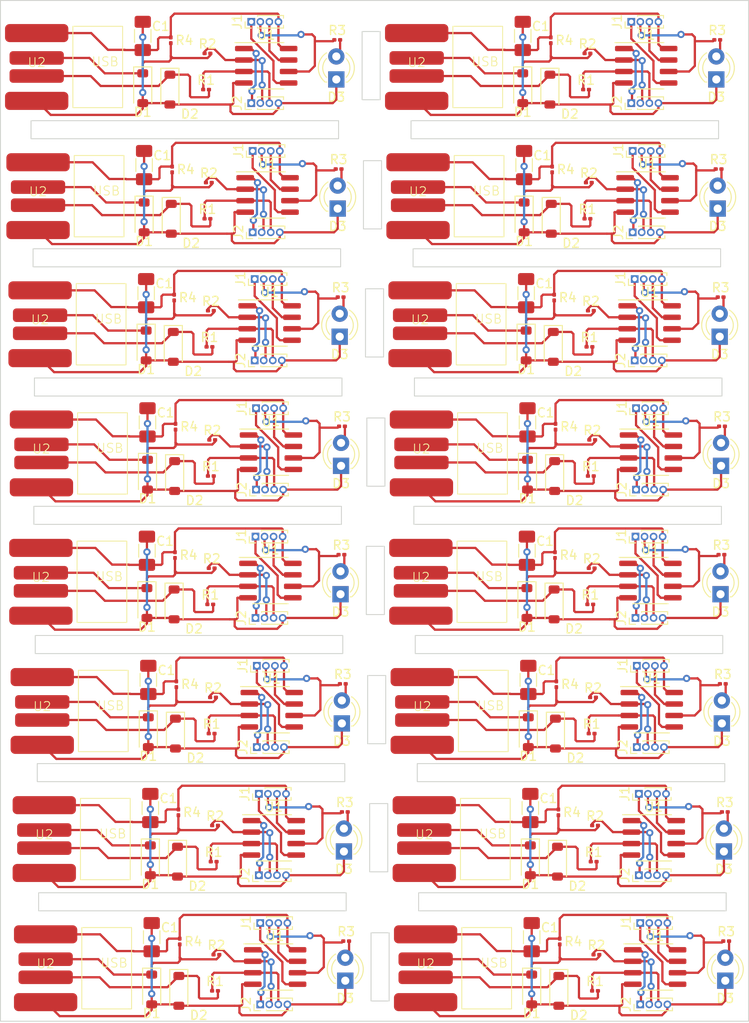
<source format=kicad_pcb>
(kicad_pcb (version 20221018) (generator pcbnew)
  (layers (0 "F.Cu" signal) (31 "B.Cu" signal) (34 "B.Paste" user) (35 "F.Paste" user) (36 "B.SilkS" user "B.Silkscreen") (37 "F.SilkS" user "F.Silkscreen") (38 "B.Mask" user) (39 "F.Mask" user) (44 "Edge.Cuts" user))
  (net 0 "")
  (net 1 "+5V")
  (net 2 "GND")
  (net 3 "Net-(D1-K)")
  (net 4 "Net-(D2-K)")
  (net 5 "Net-(D3-A)")
  (net 6 "Net-(J1-Pin_1)")
  (net 7 "Net-(J1-Pin_2)")
  (net 8 "Net-(J1-Pin_3)")
  (net 9 "Net-(J2-Pin_1)")
  (net 10 "Net-(J2-Pin_2)")
  (net 11 "Net-(J2-Pin_3)")
  (footprint "Capacitor_SMD:C_1206_3216Metric_Pad1.33x1.80mm_HandSolder" (layer "F.Cu") (at 159.73604 64.8225 90)
    (fp_text reference "C1")
    (fp_text value "100n" hide)
  )
  (footprint "Connector_PinHeader_1.00mm:PinHeader_1x04_P1.00mm_Vertical" (layer "F.Cu") (at 129.72604 63.26 90)
    (fp_text reference "J1")
    (fp_text value "Conn_01x04" hide)
  )
  (footprint "1_My_custom_Library:USB_connector" (layer "F.Cu") (at 106.09 96.75)
    (fp_text reference "U2")
    (fp_text value "~" hide)
  )
  (footprint "Resistor_SMD:R_0201_0603Metric" (layer "F.Cu") (at 181.38604 79.55)
    (fp_text reference "R3")
    (fp_text value "330R" hide)
  )
  (footprint "Diode_SMD:D_SOD-123" (layer "F.Cu") (at 120.965 113.54 -90)
    (fp_text reference "D2")
    (fp_text value "3V6" hide)
  )
  (footprint "Diode_SMD:D_SOD-123" (layer "F.Cu") (at 120.87604 85.05 -90)
    (fp_text reference "D2")
    (fp_text value "3V6" hide)
  )
  (footprint "Resistor_SMD:R_0201_0603Metric" (layer "F.Cu") (at 120.82604 65.305 -90)
    (fp_text reference "R4")
    (fp_text value "1k5" hide)
  )
  (footprint "LED_THT:LED_D3.0mm" (layer "F.Cu") (at 138.75104 41.175 90)
    (fp_text reference "D3")
    (fp_text value "LED" hide)
  )
  (footprint "Connector_PinHeader_1.00mm:PinHeader_1x04_P1.00mm_Vertical" (layer "F.Cu") (at 129.965 106.04 90)
    (fp_text reference "J1")
    (fp_text value "Conn_01x04" hide)
  )
  (footprint "Resistor_SMD:R_0201_0603Metric" (layer "F.Cu") (at 125.495 138)
    (fp_text reference "R2")
    (fp_text value "68R" hide)
  )
  (footprint "Resistor_SMD:R_0201_0603Metric" (layer "F.Cu") (at 120.45104 36.845 -90)
    (fp_text reference "R4")
    (fp_text value "1k5" hide)
  )
  (footprint "Resistor_SMD:R_0201_0603Metric" (layer "F.Cu") (at 124.72604 70.76)
    (fp_text reference "R1")
    (fp_text value "68R" hide)
  )
  (footprint "Package_SO:SOIC-8_3.9x4.9mm_P1.27mm" (layer "F.Cu") (at 173.01104 39.665)
    (fp_text reference "U1")
    (fp_text value "ATtiny85-20S" hide)
  )
  (footprint "Package_SO:SOIC-8_3.9x4.9mm_P1.27mm" (layer "F.Cu") (at 131.15104 53.955)
    (fp_text reference "U1")
    (fp_text value "ATtiny85-20S" hide)
  )
  (footprint "Diode_SMD:D_SOD-123" (layer "F.Cu") (at 159.36104 42.15 -90)
    (fp_text reference "D1")
    (fp_text value "3V6" hide)
  )
  (footprint "LED_THT:LED_D3.0mm" (layer "F.Cu") (at 181.225 98.125 90)
    (fp_text reference "D3")
    (fp_text value "LED" hide)
  )
  (footprint "Diode_SMD:D_SOD-123" (layer "F.Cu") (at 117.72604 70.61 -90)
    (fp_text reference "D1")
    (fp_text value "3V6" hide)
  )
  (footprint "Connector_PinHeader_1.00mm:PinHeader_1x04_P1.00mm_Vertical" (layer "F.Cu") (at 129.50104 58.09 90)
    (fp_text reference "J2")
    (fp_text value "Conn_01x04" hide)
  )
  (footprint "Resistor_SMD:R_0201_0603Metric" (layer "F.Cu") (at 139.22604 65.26)
    (fp_text reference "R3")
    (fp_text value "330R" hide)
  )
  (footprint "Resistor_SMD:R_0201_0603Metric" (layer "F.Cu") (at 125.345 123.71)
    (fp_text reference "R2")
    (fp_text value "68R" hide)
  )
  (footprint "Package_SO:SOIC-8_3.9x4.9mm_P1.27mm" (layer "F.Cu") (at 173.38604 68.125)
    (fp_text reference "U1")
    (fp_text value "ATtiny85-20S" hide)
  )
  (footprint "Capacitor_SMD:C_1206_3216Metric_Pad1.33x1.80mm_HandSolder" (layer "F.Cu") (at 118.19 121.7725 90)
    (fp_text reference "C1")
    (fp_text value "100n" hide)
  )
  (footprint "Diode_SMD:D_SOD-123" (layer "F.Cu") (at 162.51104 56.59 -90)
    (fp_text reference "D2")
    (fp_text value "3V6" hide)
  )
  (footprint "Package_SO:SOIC-8_3.9x4.9mm_P1.27mm" (layer "F.Cu") (at 173.85 125.075)
    (fp_text reference "U1")
    (fp_text value "ATtiny85-20S" hide)
  )
  (footprint "Connector_PinHeader_1.00mm:PinHeader_1x04_P1.00mm_Vertical" (layer "F.Cu") (at 171.825 100.75 90)
    (fp_text reference "J2")
    (fp_text value "Conn_01x04" hide)
  )
  (footprint "Resistor_SMD:R_0201_0603Metric" (layer "F.Cu") (at 166.51604 38.3)
    (fp_text reference "R2")
    (fp_text value "68R" hide)
  )
  (footprint "Capacitor_SMD:C_1206_3216Metric_Pad1.33x1.80mm_HandSolder" (layer "F.Cu") (at 117.815 93.3125 90)
    (fp_text reference "C1")
    (fp_text value "100n" hide)
  )
  (footprint "Connector_PinHeader_1.00mm:PinHeader_1x04_P1.00mm_Vertical" (layer "F.Cu") (at 130.19 129.21 90)
    (fp_text reference "J2")
    (fp_text value "Conn_01x04" hide)
  )
  (footprint "Resistor_SMD:R_0201_0603Metric" (layer "F.Cu") (at 163.3 122.255 -90)
    (fp_text reference "R4")
    (fp_text value "1k5" hide)
  )
  (footprint "Diode_SMD:D_SOD-123" (layer "F.Cu") (at 121.19 127.71 -90)
    (fp_text reference "D2")
    (fp_text value "3V6" hide)
  )
  (footprint "Package_SO:SOIC-8_3.9x4.9mm_P1.27mm" (layer "F.Cu") (at 131.00104 39.665)
    (fp_text reference "U1")
    (fp_text value "ATtiny85-20S" hide)
  )
  (footprint "1_My_custom_Library:USB_connector" (layer "F.Cu") (at 106.15104 82.55)
    (fp_text reference "U2")
    (fp_text value "~" hide)
  )
  (footprint "Resistor_SMD:R_0201_0603Metric" (layer "F.Cu") (at 166.825 99.25)
    (fp_text reference "R1")
    (fp_text value "68R" hide)
  )
  (footprint "Resistor_SMD:R_0201_0603Metric" (layer "F.Cu") (at 166.51104 56.59)
    (fp_text reference "R1")
    (fp_text value "68R" hide)
  )
  (footprint "Resistor_SMD:R_0201_0603Metric" (layer "F.Cu") (at 125.03104 81.05)
    (fp_text reference "R2")
    (fp_text value "68R" hide)
  )
  (footprint "LED_THT:LED_D3.0mm" (layer "F.Cu") (at 139.74 140.875 90)
    (fp_text reference "D3")
    (fp_text value "LED" hide)
  )
  (footprint "Resistor_SMD:R_0201_0603Metric" (layer "F.Cu") (at 166.73604 70.76)
    (fp_text reference "R1")
    (fp_text value "68R" hide)
  )
  (footprint "Capacitor_SMD:C_1206_3216Metric_Pad1.33x1.80mm_HandSolder" (layer "F.Cu") (at 118.34 136.0625 90)
    (fp_text reference "C1")
    (fp_text value "100n" hide)
  )
  (footprint "Capacitor_SMD:C_1206_3216Metric_Pad1.33x1.80mm_HandSolder" (layer "F.Cu") (at 159.51104 50.6525 90)
    (fp_text reference "C1")
    (fp_text value "100n" hide)
  )
  (footprint "Resistor_SMD:R_0201_0603Metric" (layer "F.Cu") (at 138.85104 36.8)
    (fp_text reference "R3")
    (fp_text value "330R" hide)
  )
  (footprint "Diode_SMD:D_SOD-123" (layer "F.Cu") (at 159.51104 56.44 -90)
    (fp_text reference "D1")
    (fp_text value "3V6" hide)
  )
  (footprint "Resistor_SMD:R_0201_0603Metric" (layer "F.Cu") (at 139.69 122.21)
    (fp_text reference "R3")
    (fp_text value "330R" hide)
  )
  (footprint "Diode_SMD:D_SOD-123" (layer "F.Cu") (at 117.87604 84.9 -90)
    (fp_text reference "D1")
    (fp_text value "3V6" hide)
  )
  (footprint "Resistor_SMD:R_0201_0603Metric" (layer "F.Cu") (at 163.45 136.545 -90)
    (fp_text reference "R4")
    (fp_text value "1k5" hide)
  )
  (footprint "LED_THT:LED_D3.0mm" (layer "F.Cu") (at 181.375 112.415 90)
    (fp_text reference "D3")
    (fp_text value "LED" hide)
  )
  (footprint "Connector_PinHeader_1.00mm:PinHeader_1x04_P1.00mm_Vertical" (layer "F.Cu") (at 171.88604 86.55 90)
    (fp_text reference "J2")
    (fp_text value "Conn_01x04" hide)
  )
  (footprint "Package_SO:SOIC-8_3.9x4.9mm_P1.27mm" (layer "F.Cu") (at 131.52604 82.415)
    (fp_text reference "U1")
    (fp_text value "ATtiny85-20S" hide)
  )
  (footprint "Diode_SMD:D_SOD-123" (layer "F.Cu") (at 159.73604 70.61 -90)
    (fp_text reference "D1")
    (fp_text value "3V6" hide)
  )
  (footprint "Connector_PinHeader_1.00mm:PinHeader_1x04_P1.00mm_Vertical" (layer "F.Cu") (at 129.50104 49.09 90)
    (fp_text reference "J1")
    (fp_text value "Conn_01x04" hide)
  )
  (footprint "Resistor_SMD:R_0201_0603Metric" (layer "F.Cu") (at 124.65604 52.59)
    (fp_text reference "R2")
    (fp_text value "68R" hide)
  )
  (footprint "Resistor_SMD:R_0201_0603Metric" (layer "F.Cu") (at 124.88104 66.76)
    (fp_text reference "R2")
    (fp_text value "68R" hide)
  )
  (footprint "Resistor_SMD:R_0201_0603Metric" (layer "F.Cu") (at 167.35 142)
    (fp_text reference "R1")
    (fp_text value "68R" hide)
  )
  (footprint "1_My_custom_Library:USB_connector" (layer "F.Cu") (at 106.615 139.5)
    (fp_text reference "U2")
    (fp_text value "~" hide)
  )
  (footprint "Resistor_SMD:R_0201_0603Metric" (layer "F.Cu") (at 125.34 142)
    (fp_text reference "R1")
    (fp_text value "68R" hide)
  )
  (footprint "Resistor_SMD:R_0201_0603Metric" (layer "F.Cu") (at 139.37604 79.55)
    (fp_text reference "R3")
    (fp_text value "330R" hide)
  )
  (footprint "Diode_SMD:D_SOD-123" (layer "F.Cu") (at 120.72604 70.76 -90)
    (fp_text reference "D2")
    (fp_text value "3V6" hide)
  )
  (footprint "Connector_PinHeader_1.00mm:PinHeader_1x04_P1.00mm_Vertical" (layer "F.Cu") (at 171.73604 63.26 90)
    (fp_text reference "J1")
    (fp_text value "Conn_01x04" hide)
  )
  (footprint "Package_SO:SOIC-8_3.9x4.9mm_P1.27mm" (layer "F.Cu") (at 131.84 125.075)
    (fp_text reference "U1")
    (fp_text value "ATtiny85-20S" hide)
  )
  (footprint "Diode_SMD:D_SOD-123" (layer "F.Cu") (at 121.34 142 -90)
    (fp_text reference "D2")
    (fp_text value "3V6" hide)
  )
  (footprint "Package_SO:SOIC-8_3.9x4.9mm_P1.27mm" (layer "F.Cu") (at 131.615 110.905)
    (fp_text reference "U1")
    (fp_text value "ATtiny85-20S" hide)
  )
  (footprint "LED_THT:LED_D3.0mm" (layer "F.Cu") (at 181.13604 69.635 90)
    (fp_text reference "D3")
    (fp_text value "LED" hide)
  )
  (footprint "Package_SO:SOIC-8_3.9x4.9mm_P1.27mm" (layer "F.Cu") (at 174 139.365)
    (fp_text reference "U1")
    (fp_text value "ATtiny85-20S" hide)
  )
  (footprint "LED_THT:LED_D3.0mm" (layer "F.Cu") (at 180.76104 41.175 90)
    (fp_text reference "D3")
    (fp_text value "LED" hide)
  )
  (footprint "Connector_PinHeader_1.00mm:PinHeader_1x04_P1.00mm_Vertical" (layer "F.Cu") (at 129.72604 72.26 90)
    (fp_text reference "J2")
    (fp_text value "Conn_01x04" hide)
  )
  (footprint "1_My_custom_Library:USB_connector" (layer "F.Cu") (at 105.77604 54.09)
    (fp_text reference "U2")
    (fp_text value "~" hide)
  )
  (footprint "1_My_custom_Library:USB_connector" (layer "F.Cu") (at 147.78604 54.09)
    (fp_text reference "U2")
    (fp_text value "~" hide)
  )
  (footprint "1_My_custom_Library:USB_connector" (layer "F.Cu") (at 106.24 111.04)
    (fp_text reference "U2")
    (fp_text value "~" hide)
  )
  (footprint "1_My_custom_Library:USB_connector" (layer "F.Cu") (at 147.63604 39.8)
    (fp_text reference "U2")
    (fp_text value "~" hide)
  )
  (footprint "Diode_SMD:D_SOD-123" (layer "F.Cu") (at 117.50104 56.44 -90)
    (fp_text reference "D1")
    (fp_text value "3V6" hide)
  )
  (footprint "Diode_SMD:D_SOD-123" (layer "F.Cu") (at 162.36104 42.3 -90)
    (fp_text reference "D2")
    (fp_text value "3V6" hide)
  )
  (footprint "Resistor_SMD:R_0201_0603Metric" (layer "F.Cu") (at 166.36104 42.3)
    (fp_text reference "R1")
    (fp_text value "68R" hide)
  )
  (footprint "Resistor_SMD:R_0201_0603Metric" (layer "F.Cu") (at 121.44 136.545 -90)
    (fp_text reference "R4")
    (fp_text value "1k5" hide)
  )
  (footprint "Capacitor_SMD:C_1206_3216Metric_Pad1.33x1.80mm_HandSolder" (layer "F.Cu") (at 159.88604 79.1125 90)
    (fp_text reference "C1")
    (fp_text value "100n" hide)
  )
  (footprint "Resistor_SMD:R_0201_0603Metric" (layer "F.Cu") (at 120.915 93.795 -90)
    (fp_text reference "R4")
    (fp_text value "1k5" hide)
  )
  (footprint "Diode_SMD:D_SOD-123" (layer "F.Cu") (at 163.2 127.71 -90)
    (fp_text reference "D2")
    (fp_text value "3V6" hide)
  )
  (footprint "Connector_PinHeader_1.00mm:PinHeader_1x04_P1.00mm_Vertical" (layer "F.Cu") (at 129.35104 34.8 90)
    (fp_text reference "J1")
    (fp_text value "Conn_01x04" hide)
  )
  (footprint "Capacitor_SMD:C_1206_3216Metric_Pad1.33x1.80mm_HandSolder" (layer "F.Cu") (at 117.35104 36.3625 90)
    (fp_text reference "C1")
    (fp_text value "100n" hide)
  )
  (footprint "Resistor_SMD:R_0201_0603Metric" (layer "F.Cu") (at 181.325 93.75)
    (fp_text reference "R3")
    (fp_text value "330R" hide)
  )
  (footprint "Connector_PinHeader_1.00mm:PinHeader_1x04_P1.00mm_Vertical" (layer "F.Cu") (at 129.87604 86.55 90)
    (fp_text reference "J2")
    (fp_text value "Conn_01x04" hide)
  )
  (footprint "Diode_SMD:D_SOD-123" (layer "F.Cu") (at 163.35 142 -90)
    (fp_text reference "D2")
    (fp_text value "3V6" hide)
  )
  (footprint "Diode_SMD:D_SOD-123" (layer "F.Cu") (at 118.19 127.56 -90)
    (fp_text reference "D1")
    (fp_text value "3V6" hide)
  )
  (footprint "Connector_PinHeader_1.00mm:PinHeader_1x04_P1.00mm_Vertical" (layer "F.Cu") (at 172.2 129.21 90)
    (fp_text reference "J2")
    (fp_text value "Conn_01x04" hide)
  )
  (footprint "Resistor_SMD:R_0201_0603Metric" (layer "F.Cu") (at 139.315 93.75)
    (fp_text reference "R3")
    (fp_text value "330R" hide)
  )
  (footprint "Package_SO:SOIC-8_3.9x4.9mm_P1.27mm" (layer "F.Cu") (at 131.37604 68.125)
    (fp_text reference "U1")
    (fp_text value "ATtiny85-20S" hide)
  )
  (footprint "Resistor_SMD:R_0201_0603Metric" (layer "F.Cu") (at 121.065 108.085 -90)
    (fp_text reference "R4")
    (fp_text value "1k5" hide)
  )
  (footprint "LED_THT:LED_D3.0mm" (layer "F.Cu") (at 139.12604 69.635 90)
    (fp_text reference "D3")
    (fp_text value "LED" hide)
  )
  (footprint "Resistor_SMD:R_0201_0603Metric" (layer "F.Cu") (at 124.35104 42.3)
    (fp_text reference "R1")
    (fp_text value "68R" hide)
  )
  (footprint "Capacitor_SMD:C_1206_3216Metric_Pad1.33x1.80mm_HandSolder" (layer "F.Cu") (at 160.2 121.7725 90)
    (fp_text reference "C1")
    (fp_text value "100n" hide)
  )
  (footprint "Resistor_SMD:R_0201_0603Metric" (layer "F.Cu") (at 124.97 95.25)
    (fp_text reference "R2")
    (fp_text value "68R" hide)
  )
  (footprint "Diode_SMD:D_SOD-123" (layer "F.Cu") (at 118.34 141.85 -90)
    (fp_text reference "D1")
    (fp_text value "3V6" hide)
  )
  (footprint "Resistor_SMD:R_0201_0603Metric" (layer "F.Cu") (at 162.925 93.795 -90)
    (fp_text reference "R4")
    (fp_text value "1k5" hide)
  )
  (footprint "Connector_PinHeader_1.00mm:PinHeader_1x04_P1.00mm_Vertical" (layer "F.Cu") (at 172.2 120.21 90)
    (fp_text reference "J1")
    (fp_text value "Conn_01x04" hide)
  )
  (footprint "1_My_custom_Library:USB_connector" (layer "F.Cu") (at 148.475 125.21)
    (fp_text reference "U2")
    (fp_text value "~" hide)
  )
  (footprint "Diode_SMD:D_SOD-123" (layer "F.Cu") (at 162.73604 70.76 -90)
    (fp_text reference "D2")
    (fp_text value "3V6" hide)
  )
  (footprint "Resistor_SMD:R_0201_0603Metric" (layer "F.Cu") (at 166.89104 66.76)
    (fp_text reference "R2")
    (fp_text value "68R" hide)
  )
  (footprint "LED_THT:LED_D3.0mm" (layer "F.Cu") (at 139.365 112.415 90)
    (fp_text reference "D3")
    (fp_text value "LED" hide)
  )
  (footprint "Capacitor_SMD:C_1206_3216Metric_Pad1.33x1.80mm_HandSolder" (layer "F.Cu") (at 160.35 136.0625 90)
    (fp_text reference "C1")
    (fp_text value "100n" hide)
  )
  (footprint "Resistor_SMD:R_0201_0603Metric" (layer "F.Cu") (at 124.815 99.25)
    (fp_text reference "R1")
    (fp_text value "68R" hide)
  )
  (footprint "Connector_PinHeader_1.00mm:PinHeader_1x04_P1.00mm_Vertical" (layer "F.Cu") (at 171.825 91.75 90)
    (fp_text reference "J1")
    (fp_text value "Conn_01x04" hide)
  )
  (footprint "Package_SO:SOIC-8_3.9x4.9mm_P1.27mm" (layer "F.Cu") (at 173.475 96.615)
    (fp_text reference "U1")
    (fp_text value "ATtiny85-20S" hide)
  )
  (footprint "Capacitor_SMD:C_1206_3216Metric_Pad1.33x1.80mm_HandSolder" (layer "F.Cu") (at 159.36104 36.3625 90)
    (fp_text reference "C1")
    (fp_text value "100n" hide)
  )
  (footprint "Diode_SMD:D_SOD-123" (layer "F.Cu") (at 117.35104 42.15 -90)
    (fp_text reference "D1")
    (fp_text value "3V6" hide)
  )
  (footprint "Capacitor_SMD:C_1206_3216Metric_Pad1.33x1.80mm_HandSolder" (layer "F.Cu") (at 159.825 93.3125 90)
    (fp_text reference "C1")
    (fp_text value "100n" hide)
  )
  (footprint "Package_SO:SOIC-8_3.9x4.9mm_P1.27mm" (layer "F.Cu") (at 173.53604 82.415)
    (fp_text reference "U1")
    (fp_text value "ATtiny85-20S" hide)
  )
  (footprint "Diode_SMD:D_SOD-123" (layer "F.Cu") (at 159.88604 84.9 -90)
    (fp_text reference "D1")
    (fp_text value "3V6" hide)
  )
  (footprint "Diode_SMD:D_SOD-123" (layer "F.Cu") (at 162.975 113.54 -90)
    (fp_text reference "D2")
    (fp_text value "3V6" hide)
  )
  (footprint "Capacitor_SMD:C_1206_3216Metric_Pad1.33x1.80mm_HandSolder" (layer "F.Cu") (at 117.87604 79.1125 90)
    (fp_text reference "C1")
    (fp_text value "100n" hide)
  )
  (footprint "Resistor_SMD:R_0201_0603Metric" (layer "F.Cu") (at 120.60104 51.135 -90)
    (fp_text reference "R4")
    (fp_text value "1k5" hide)
  )
  (footprint "Resistor_SMD:R_0201_0603Metric" (layer "F.Cu") (at 167.2 127.71)
    (fp_text reference "R1")
    (fp_text value "68R" hide)
  )
  (footprint "Diode_SMD:D_SOD-123" (layer "F.Cu") (at 159.975 113.39 -90)
    (fp_text reference "D1")
    (fp_text value "3V6" hide)
  )
  (footprint "1_My_custom_Library:USB_connector" (layer "F.Cu") (at 148.625 139.5)
    (fp_text reference "U2")
    (fp_text value "~" hide)
  )
  (footprint "Resistor_SMD:R_0201_0603Metric" (layer "F.Cu") (at 162.98604 79.595 -90)
    (fp_text reference "R4")
    (fp_text value "1k5" hide)
  )
  (footprint "LED_THT:LED_D3.0mm" (layer "F.Cu") (at 139.215 98.125 90)
    (fp_text reference "D3")
    (fp_text value "LED" hide)
  )
  (footprint "Diode_SMD:D_SOD-123" (layer "F.Cu") (at 159.825 99.1 -90)
    (fp_text reference "D1")
    (fp_text value "3V6" hide)
  )
  (footprint "1_My_custom_Library:USB_connector" (layer "F.Cu") (at 106.465 125.21)
    (fp_text reference "U2")
    (fp_text value "~" hide)
  )
  (footprint "Resistor_SMD:R_0201_0603Metric" (layer "F.Cu") (at 167.13 109.54)
    (fp_text reference "R2")
    (fp_text value "68R" hide)
  )
  (footprint "Resistor_SMD:R_0201_0603Metric" (layer "F.Cu") (at 181.85 136.5)
    (fp_text reference "R3")
    (fp_text value "330R" hide)
  )
  (footprint "Resistor_SMD:R_0201_0603Metric" (layer "F.Cu") (at 167.04104 81.05)
    (fp_text reference "R2")
    (fp_text value "68R" hide)
  )
  (footprint "Resistor_SMD:R_0201_0603Metric" (layer "F.Cu") (at 124.50604 38.3)
    (fp_text reference "R2")
    (fp_text value "68R" hide)
  )
  (footprint "Resistor_SMD:R_0201_0603Metric" (layer "F.Cu") (at 181.475 108.04)
    (fp_text reference "R3")
    (fp_text value "330R" hide)
  )
  (footprint "Connector_PinHeader_1.00mm:PinHeader_1x04_P1.00mm_Vertical" (layer "F.Cu") (at 171.975 115.04 90)
    (fp_text reference "J2")
    (fp_text value "Conn_01x04" hide)
  )
  (footprint "LED_THT:LED_D3.0mm" (layer "F.Cu") (at 181.28604 83.925 90)
    (fp_text reference "D3")
    (fp_text value "LED" hide)
  )
  (footprint "Connector_PinHeader_1.00mm:PinHeader_1x04_P1.00mm_Vertical" (layer "F.Cu") (at 129.87604 77.55 90)
    (fp_text reference "J1")
    (fp_text value "Conn_01x04" hide)
  )
  (footprint "1_My_custom_Library:USB_connector" (layer "F.Cu") (at 148.1 96.75)
    (fp_text reference "U2")
    (fp_text value "~" hide)
  )
  (footprint "LED_THT:LED_D3.0mm" (layer "F.Cu") (at 181.6 126.585 90)
    (fp_text reference "D3")
    (fp_text value "LED" hide)
  )
  (footprint "Connector_PinHeader_1.00mm:PinHeader_1x04_P1.00mm_Vertical" (layer "F.Cu") (at 171.36104 34.8 90)
    (fp_text reference "J1")
    (fp_text value "Conn_01x04" hide)
  )
  (footprint "Resistor_SMD:R_0201_0603Metric" (layer "F.Cu") (at 181.01104 51.09)
    (fp_text reference "R3")
    (fp_text value "330R" hide)
  )
  (footprint "Resistor_SMD:R_0201_0603Metric" (layer "F.Cu") (at 124.87604 85.05)
    (fp_text reference "R1")
    (fp_text value "68R" hide)
  )
  (footprint "1_My_custom_Library:USB_connector" (layer "F.Cu") (at 105.62604 39.8)
    (fp_text reference "U2")
    (fp_text value "~" hide)
  )
  (footprint "Connector_PinHeader_1.00mm:PinHeader_1x04_P1.00mm_Vertical" (layer "F.Cu") (at 171.36104 43.8 90)
    (fp_text reference "J2")
    (fp_text value "Conn_01x04" hide)
  )
  (footprint "LED_THT:LED_D3.0mm" (layer "F.Cu") (at 139.27604 83.925 90)
    (fp_text reference "D3")
    (fp_text value "LED" hide)
  )
  (footprint "Resistor_SMD:R_0201_0603Metric" (layer "F.Cu") (at 181.7 122.21)
    (fp_text reference "R3")
    (fp_text value "330R" hide)
  )
  (footprint "Capacitor_SMD:C_1206_3216Metric_Pad1.33x1.80mm_HandSolder" (layer "F.Cu") (at 117.50104 50.6525 90)
    (fp_text reference "C1")
    (fp_text value "100n" hide)
  )
  (footprint "Diode_SMD:D_SOD-123" (layer "F.Cu") (at 117.815 99.1 -90)
    (fp_text reference "D1")
    (fp_text value "3V6" hide)
  )
  (footprint "Resistor_SMD:R_0201_0603Metric" (layer "F.Cu") (at 163.075 108.085 -90)
    (fp_text reference "R4")
    (fp_text value "1k5" hide)
  )
  (footprint "Connector_PinHeader_1.00mm:PinHeader_1x04_P1.00mm_Vertical" (layer "F.Cu") (at 171.975 106.04 90)
    (fp_text reference "J1")
    (fp_text value "Conn_01x04" hide)
  )
  (footprint "Resistor_SMD:R_0201_0603Metric" (layer "F.Cu") (at 139.465 108.04)
    (fp_text reference "R3")
    (fp_text value "330R" hide)
  )
  (footprint "Diode_SMD:D_SOD-123" (layer "F.Cu") (at 120.50104 56.59 -90)
    (fp_text reference "D2")
    (fp_text value "3V6" hide)
  )
  (footprint "Resistor_SMD:R_0201_0603Metric" (layer "F.Cu") (at 121.29 122.255 -90)
    (fp_text reference "R4")
    (fp_text value "1k5" hide)
  )
  (footprint "Connector_PinHeader_1.00mm:PinHeader_1x04_P1.00mm_Vertical" (layer "F.Cu") (at 130.19 120.21 90)
    (fp_text reference "J1")
    (fp_text value "Conn_01x04" hide)
  )
  (footprint "Resistor_SMD:R_0201_0603Metric" (layer "F.Cu") (at 167.355 123.71)
    (fp_text reference "R2")
    (fp_text value "68R" hide)
  )
  (footprint "Package_SO:SOIC-8_3.9x4.9mm_P1.27mm" (layer "F.Cu") (at 131.99 139.365)
    (fp_text reference "U1")
    (fp_text value "ATtiny85-20S" hide)
  )
  (footprint "1_My_custom_Library:USB_connector" (layer "F.Cu") (at 148.01104 68.26)
    (fp_text reference "U2")
    (fp_text value "~" hide)
  )
  (footprint "LED_THT:LED_D3.0mm" (layer "F.Cu") (at 180.91104 55.465 90)
    (fp_text reference "D3")
    (fp_text value "LED" hide)
  )
  (footprint "Diode_SMD:D_SOD-123" (layer "F.Cu") (at 160.35 141.85 -90)
    (fp_text reference "D1")
    (fp_text value "3V6" hide)
  )
  (footprint "LED_THT:LED_D3.0mm" (layer "F.Cu") (at 139.59 126.585 90)
    (fp_text reference "D3")
    (fp_text value "LED" hide)
  )
  (footprint "Resistor_SMD:R_0201_0603Metric" (layer "F.Cu") (at 125.12 109.54)
    (fp_text reference "R2")
    (fp_text value "68R" hide)
  )
  (footprint "Resistor_SMD:R_0201_0603Metric" (layer "F.Cu") (at 166.975 113.54)
    (fp_text reference "R1")
    (fp_text value "68R" hide)
  )
  (footprint "Connector_PinHeader_1.00mm:PinHeader_1x04_P1.00mm_Vertical" (layer "F.Cu") (at 129.815 100.75 90)
    (fp_text reference "J2")
    (fp_text value "Conn_01x04" hide)
  )
  (footprint "Resistor_SMD:R_0201_0603Metric" (layer "F.Cu") (at 162.61104 51.135 -90)
    (fp_text reference "R4")
    (fp_text value "1k5" hide)
  )
  (footprint "Resistor_SMD:R_0201_0603Metric" (layer "F.Cu") (at 124.965 113.54)
    (fp_text reference "R1")
    (fp_text value "68R" hide)
  )
  (footprint "Package_SO:SOIC-8_3.9x4.9mm_P1.27mm" (layer "F.Cu") (at 173.625 110.905)
    (fp_text reference "U1")
    (fp_text value "ATtiny85-20S" hide)
  )
  (footprint "Connector_PinHeader_1.00mm:PinHeader_1x04_P1.00mm_Vertical" (layer "F.Cu") (at 129.965 115.04 90)
    (fp_text reference "J2")
    (fp_text value "Conn_01x04" hide)
  )
  (footprint "Resistor_SMD:R_0201_0603Metric" (layer "F.Cu") (at 166.88604 85.05)
    (fp_text reference "R1")
    (fp_text value "68R" hide)
  )
  (footprint "Resistor_SMD:R_0201_0603Metric" (layer "F.Cu") (at 120.97604 79.595 -90)
    (fp_text reference "R4")
    (fp_text value "1k5" hide)
  )
  (footprint "Resistor_SMD:R_0201_0603Metric" (layer "F.Cu") (at 139.84 136.5)
    (fp_text reference "R3")
    (fp_text value "330R" hide)
  )
  (footprint "Capacitor_SMD:C_1206_3216Metric_Pad1.33x1.80mm_HandSolder" (layer "F.Cu") (at 159.975 107.6025 90)
    (fp_text reference "C1")
    (fp_text value "100n" hide)
  )
  (footprint "Connector_PinHeader_1.00mm:PinHeader_1x04_P1.00mm_Vertical" (layer "F.Cu") (at 130.34 143.5 90)
    (fp_text reference "J2")
    (fp_text value "Conn_01x04" hide)
  )
  (footprint "Connector_PinHeader_1.00mm:PinHeader_1x04_P1.00mm_Vertical" (layer "F.Cu") (at 171.88604 77.55 90)
    (fp_text reference "J1")
    (fp_text value "Conn_01x04" hide)
  )
  (footprint "Connector_PinHeader_1.00mm:PinHeader_1x04_P1.00mm_Vertical" (layer "F.Cu") (at 171.51104 49.09 90)
    (fp_text reference "J1")
    (fp_text value "Conn_01x04" hide)
  )
  (footprint "Diode_SMD:D_SOD-123" (layer "F.Cu") (at 162.825 99.25 -90)
    (fp_text reference "D2")
    (fp_text value "3V6" hide)
  )
  (footprint "Diode_SMD:D_SOD-123" (layer "F.Cu") (at 120.35104 42.3 -90)
    (fp_text reference "D2")
    (fp_text value "3V6" hide)
  )
  (footprint "Connector_PinHeader_1.00mm:PinHeader_1x04_P1.00mm_Vertical" (layer "F.Cu") (at 172.35 143.5 90)
    (fp_text reference "J2")
    (fp_text value "Conn_01x04" hide)
  )
  (footprint "Diode_SMD:D_SOD-123" (layer "F.Cu") (at 120.815 99.25 -90)
    (fp_text reference "D2")
    (fp_text value "3V6" hide)
  )
  (footprint "Connector_PinHeader_1.00mm:PinHeader_1x04_P1.00mm_Vertical" (layer "F.Cu") (at 172.35 134.5 90)
    (fp_text reference "J1")
    (fp_text value "Conn_01x04" hide)
  )
  (footprint "1_My_custom_Library:USB_connector" (layer "F.Cu") (at 106.00104 68.26)
    (fp_text reference "U2")
    (fp_text value "~" hide)
  )
  (footprint "Capacitor_SMD:C_1206_3216Metric_Pad1.33x1.80mm_HandSolder" (layer "F.Cu") (at 117.965 107.6025 90)
    (fp_text reference "C1")
    (fp_text value "100n" hide)
  )
  (footprint "Connector_PinHeader_1.00mm:PinHeader_1x04_P1.00mm_Vertical" (layer "F.Cu") (at 129.815 91.75 90)
    (fp_text reference "J1")
    (fp_text value "Conn_01x04" hide)
  )
  (footprint "LED_THT:LED_D3.0mm" (layer "F.Cu") (at 138.90104 55.465 90)
    (fp_text reference "D3")
    (fp_text value "LED" hide)
  )
  (footprint "1_My_custom_Library:USB_connector" (layer "F.Cu") (at 148.25 111.04)
    (fp_text reference "U2")
    (fp_text value "~" hide)
  )
  (footprint "Capacitor_SMD:C_1206_3216Metric_Pad1.33x1.80mm_HandSolder" (layer "F.Cu") (at 117.72604 64.8225 90)
    (fp_text reference "C1")
    (fp_text value "100n" hide)
  )
  (footprint "Diode_SMD:D_SOD-123" (layer "F.Cu") (at 162.88604 85.05 -90)
    (fp_text reference "D2")
    (fp_text value "3V6" hide)
  )
  (footprint "Resistor_SMD:R_0201_0603Metric" (layer "F.Cu") (at 124.50104 56.59)
    (fp_text reference "R1")
    (fp_text value "68R" hide)
  )
  (footprint "Connector_PinHeader_1.00mm:PinHeader_1x04_P1.00mm_Vertical" (layer "F.Cu") (at 171.51104 58.09 90)
    (fp_text reference "J2")
    (fp_text value "Conn_01x04" hide)
  )
  (footprint "Connector_PinHeader_1.00mm:PinHeader_1x04_P1.00mm_Vertical" (layer "F.Cu") (at 171.73604 72.26 90)
    (fp_text reference "J2")
    (fp_text value "Conn_01x04" hide)
  )
  (footprint "Resistor_SMD:R_0201_0603Metric" (layer "F.Cu") (at 166.98 95.25)
    (fp_text reference "R2")
    (fp_text value "68R" hide)
  )
  (footprint "Diode_SMD:D_SOD-123" (layer "F.Cu") (at 160.2 127.56 -90)
    (fp_text reference "D1")
    (fp_text value "3V6" hide)
  )
  (footprint "Resistor_SMD:R_0201_0603Metric" (layer "F.Cu") (at 180.86104 36.8)
    (fp_text reference "R3")
    (fp_text value "330R" hide)
  )
  (footprint "Connector_PinHeader_1.00mm:PinHeader_1x04_P1.00mm_Vertical" (layer "F.Cu") (at 130.34 134.5 90)
    (fp_text reference "J1")
    (fp_text value "Conn_01x04" hide)
  )
  (footprint "Package_SO:SOIC-8_3.9x4.9mm_P1.27mm" (layer "F.Cu") (at 173.16104 53.955)
    (fp_text reference "U1")
    (fp_text value "ATtiny85-20S" hide)
  )
  (footprint "LED_THT:LED_D3.0mm" (layer "F.Cu") (at 181.75 140.875 90)
    (fp_text reference "D3")
    (fp_text value "LED" hide)
  )
  (footprint "Resistor_SMD:R_0201_0603Metric" (layer "F.Cu") (at 166.66604 52.59)
    (fp_text reference "R2")
    (fp_text value "68R" hide)
  )
  (footprint "Resistor_SMD:R_0201_0603Metric" (layer "F.Cu") (at 162.83604 65.305 -90)
    (fp_text reference "R4")
    (fp_text value "1k5" hide)
  )
  (footprint "Diode_SMD:D_SOD-123" (layer "F.Cu") (at 117.965 113.39 -90)
    (fp_text reference "D1")
    (fp_text value "3V6" hide)
  )
  (footprint "Resistor_SMD:R_0201_0603Metric" (layer "F.Cu") (at 139.00104 51.09)
    (fp_text reference "R3")
    (fp_text value "330R" hide)
  )
  (footprint "Package_SO:SOIC-8_3.9x4.9mm_P1.27mm" (layer "F.Cu") (at 131.465 96.615)
    (fp_text reference "U1")
    (fp_text value "ATtiny85-20S" hide)
  )
  (footprint "Connector_PinHeader_1.00mm:PinHeader_1x04_P1.00mm_Vertical" (layer "F.Cu") (at 129.35104 43.8 90)
    (fp_text reference "J2")
    (fp_text value "Conn_01x04" hide)
  )
  (footprint "1_My_custom_Library:USB_connector" (layer "F.Cu") (at 148.16104 82.55)
    (fp_text reference "U2")
    (fp_text value "~" hide)
  )
  (footprint "Resistor_SMD:R_0201_0603Metric" (layer "F.Cu") (at 167.505 138)
    (fp_text reference "R2")
    (fp_text value "68R" hide)
  )
  (footprint "Resistor_SMD:R_0201_0603Metric" (layer "F.Cu") (at 181.23604 65.26)
    (fp_text reference "R3")
    (fp_text value "330R" hide)
  )
  (footprint "Resistor_SMD:R_0201_0603Metric" (layer "F.Cu") (at 125.19 127.71)
    (fp_text reference "R1")
    (fp_text value "68R" hide)
  )
  (footprint "Resistor_SMD:R_0201_0603Metric" (layer "F.Cu") (at 162.46104 36.845 -90)
    (fp_text reference "R4")
    (fp_text value "1k5" hide)
  )
  (gr_rect (start 147.325 88.4) (end 181.325 90.4) (stroke (width 0.1)) (fill none) (layer "Edge.Cuts"))
  (gr_rect (start 147.85 131.15) (end 181.85 133.15) (stroke (width 0.1)) (fill none) (layer "Edge.Cuts"))
  (gr_rect (start 141.60104 35.875) (end 143.60104 43.425) (stroke (width 0.1)) (fill none) (layer "Edge.Cuts"))
  (gr_rect (start 105.22604 59.91) (end 139.22604 61.91) (stroke (width 0.1)) (fill none) (layer "Edge.Cuts"))
  (gr_rect (start 101.619798 32.439798) (end 184.33 145.36) (stroke (width 0.1)) (fill none) (layer "Edge.Cuts"))
  (gr_rect (start 105.315 88.4) (end 139.315 90.4) (stroke (width 0.1)) (fill none) (layer "Edge.Cuts"))
  (gr_rect (start 147.475 102.69) (end 181.475 104.69) (stroke (width 0.1)) (fill none) (layer "Edge.Cuts"))
  (gr_rect (start 147.01104 45.74) (end 181.01104 47.74) (stroke (width 0.1)) (fill none) (layer "Edge.Cuts"))
  (gr_rect (start 142.59 135.575) (end 144.59 143.125) (stroke (width 0.1)) (fill none) (layer "Edge.Cuts"))
  (gr_rect (start 105.00104 45.74) (end 139.00104 47.74) (stroke (width 0.1)) (fill none) (layer "Edge.Cuts"))
  (gr_rect (start 105.69 116.86) (end 139.69 118.86) (stroke (width 0.1)) (fill none) (layer "Edge.Cuts"))
  (gr_rect (start 142.12604 78.625) (end 144.12604 86.175) (stroke (width 0.1)) (fill none) (layer "Edge.Cuts"))
  (gr_rect (start 142.065 92.825) (end 144.065 100.375) (stroke (width 0.1)) (fill none) (layer "Edge.Cuts"))
  (gr_rect (start 142.215 107.115) (end 144.215 114.665) (stroke (width 0.1)) (fill none) (layer "Edge.Cuts"))
  (gr_rect (start 141.75104 50.165) (end 143.75104 57.715) (stroke (width 0.1)) (fill none) (layer "Edge.Cuts"))
  (gr_rect (start 142.44 121.285) (end 144.44 128.835) (stroke (width 0.1)) (fill none) (layer "Edge.Cuts"))
  (gr_rect (start 147.23604 59.91) (end 181.23604 61.91) (stroke (width 0.1)) (fill none) (layer "Edge.Cuts"))
  (gr_rect (start 147.38604 74.2) (end 181.38604 76.2) (stroke (width 0.1)) (fill none) (layer "Edge.Cuts"))
  (gr_rect (start 105.37604 74.2) (end 139.37604 76.2) (stroke (width 0.1)) (fill none) (layer "Edge.Cuts"))
  (gr_rect (start 141.97604 64.335) (end 143.97604 71.885) (stroke (width 0.1)) (fill none) (layer "Edge.Cuts"))
  (gr_rect (start 105.465 102.69) (end 139.465 104.69) (stroke (width 0.1)) (fill none) (layer "Edge.Cuts"))
  (gr_rect (start 147.7 116.86) (end 181.7 118.86) (stroke (width 0.1)) (fill none) (layer "Edge.Cuts"))
  (gr_rect (start 105.84 131.15) (end 139.84 133.15) (stroke (width 0.1)) (fill none) (layer "Edge.Cuts"))
  (segment (start 106.24 107.29) (end 112.265 107.29) (width 0.25) (layer "F.Cu") (net 1))
  (segment (start 119.42604 65.16) (end 119.60104 64.985) (width 0.25) (layer "F.Cu") (net 1))
  (segment (start 161.525 94.75) (end 161.525 93.65) (width 0.25) (layer "F.Cu") (net 1))
  (segment (start 174.975 106.04) (end 174.975 108.54) (width 0.25) (layer "F.Cu") (net 1))
  (segment (start 120.60104 48.59) (end 120.60104 50.815) (width 0.25) (layer "F.Cu") (net 1))
  (segment (start 162.86104 33.9) (end 162.46104 34.3) (width 0.25) (layer "F.Cu") (net 1))
  (segment (start 120.82604 62.76) (end 120.82604 64.985) (width 0.25) (layer "F.Cu") (net 1))
  (segment (start 162.05 137.5) (end 162.05 136.4) (width 0.25) (layer "F.Cu") (net 1))
  (segment (start 161.08604 52.215) (end 161.21104 52.09) (width 0.25) (layer "F.Cu") (net 1))
  (segment (start 161.675 107.94) (end 161.85 107.765) (width 0.25) (layer "F.Cu") (net 1))
  (segment (start 174.73604 65.76) (end 175.19604 66.22) (width 0.25) (layer "F.Cu") (net 1))
  (segment (start 174.825 90.95) (end 174.725 90.85) (width 0.25) (layer "F.Cu") (net 1))
  (segment (start 147.63604 36.05) (end 153.66104 36.05) (width 0.25) (layer "F.Cu") (net 1))
  (segment (start 114.49 137.6) (end 116.34 137.6) (width 0.25) (layer "F.Cu") (net 1))
  (segment (start 174.51104 49.09) (end 174.51104 51.59) (width 0.25) (layer "F.Cu") (net 1))
  (segment (start 133.24 133.6) (end 121.84 133.6) (width 0.25) (layer "F.Cu") (net 1))
  (segment (start 118.19 123.335) (end 119.765 123.335) (width 0.25) (layer "F.Cu") (net 1))
  (segment (start 161.43604 65.16) (end 161.61104 64.985) (width 0.25) (layer "F.Cu") (net 1))
  (segment (start 174.88604 77.55) (end 174.88604 76.75) (width 0.25) (layer "F.Cu") (net 1))
  (segment (start 106.615 135.75) (end 112.64 135.75) (width 0.25) (layer "F.Cu") (net 1))
  (segment (start 114.34 123.31) (end 116.19 123.31) (width 0.25) (layer "F.Cu") (net 1))
  (segment (start 161.38604 50.815) (end 162.61104 50.815) (width 0.25) (layer "F.Cu") (net 1))
  (segment (start 112.02604 64.51) (end 113.87604 66.36) (width 0.25) (layer "F.Cu") (net 1))
  (segment (start 161.925 137.625) (end 162.05 137.5) (width 0.25) (layer "F.Cu") (net 1))
  (segment (start 153.81104 50.34) (end 155.66104 52.19) (width 0.25) (layer "F.Cu") (net 1))
  (segment (start 163.85 133.6) (end 163.45 134) (width 0.25) (layer "F.Cu") (net 1))
  (segment (start 132.35104 34.8) (end 132.35104 37.3) (width 0.25) (layer "F.Cu") (net 1))
  (segment (start 132.87604 77.55) (end 132.87604 80.05) (width 0.25) (layer "F.Cu") (net 1))
  (segment (start 132.815 94.25) (end 133.275 94.71) (width 0.25) (layer "F.Cu") (net 1))
  (segment (start 174.36104 34.8) (end 174.36104 34) (width 0.25) (layer "F.Cu") (net 1))
  (segment (start 115.965 109.14) (end 115.99 109.165) (width 0.25) (layer "F.Cu") (net 1))
  (segment (start 162.075 121.935) (end 163.3 121.935) (width 0.25) (layer "F.Cu") (net 1))
  (segment (start 114.115 109.14) (end 115.965 109.14) (width 0.25) (layer "F.Cu") (net 1))
  (segment (start 174.36104 37.3) (end 174.82104 37.76) (width 0.25) (layer "F.Cu") (net 1))
  (segment (start 133.19 120.21) (end 133.19 122.71) (width 0.25) (layer "F.Cu") (net 1))
  (segment (start 119.57604 80.55) (end 119.57604 79.45) (width 0.25) (layer "F.Cu") (net 1))
  (segment (start 121.465 105.14) (end 121.065 105.54) (width 0.25) (layer "F.Cu") (net 1))
  (segment (start 174.97104 52.05) (end 175.63604 52.05) (width 0.25) (layer "F.Cu") (net 1))
  (segment (start 132.865 105.14) (end 121.465 105.14) (width 0.25) (layer "F.Cu") (net 1))
  (segment (start 111.80104 50.34) (end 113.65104 52.19) (width 0.25) (layer "F.Cu") (net 1))
  (segment (start 162.61104 48.59) (end 162.61104 50.815) (width 0.25) (layer "F.Cu") (net 1))
  (segment (start 119.515 93.65) (end 119.69 93.475) (width 0.25) (layer "F.Cu") (net 1))
  (segment (start 155.975 94.85) (end 157.825 94.85) (width 0.25) (layer "F.Cu") (net 1))
  (segment (start 174.975 106.04) (end 174.975 105.24) (width 0.25) (layer "F.Cu") (net 1))
  (segment (start 117.87604 80.675) (end 119.45104 80.675) (width 0.25) (layer "F.Cu") (net 1))
  (segment (start 132.965 106.04) (end 132.965 105.24) (width 0.25) (layer "F.Cu") (net 1))
  (segment (start 113.87604 66.36) (end 115.72604 66.36) (width 0.25) (layer "F.Cu") (net 1))
  (segment (start 132.35104 34) (end 132.25104 33.9) (width 0.25) (layer "F.Cu") (net 1))
  (segment (start 159.51104 52.215) (end 161.08604 52.215) (width 0.25) (layer "F.Cu") (net 1))
  (segment (start 157.38604 37.925) (end 159.36104 37.925) (width 0.25) (layer "F.Cu") (net 1))
  (segment (start 132.77604 76.65) (end 121.37604 76.65) (width 0.25) (layer "F.Cu") (net 1))
  (segment (start 155.88604 66.36) (end 157.73604 66.36) (width 0.25) (layer "F.Cu") (net 1))
  (segment (start 175.25 133.6) (end 163.85 133.6) (width 0.25) (layer "F.Cu") (net 1))
  (segment (start 112.49 121.46) (end 114.34 123.31) (width 0.25) (layer "F.Cu") (net 1))
  (segment (start 119.20104 52.09) (end 119.20104 50.99) (width 0.25) (layer "F.Cu") (net 1))
  (segment (start 132.50104 49.09) (end 132.50104 48.29) (width 0.25) (layer "F.Cu") (net 1))
  (segment (start 132.35104 34.8) (end 132.35104 34) (width 0.25) (layer "F.Cu") (net 1))
  (segment (start 132.72604 63.26) (end 132.72604 62.46) (width 0.25) (layer "F.Cu") (net 1))
  (segment (start 119.89 122.11) (end 120.065 121.935) (width 0.25) (layer "F.Cu") (net 1))
  (segment (start 113.965 94.85) (end 115.815 94.85) (width 0.25) (layer "F.Cu") (net 1))
  (segment (start 163.45 134) (end 163.45 136.225) (width 0.25) (layer "F.Cu") (net 1))
  (segment (start 175.1 119.31) (end 163.7 119.31) (width 0.25) (layer "F.Cu") (net 1))
  (segment (start 119.515 94.75) (end 119.515 93.65) (width 0.25) (layer "F.Cu") (net 1))
  (segment (start 154.275 107.29) (end 156.125 109.14) (width 0.25) (layer "F.Cu") (net 1))
  (segment (start 132.815 91.75) (end 132.815 90.95) (width 0.25) (layer "F.Cu") (net 1))
  (segment (start 160.35 137.625) (end 161.925 137.625) (width 0.25) (layer "F.Cu") (net 1))
  (segment (start 158.35 137.6) (end 158.375 137.625) (width 0.25) (layer "F.Cu") (net 1))
  (segment (start 119.39 94.875) (end 119.515 94.75) (width 0.25) (layer "F.Cu") (net 1))
  (segment (start 156.03604 80.65) (end 157.88604 80.65) (width 0.25) (layer "F.Cu") (net 1))
  (segment (start 132.40104 48.19) (end 121.00104 48.19) (width 0.25) (layer "F.Cu") (net 1))
  (segment (start 119.75104 79.275) (end 120.97604 79.275) (width 0.25) (layer "F.Cu") (net 1))
  (segment (start 105.62604 36.05) (end 111.65104 36.05) (width 0.25) (layer "F.Cu") (net 1))
  (segment (start 148.1 93) (end 154.125 93) (width 0.25) (layer "F.Cu") (net 1))
  (segment (start 116.365 137.625) (end 118.34 137.625) (width 0.25) (layer "F.Cu") (net 1))
  (segment (start 161.31104 66.385) (end 161.43604 66.26) (width 0.25) (layer "F.Cu") (net 1))
  (segment (start 113.50104 37.9) (end 115.35104 37.9) (width 0.25) (layer "F.Cu") (net 1))
  (segment (start 157.975 109.14) (end 158 109.165) (width 0.25) (layer "F.Cu") (net 1))
  (segment (start 105.77604 50.34) (end 111.80104 50.34) (width 0.25) (layer "F.Cu") (net 1))
  (segment (start 161.06104 36.7) (end 161.23604 36.525) (width 0.25) (layer "F.Cu") (net 1))
  (segment (start 115.75104 66.385) (end 117.72604 66.385) (width 0.25) (layer "F.Cu") (net 1))
  (segment (start 132.72604 62.46) (end 132.62604 62.36) (width 0.25) (layer "F.Cu") (net 1))
  (segment (start 119.42604 66.26) (end 119.42604 65.16) (width 0.25) (layer "F.Cu") (net 1))
  (segment (start 119.05104 36.7) (end 119.22604 36.525) (width 0.25) (layer "F.Cu") (net 1))
  (segment (start 174.875 105.14) (end 163.475 105.14) (width 0.25) (layer "F.Cu") (net 1))
  (segment (start 158 109.165) (end 159.975 109.165) (width 0.25) (layer "F.Cu") (net 1))
  (segment (start 161.76104 79.275) (end 162.98604 79.275) (width 0.25) (layer "F.Cu") (net 1))
  (segment (start 121.69 119.31) (end 121.29 119.71) (width 0.25) (layer "F.Cu") (net 1))
  (segment (start 119.665 109.04) (end 119.665 107.94) (width 0.25) (layer "F.Cu") (net 1))
  (segment (start 159.825 94.875) (end 161.4 94.875) (width 0.25) (layer "F.Cu") (net 1))
  (segment (start 161.4 94.875) (end 161.525 94.75) (width 0.25) (layer "F.Cu") (net 1))
  (segment (start 161.525 93.65) (end 161.7 93.475) (width 0.25) (layer "F.Cu") (net 1))
  (segment (start 115.87604 80.65) (end 115.90104 80.675) (width 0.25) (layer "F.Cu") (net 1))
  (segment (start 106.09 93) (end 112.115 93) (width 0.25) (layer "F.Cu") (net 1))
  (segment (start 119.60104 64.985) (end 120.82604 64.985) (width 0.25) (layer "F.Cu") (net 1))
  (segment (start 175.35 134.5) (end 175.35 133.7) (width 0.25) (layer "F.Cu") (net 1))
  (segment (start 157.51104 52.19) (end 157.53604 52.215) (width 0.25) (layer "F.Cu") (net 1))
  (segment (start 154.125 93) (end 155.975 94.85) (width 0.25) (layer "F.Cu") (net 1))
  (segment (start 154.5 121.46) (end 156.35 123.31) (width 0.25) (layer "F.Cu") (net 1))
  (segment (start 119.30104 66.385) (end 119.42604 66.26) (width 0.25) (layer "F.Cu") (net 1))
  (segment (start 153.66104 36.05) (end 155.51104 37.9) (width 0.25) (layer "F.Cu") (net 1))
  (segment (start 132.50104 49.09) (end 132.50104 51.59) (width 0.25) (layer "F.Cu") (net 1))
  (segment (start 161.06104 37.8) (end 161.06104 36.7) (width 0.25) (layer "F.Cu") (net 1))
  (segment (start 163.23604 62.36) (end 162.83604 62.76) (width 0.25) (layer "F.Cu") (net 1))
  (segment (start 113.65104 52.19) (end 115.50104 52.19) (width 0.25) (layer "F.Cu") (net 1))
  (segment (start 132.72604 63.26) (end 132.72604 65.76) (width 0.25) (layer "F.Cu") (net 1))
  (segment (start 133.34 137) (end 133.8 137.46) (width 0.25) (layer "F.Cu") (net 1))
  (segment (start 120.04 136.4) (end 120.215 136.225) (width 0.25) (layer "F.Cu") (net 1))
  (segment (start 157.825 94.85) (end 157.85 94.875) (width 0.25) (layer "F.Cu") (net 1))
  (segment (start 159.88604 80.675) (end 161.46104 80.675) (width 0.25) (layer "F.Cu") (net 1))
  (segment (start 160.2 123.335) (end 161.775 123.335) (width 0.25) (layer "F.Cu") (net 1))
  (segment (start 162.225 136.225) (end 163.45 136.225) (width 0.25) (layer "F.Cu") (net 1))
  (segment (start 112.64 135.75) (end 114.49 137.6) (width 0.25) (layer "F.Cu") (net 1))
  (segment (start 132.96104 52.05) (end 133.62604 52.05) (width 0.25) (layer "F.Cu") (net 1))
  (segment (start 154.18604 78.8) (end 156.03604 80.65) (width 0.25) (layer "F.Cu") (net 1))
  (segment (start 120.065 121.935) (end 121.29 121.935) (width 0.25) (layer "F.Cu") (net 1))
  (segment (start 174.78604 76.65) (end 163.38604 76.65) (width 0.25) (layer "F.Cu") (net 1))
  (segment (start 161.675 109.04) (end 161.675 107.94) (width 0.25) (layer "F.Cu") (net 1))
  (segment (start 119.07604 52.215) (end 119.20104 52.09) (width 0.25) (layer "F.Cu") (net 1))
  (segment (start 119.765 123.335) (end 119.89 123.21) (width 0.25) (layer "F.Cu") (net 1))
  (segment (start 117.965 109.165) (end 119.54 109.165) (width 0.25) (layer "F.Cu") (net 1))
  (segment (start 115.35104 37.9) (end 115.37604 37.925) (width 0.25) (layer "F.Cu") (net 1))
  (segment (start 174.975 105.24) (end 174.875 105.14) (width 0.25) (layer "F.Cu") (net 1))
  (segment (start 160.93604 37.925) (end 161.06104 37.8) (width 0.25) (layer "F.Cu") (net 1))
  (segment (start 121.84 133.6) (end 121.44 134) (width 0.25) (layer "F.Cu") (net 1))
  (segment (start 132.87604 77.55) (end 132.87604 76.75) (width 0.25) (layer "F.Cu") (net 1))
  (segment (start 132.35104 37.3) (end 132.81104 37.76) (width 0.25) (layer "F.Cu") (net 1))
  (segment (start 161.9 122.11) (end 162.075 121.935) (width 0.25) (layer "F.Cu") (net 1))
  (segment (start 132.25104 33.9) (end 120.85104 33.9) (width 0.25) (layer "F.Cu") (net 1))
  (segment (start 133.19 120.21) (end 133.19 119.41) (width 0.25) (layer "F.Cu") (net 1))
  (segment (start 121.065 105.54) (end 121.065 107.765) (width 0.25) (layer "F.Cu") (net 1))
  (segment (start 174.73604 63.26) (end 174.73604 65.76) (width 0.25) (layer "F.Cu") (net 1))
  (segment (start 161.21104 50.99) (end 161.38604 50.815) (width 0.25) (layer "F.Cu") (net 1))
  (segment (start 118.34 137.625) (end 119.915 137.625) (width 0.25) (layer "F.Cu") (net 1))
  (segment (start 157.76104 66.385) (end 159.73604 66.385) (width 0.25) (layer "F.Cu") (net 1))
  (segment (start 114.02604 80.65) (end 115.87604 80.65) (width 0.25) (layer "F.Cu") (net 1))
  (segment (start 115.37604 37.925) (end 117.35104 37.925) (width 0.25) (layer "F.Cu") (net 1))
  (segment (start 119.45104 80.675) (end 119.57604 80.55) (width 0.25) (layer "F.Cu") (net 1))
  (segment (start 132.50104 48.29) (end 132.40104 48.19) (width 0.25) (layer "F.Cu") (net 1))
  (segment (start 133.19 119.41) (end 133.09 119.31) (width 0.25) (layer "F.Cu") (net 1))
  (segment (start 115.90104 80.675) (end 117.87604 80.675) (width 0.25) (layer "F.Cu") (net 1))
  (segment (start 175.35 134.5) (end 175.35 137) (width 0.25) (layer "F.Cu") (net 1))
  (segment (start 133.34 133.7) (end 133.24 133.6) (width 0.25) (layer "F.Cu") (net 1))
  (segment (start 132.50104 51.59) (end 132.96104 52.05) (width 0.25) (layer "F.Cu") (net 1))
  (segment (start 174.975 108.54) (end 175.435 109) (width 0.25) (layer "F.Cu") (net 1))
  (segment (start 157.91104 80.675) (end 159.88604 80.675) (width 0.25) (layer "F.Cu") (net 1))
  (segment (start 117.35104 37.925) (end 118.92604 37.925) (width 0.25) (layer "F.Cu") (net 1))
  (segment (start 132.87604 80.05) (end 133.33604 80.51) (width 0.25) (layer "F.Cu") (net 1))
  (segment (start 121.29 119.71) (end 121.29 121.935) (width 0.25) (layer "F.Cu") (net 1))
  (segment (start 161.46104 80.675) (end 161.58604 80.55) (width 0.25) (layer "F.Cu") (net 1))
  (segment (start 116.215 123.335) (end 118.19 123.335) (width 0.25) (layer "F.Cu") (net 1))
  (segment (start 163.38604 76.65) (end 162.98604 77.05) (width 0.25) (layer "F.Cu") (net 1))
  (segment (start 161.9 123.21) (end 161.9 122.11) (width 0.25) (layer "F.Cu") (net 1))
  (segment (start 174.73604 62.46) (end 174.63604 62.36) (width 0.25) (layer "F.Cu") (net 1))
  (segment (start 121.22604 62.36) (end 120.82604 62.76) (width 0.25) (layer "F.Cu") (net 1))
  (segment (start 106.465 121.46) (end 112.49 121.46) (width 0.25) (layer "F.Cu") (net 1))
  (segment (start 116.19 123.31) (end 116.215 123.335) (width 0.25) (layer "F.Cu") (net 1))
  (segment (start 174.825 91.75) (end 174.825 94.25) (width 0.25) (layer "F.Cu") (net 1))
  (segment (start 115.99 109.165) (end 117.965 109.165) (width 0.25) (layer "F.Cu") (net 1))
  (segment (start 118.92604 37.925) (end 119.05104 37.8) (width 0.25) (layer "F.Cu") (net 1))
  (segment (start 119.915 137.625) (end 120.04 137.5) (width 0.25) (layer "F.Cu") (net 1))
  (segment (start 162.98604 77.05) (end 162.98604 79.275) (width 0.25) (layer "F.Cu") (net 1))
  (segment (start 106.00104 64.51) (end 112.02604 64.51) (width 0.25) (layer "F.Cu") (net 1))
  (segment (start 162.05 136.4) (end 162.225 136.225) (width 0.25) (layer "F.Cu") (net 1))
  (segment (start 132.965 108.54) (end 133.425 109) (width 0.25) (layer "F.Cu") (net 1))
  (segment (start 120.215 136.225) (end 121.44 136.225) (width 0.25) (layer "F.Cu") (net 1))
  (segment (start 116.34 137.6) (end 116.365 137.625) (width 0.25) (layer "F.Cu") (net 1))
  (segment (start 175.2 122.71) (end 175.66 123.17) (width 0.25) (layer "F.Cu") (net 1))
  (segment (start 106.15104 78.8) (end 112.17604 78.8) (width 0.25) (layer "F.Cu") (net 1))
  (segment (start 163.075 105.54) (end 163.075 107.765) (width 0.25) (layer "F.Cu") (net 1))
  (segment (start 121.37604 76.65) (end 120.97604 77.05) (width 0.25) (layer "F.Cu") (net 1))
  (segment (start 159.975 109.165) (end 161.55 109.165) (width 0.25) (layer "F.Cu") (net 1))
  (segment (start 156.5 137.6) (end 158.35 137.6) (width 0.25) (layer "F.Cu") (net 1))
  (segment (start 120.45104 34.3) (end 120.45104 36.525) (width 0.25) (layer "F.Cu") (net 1))
  (segment (start 174.41104 48.19) (end 163.01104 48.19) (width 0.25) (layer "F.Cu") (net 1))
  (segment (start 132.965 106.04) (end 132.965 108.54) (width 0.25) (layer "F.Cu") (net 1))
  (segment (start 175.2 119.41) (end 175.1 119.31) (width 0.25) (layer "F.Cu") (net 1))
  (segment (start 132.87604 76.75) (end 132.77604 76.65) (width 0.25) (layer "F.Cu") (net 1))
  (segment (start 121.315 90.85) (end 120.915 91.25) (width 0.25) (layer "F.Cu") (net 1))
  (segment (start 163.3 119.71) (end 163.3 121.935) (width 0.25) (layer "F.Cu") (net 1))
  (segment (start 175.66 123.17) (end 176.325 123.17) (width 0.25) (layer "F.Cu") (net 1))
  (segment (start 174.36104 34.8) (end 174.36104 37.3) (width 0.25) (layer "F.Cu") (net 1))
  (segment (start 159.36104 37.925) (end 160.93604 37.925) (width 0.25) (layer "F.Cu") (net 1))
  (segment (start 174.73604 63.26) (end 174.73604 62.46) (width 0.25) (layer "F.Cu") (net 1))
  (segment (start 175.2 120.21) (end 175.2 122.71) (width 0.25) (layer "F.Cu") (net 1))
  (segment (start 154.03604 64.51) (end 155.88604 66.36) (width 0.25) (layer "F.Cu") (net 1))
  (segment (start 147.78604 50.34) (end 153.81104 50.34) (width 0.25) (layer "F.Cu") (net 1))
  (segment (start 175.19604 66.22) (end 175.86104 66.22) (width 0.25) (layer "F.Cu") (net 1))
  (segment (start 155.66104 52.19) (end 157.51104 52.19) (width 0.25) (layer "F.Cu") (net 1))
  (segment (start 119.57604 79.45) (end 119.75104 79.275) (width 0.25) (layer "F.Cu") (net 1))
  (segment (start 133.18604 66.22) (end 133.85104 66.22) (width 0.25) (layer "F.Cu") (net 1))
  (segment (start 112.265 107.29) (end 114.115 109.14) (width 0.25) (layer "F.Cu") (net 1))
  (segment (start 174.51104 48.29) (end 174.41104 48.19) (width 0.25) (layer "F.Cu") (net 1))
  (segment (start 174.26104 33.9) (end 162.86104 33.9) (width 0.25) (layer "F.Cu") (net 1))
  (segment (start 121.00104 48.19) (end 120.60104 48.59) (width 0.25) (layer "F.Cu") (net 1))
  (segment (start 174.88604 76.75) (end 174.78604 76.65) (width 0.25) (layer "F.Cu") (net 1))
  (segment (start 148.01104 64.51) (end 154.03604 64.51) (width 0.25) (layer "F.Cu") (net 1))
  (segment (start 115.815 94.85) (end 115.84 94.875) (width 0.25) (layer "F.Cu") (net 1))
  (segment (start 157.88604 80.65) (end 157.91104 80.675) (width 0.25) (layer "F.Cu") (net 1))
  (segment (start 154.65 135.75) (end 156.5 137.6) (width 0.25) (layer "F.Cu") (net 1))
  (segment (start 161.58604 80.55) (end 161.58604 79.45) (width 0.25) (layer "F.Cu") (net 1))
  (segment (start 174.88604 80.05) (end 175.34604 80.51) (width 0.25) (layer "F.Cu") (net 1))
  (segment (start 117.815 94.875) (end 119.39 94.875) (width 0.25) (layer "F.Cu") (net 1))
  (segment (start 133.19 122.71) (end 133.65 123.17) (width 0.25) (layer "F.Cu") (net 1))
  (segment (start 121.44 134) (end 121.44 136.225) (width 0.25) (layer "F.Cu") (net 1))
  (segment (start 161.43604 66.26) (end 161.43604 65.16) (width 0.25) (layer "F.Cu") (net 1))
  (segment (start 161.55 109.165) (end 161.675 109.04) (width 0.25) (layer "F.Cu") (net 1))
  (segment (start 161.58604 79.45) (end 161.76104 79.275) (width 0.25) (layer "F.Cu") (net 1))
  (segment (start 148.625 135.75) (end 154.65 135.75) (width 0.25) (layer "F.Cu") (net 1))
  (segment (start 155.51104 37.9) (end 157.36104 37.9) (width 0.25) (layer "F.Cu") (net 1))
  (segment (start 158.2 123.31) (end 158.225 123.335) (width 0.25) (layer "F.Cu") (net 1))
  (segment (start 161.61104 64.985) (end 162.83604 64.985) (width 0.25) (layer "F.Cu") (net 1))
  (segment (start 175.435 109) (end 176.1 109) (width 0.25) (layer "F.Cu") (net 1))
  (segment (start 161.23604 36.525) (end 162.46104 36.525) (width 0.25) (layer "F.Cu") (net 1))
  (segment (start 156.35 123.31) (end 158.2 123.31) (width 0.25) (layer "F.Cu") (net 1))
  (segment (start 133.275 94.71) (end 133.94 94.71) (width 0.25) (layer "F.Cu") (net 1))
  (segment (start 163.01104 48.19) (end 162.61104 48.59) (width 0.25) (layer "F.Cu") (net 1))
  (segment (start 119.84 107.765) (end 121.065 107.765) (width 0.25) (layer "F.Cu") (net 1))
  (segment (start 161.85 107.765) (end 163.075 107.765) (width 0.25) (layer "F.Cu") (net 1))
  (segment (start 156.125 109.14) (end 157.975 109.14) (width 0.25) (layer "F.Cu") (net 1))
  (segment (start 148.25 107.29) (end 154.275 107.29) (width 0.25) (layer "F.Cu") (net 1))
  (segment (start 175.35 133.7) (end 175.25 133.6) (width 0.25) (layer "F.Cu") (net 1))
  (segment (start 132.965 105.24) (end 132.865 105.14) (width 0.25) (layer "F.Cu") (net 1))
  (segment (start 162.46104 34.3) (end 162.46104 36.525) (width 0.25) (layer "F.Cu") (net 1))
  (segment (start 157.73604 66.36) (end 157.76104 66.385) (width 0.25) (layer "F.Cu") (net 1))
  (segment (start 163.475 105.14) (end 163.075 105.54) (width 0.25) (layer "F.Cu") (net 1))
  (segment (start 132.815 91.75) (end 132.815 94.25) (width 0.25) (layer "F.Cu") (net 1))
  (segment (start 119.54 109.165) (end 119.665 109.04) (width 0.25) (layer "F.Cu") (net 1))
  (segment (start 119.69 93.475) (end 120.915 93.475) (width 0.25) (layer "F.Cu") (net 1))
  (segment (start 119.20104 50.99) (end 119.37604 50.815) (width 0.25) (layer "F.Cu") (net 1))
  (segment (start 174.825 94.25) (end 175.285 94.71) (width 0.25) (layer "F.Cu") (net 1))
  (segment (start 112.115 93) (end 113.965 94.85) (width 0.25) (layer "F.Cu") (net 1))
  (segment (start 133.33604 80.51) (end 134.00104 80.51) (width 0.25) (layer "F.Cu") (net 1))
  (segment (start 174.82104 37.76) (end 175.48604 37.76) (width 0.25) (layer "F.Cu") (net 1))
  (segment (start 157.53604 52.215) (end 159.51104 52.215) (width 0.25) (layer "F.Cu") (net 1))
  (segment (start 157.85 94.875) (end 159.825 94.875) (width 0.25) (layer "F.Cu") (net 1))
  (segment (start 133.34 134.5) (end 133.34 133.7) (width 0.25) (layer "F.Cu") (net 1))
  (segment (start 133.65 123.17) (end 134.315 123.17) (width 0.25) (layer "F.Cu") (net 1))
  (segment (start 163.7 119.31) (end 163.3 119.71) (width 0.25) (layer "F.Cu") (net 1))
  (segment (start 119.89 123.21) (end 119.89 122.11) (width 0.25) (layer "F.Cu") (net 1))
  (segment (start 120.97604 77.05) (end 120.97604 79.275) (width 0.25) (layer "F.Cu") (net 1))
  (segment (start 115.84 94.875) (end 117.815 94.875) (width 0.25) (layer "F.Cu") (net 1))
  (segment (start 119.22604 36.525) (end 120.45104 36.525) (width 0.25) (layer "F.Cu") (net 1))
  (segment (start 115.50104 52.19) (end 115.52604 52.215) (width 0.25) (layer "F.Cu") (net 1))
  (segment (start 174.63604 62.36) (end 163.23604 62.36) (width 0.25) (layer "F.Cu") (net 1))
  (segment (start 175.285 94.71) (end 175.95 94.71) (width 0.25) (layer "F.Cu") (net 1))
  (segment (start 175.2 120.21) (end 175.2 119.41) (width 0.25) (layer "F.Cu") (net 1))
  (segment (start 174.51104 49.09) (end 174.51104 48.29) (width 0.25) (layer "F.Cu") (net 1))
  (segment (start 161.21104 52.09) (end 161.21104 50.99) (width 0.25) (layer "F.Cu") (net 1))
  (segment (start 174.88604 77.55) (end 174.88604 80.05) (width 0.25) (layer "F.Cu") (net 1))
  (segment (start 174.725 90.85) (end 163.325 90.85) (width 0.25) (layer "F.Cu") (net 1))
  (segment (start 115.72604 66.36) (end 115.75104 66.385) (width 0.25) (layer "F.Cu") (net 1))
  (segment (start 133.8 137.46) (end 134.465 137.46) (width 0.25) (layer "F.Cu") (net 1))
  (segment (start 132.72604 65.76) (end 133.18604 66.22) (width 0.25) (layer "F.Cu") (net 1))
  (segment (start 132.81104 37.76) (end 133.47604 37.76) (width 0.25) (layer "F.Cu") (net 1))
  (segment (start 175.81 137.46) (end 176.475 137.46) (width 0.25) (layer "F.Cu") (net 1))
  (segment (start 157.36104 37.9) (end 157.38604 37.925) (width 0.25) (layer "F.Cu") (net 1))
  (segment (start 161.775 123.335) (end 161.9 123.21) (width 0.25) (layer "F.Cu") (net 1))
  (segment (start 158.375 137.625) (end 160.35 137.625) (width 0.25) (layer "F.Cu") (net 1))
  (segment (start 132.62604 62.36) (end 121.22604 62.36) (width 0.25) (layer "F.Cu") (net 1))
  (segment (start 148.475 121.46) (end 154.5 121.46) (width 0.25) (layer "F.Cu") (net 1))
  (segment (start 119.665 107.94) (end 119.84 107.765) (width 0.25) (layer "F.Cu") (net 1))
  (segment (start 132.815 90.95) (end 132.715 90.85) (width 0.25) (layer "F.Cu") (net 1))
  (segment (start 119.37604 50.815) (end 120.60104 50.815) (width 0.25) (layer "F.Cu") (net 1))
  (segment (start 161.7 93.475) (end 162.925 93.475) (width 0.25) (layer "F.Cu") (net 1))
  (segment (start 175.35 137) (end 175.81 137.46) (width 0.25) (layer "F.Cu") (net 1))
  (segment (start 133.425 109) (end 134.09 109) (width 0.25) (layer "F.Cu") (net 1))
  (segment (start 174.51104 51.59) (end 174.97104 52.05) (width 0.25) (layer "F.Cu") (net 1))
  (segment (start 159.73604 66.385) (end 161.31104 66.385) (width 0.25) (layer "F.Cu") (net 1))
  (segment (start 163.325 90.85) (end 162.925 91.25) (width 0.25) (layer "F.Cu") (net 1))
  (segment (start 115.52604 52.215) (end 117.50104 52.215) (width 0.25) (layer "F.Cu") (net 1))
  (segment (start 174.825 91.75) (end 174.825 90.95) (width 0.25) (layer "F.Cu") (net 1))
  (segment (start 117.50104 52.215) (end 119.07604 52.215) (width 0.25) (layer "F.Cu") (net 1))
  (segment (start 111.65104 36.05) (end 113.50104 37.9) (width 0.25) (layer "F.Cu") (net 1))
  (segment (start 162.83604 62.76) (end 162.83604 64.985) (width 0.25) (layer "F.Cu") (net 1))
  (segment (start 119.05104 37.8) (end 119.05104 36.7) (width 0.25) (layer "F.Cu") (net 1))
  (segment (start 117.72604 66.385) (end 119.30104 66.385) (width 0.25) (layer "F.Cu") (net 1))
  (segment (start 148.16104 78.8) (end 154.18604 78.8) (width 0.25) (layer "F.Cu") (net 1))
  (segment (start 120.85104 33.9) (end 120.45104 34.3) (width 0.25) (layer "F.Cu") (net 1))
  (segment (start 158.225 123.335) (end 160.2 123.335) (width 0.25) (layer "F.Cu") (net 1))
  (segment (start 133.09 119.31) (end 121.69 119.31) (width 0.25) (layer "F.Cu") (net 1))
  (segment (start 132.715 90.85) (end 121.315 90.85) (width 0.25) (layer "F.Cu") (net 1))
  (segment (start 120.04 137.5) (end 120.04 136.4) (width 0.25) (layer "F.Cu") (net 1))
  (segment (start 162.925 91.25) (end 162.925 93.475) (width 0.25) (layer "F.Cu") (net 1))
  (segment (start 174.36104 34) (end 174.26104 33.9) (width 0.25) (layer "F.Cu") (net 1))
  (segment (start 133.34 134.5) (end 133.34 137) (width 0.25) (layer "F.Cu") (net 1))
  (segment (start 120.915 91.25) (end 120.915 93.475) (width 0.25) (layer "F.Cu") (net 1))
  (segment (start 175.34604 80.51) (end 176.01104 80.51) (width 0.25) (layer "F.Cu") (net 1))
  (segment (start 112.17604 78.8) (end 114.02604 80.65) (width 0.25) (layer "F.Cu") (net 1))
  (segment (start 132.72604 72.26) (end 132.72604 72.86104) (width 0.25) (layer "F.Cu") (net 2))
  (segment (start 128.04 143.65) (end 128.215 143.65) (width 0.25) (layer "F.Cu") (net 2))
  (segment (start 159.51104 49.09) (end 159.51104 50.79) (width 0.25) (layer "F.Cu") (net 2))
  (segment (start 162.88604 86.7) (end 169.03604 86.7) (width 0.25) (layer "F.Cu") (net 2))
  (segment (start 127.35104 43.825) (end 127.35104 41.6) (width 0.25) (layer "F.Cu") (net 2))
  (segment (start 149.71104 87.85) (end 159.18604 87.85) (width 0.25) (layer "F.Cu") (net 2))
  (segment (start 120.20104 43.8) (end 120.35104 43.95) (width 0.25) (layer "F.Cu") (net 2))
  (segment (start 106.15104 86.3) (end 107.70104 87.85) (width 0.25) (layer "F.Cu") (net 2))
  (segment (start 180.76104 43.4) (end 180.76104 41.175) (width 0.25) (layer "F.Cu") (net 2))
  (segment (start 174.73604 72.26) (end 174.73604 72.86104) (width 0.25) (layer "F.Cu") (net 2))
  (segment (start 106.465 128.96) (end 108.015 130.51) (width 0.25) (layer "F.Cu") (net 2))
  (segment (start 148.01104 72.01) (end 149.56104 73.56) (width 0.25) (layer "F.Cu") (net 2))
  (segment (start 127.20104 58.24) (end 127.37604 58.24) (width 0.25) (layer "F.Cu") (net 2))
  (segment (start 162.51104 58.24) (end 168.66104 58.24) (width 0.25) (layer "F.Cu") (net 2))
  (segment (start 171.525 141.27) (end 170.38 141.27) (width 0.25) (layer "F.Cu") (net 2))
  (segment (start 168.51104 43.95) (end 169.06104 43.95) (width 0.25) (layer "F.Cu") (net 2))
  (segment (start 149.56104 73.56) (end 159.03604 73.56) (width 0.25) (layer "F.Cu") (net 2))
  (segment (start 132.965 115.04) (end 138.965 115.04) (width 0.25) (layer "F.Cu") (net 2))
  (segment (start 159.975 113.865) (end 159.975 115.04) (width 0.25) (layer "F.Cu") (net 2))
  (segment (start 170.005 112.81) (end 169.975 112.84) (width 0.25) (layer "F.Cu") (net 2))
  (segment (start 117.965 113.865) (end 117.965 115.04) (width 0.25) (layer "F.Cu") (net 2))
  (segment (start 118.34 144.1) (end 118.34 143.5) (width 0.25) (layer "F.Cu") (net 2))
  (segment (start 162.21104 43.8) (end 162.36104 43.95) (width 0.25) (layer "F.Cu") (net 2))
  (segment (start 169.675 115.19) (end 169.85 115.19) (width 0.25) (layer "F.Cu") (net 2))
  (segment (start 170.23 126.98) (end 170.2 127.01) (width 0.25) (layer "F.Cu") (net 2))
  (segment (start 132.965 115.04) (end 132.965 115.64104) (width 0.25) (layer "F.Cu") (net 2))
  (segment (start 170.38 141.27) (end 170.35 141.3) (width 0.25) (layer "F.Cu") (net 2))
  (segment (start 169.525 101.675) (end 169.525 100.9) (width 0.25) (layer "F.Cu") (net 2))
  (segment (start 127.79 101.95) (end 127.515 101.675) (width 0.25) (layer "F.Cu") (net 2))
  (segment (start 133.34 143.5) (end 139.34 143.5) (width 0.25) (layer "F.Cu") (net 2))
  (segment (start 169.35 129.36) (end 169.9 129.36) (width 0.25) (layer "F.Cu") (net 2))
  (segment (start 174.975 115.04) (end 174.975 115.64104) (width 0.25) (layer "F.Cu") (net 2))
  (segment (start 169.48604 59.29) (end 169.21104 59.015) (width 0.25) (layer "F.Cu") (net 2))
  (segment (start 139.365 114.64) (end 139.365 112.415) (width 0.25) (layer "F.Cu") (net 2))
  (segment (start 117.35104 44.4) (end 117.35104 43.8) (width 0.25) (layer "F.Cu") (net 2))
  (segment (start 139.59 128.81) (end 139.59 126.585) (width 0.25) (layer "F.Cu") (net 2))
  (segment (start 174.37604 116.24) (end 169.95 116.24) (width 0.25) (layer "F.Cu") (net 2))
  (segment (start 127.87604 84.35) (end 127.87604 84.32) (width 0.25) (layer "F.Cu") (net 2))
  (segment (start 127.515 100.9) (end 127.69 100.9) (width 0.25) (layer "F.Cu") (net 2))
  (segment (start 118.34 134.5) (end 118.34 136.2) (width 0.25) (layer "F.Cu") (net 2))
  (segment (start 170.2 129.235) (end 170.2 127.01) (width 0.25) (layer "F.Cu") (net 2))
  (segment (start 169.23604 43.95) (end 169.36104 43.825) (width 0.25) (layer "F.Cu") (net 2))
  (segment (start 108.015 130.51) (end 117.49 130.51) (width 0.25) (layer "F.Cu") (net 2))
  (segment (start 163.2 129.36) (end 169.35 129.36) (width 0.25) (layer "F.Cu") (net 2))
  (segment (start 128.19 129.235) (end 128.19 127.01) (width 0.25) (layer "F.Cu") (net 2))
  (segment (start 170.2 127.01) (end 170.2 126.98) (width 0.25) (layer "F.Cu") (net 2))
  (segment (start 174.51104 58.69104) (end 173.91208 59.29) (width 0.25) (layer "F.Cu") (net 2))
  (segment (start 139.27604 86.15) (end 139.27604 83.925) (width 0.25) (layer "F.Cu") (net 2))
  (segment (start 163.35 143.65) (end 169.5 143.65) (width 0.25) (layer "F.Cu") (net 2))
  (segment (start 169.76604 70.03) (end 169.73604 70.06) (width 0.25) (layer "F.Cu") (net 2))
  (segment (start 132.74104 144.7) (end 128.315 144.7) (width 0.25) (layer "F.Cu") (net 2))
  (segment (start 138.815 100.75) (end 139.215 100.35) (width 0.25) (layer "F.Cu") (net 2))
  (segment (start 120.35104 58.09) (end 120.50104 58.24) (width 0.25) (layer "F.Cu") (net 2))
  (segment (start 175.2 129.81104) (end 174.60104 130.41) (width 0.25) (layer "F.Cu") (net 2))
  (segment (start 180.91104 57.69) (end 180.91104 55.465) (width 0.25) (layer "F.Cu") (net 2))
  (segment (start 108.165 144.8) (end 117.64 144.8) (width 0.25) (layer "F.Cu") (net 2))
  (segment (start 169.03604 86.7) (end 169.58604 86.7) (width 0.25) (layer "F.Cu") (net 2))
  (segment (start 117.50104 58.69) (end 117.50104 58.09) (width 0.25) (layer "F.Cu") (net 2))
  (segment (start 132.50104 58.09) (end 138.50104 58.09) (width 0.25) (layer "F.Cu") (net 2))
  (segment (start 128.315 144.7) (end 128.04 144.425) (width 0.25) (layer "F.Cu") (net 2))
  (segment (start 175.35 143.5) (end 181.35 143.5) (width 0.25) (layer "F.Cu") (net 2))
  (segment (start 169.975 112.84) (end 169.975 112.81) (width 0.25) (layer "F.Cu") (net 2))
  (segment (start 170.68604 55.86) (end 169.54104 55.86) (width 0.25) (layer "F.Cu") (net 2))
  (segment (start 117.49 130.51) (end 118.19 129.81) (width 0.25) (layer "F.Cu") (net 2))
  (segment (start 169.525 100.9) (end 169.7 100.9) (width 0.25) (layer "F.Cu") (net 2))
  (segment (start 127.75104 86.7) (end 127.87604 86.575) (width 0.25) (layer "F.Cu") (net 2))
  (segment (start 174.975 115.64104) (end 174.37604 116.24) (width 0.25) (layer "F.Cu") (net 2))
  (segment (start 127.665 115.965) (end 127.665 115.19) (width 0.25) (layer "F.Cu") (net 2))
  (segment (start 127.50104 58.115) (end 127.50104 55.89) (width 0.25) (layer "F.Cu") (net 2))
  (segment (start 128.065 129.36) (end 128.19 129.235) (width 0.25) (layer "F.Cu") (net 2))
  (segment (start 175.2 129.21) (end 175.2 129.81104) (width 0.25) (layer "F.Cu") (net 2))
  (segment (start 159.51104 56.915) (end 159.51104 58.09) (width 0.25) (layer "F.Cu") (net 2))
  (segment (start 159.125 102.05) (end 159.825 101.35) (width 0.25) (layer "F.Cu") (net 2))
  (segment (start 174.36104 43.8) (end 174.36104 44.40104) (width 0.25) (layer "F.Cu") (net 2))
  (segment (start 160.2 129.81) (end 160.2 129.21) (width 0.25) (layer "F.Cu") (net 2))
  (segment (start 149.18604 45.1) (end 158.66104 45.1) (width 0.25) (layer "F.Cu") (net 2))
  (segment (start 170.325 144.7) (end 170.05 144.425) (width 0.25) (layer "F.Cu") (net 2))
  (segment (start 127.70104 73.46) (end 127.42604 73.185) (width 0.25) (layer "F.Cu") (net 2))
  (segment (start 129.515 141.27) (end 128.37 141.27) (width 0.25) (layer "F.Cu") (net 2))
  (segment (start 169.9 129.36) (end 170.075 129.36) (width 0.25) (layer "F.Cu") (net 2))
  (segment (start 126.965 100.9) (end 127.515 100.9) (width 0.25) (layer "F.Cu") (net 2))
  (segment (start 126.65104 58.24) (end 127.20104 58.24) (width 0.25) (layer "F.Cu") (net 2))
  (segment (start 138.75104 43.4) (end 138.75104 41.175) (width 0.25) (layer "F.Cu") (net 2))
  (segment (start 169.38604 58.24) (end 169.51104 58.115) (width 0.25) (layer "F.Cu") (net 2))
  (segment (start 159.88604 77.55) (end 159.88604 79.25) (width 0.25) (layer "F.Cu") (net 2))
  (segment (start 159.975 106.04) (end 159.975 107.74) (width 0.25) (layer "F.Cu") (net 2))
  (segment (start 107.64 102.05) (end 117.115 102.05) (width 0.25) (layer "F.Cu") (net 2))
  (segment (start 174.825 101.35104) (end 174.22604 101.95) (width 0.25) (layer "F.Cu") (net 2))
  (segment (start 117.35104 42.625) (end 117.35104 43.8) (width 0.25) (layer "F.Cu") (net 2))
  (segment (start 127.22604 43.95) (end 127.35104 43.825) (width 0.25) (layer "F.Cu") (net 2))
  (segment (start 138.87604 86.55) (end 139.27604 86.15) (width 0.25) (layer "F.Cu") (net 2))
  (segment (start 159.88604 85.375) (end 159.88604 86.55) (width 0.25) (layer "F.Cu") (net 2))
  (segment (start 170.35 141.3) (end 170.35 141.27) (width 0.25) (layer "F.Cu") (net 2))
  (segment (start 106.615 143.25) (end 108.165 144.8) (width 0.25) (layer "F.Cu") (net 2))
  (segment (start 117.50104 58.09) (end 120.35104 58.09) (width 0.25) (layer "F.Cu") (net 2))
  (segment (start 117.17604 87.85) (end 117.87604 87.15) (width 0.25) (layer "F.Cu") (net 2))
  (segment (start 132.50104 58.69104) (end 131.90208 59.29) (width 0.25) (layer "F.Cu") (net 2))
  (segment (start 117.87604 85.375) (end 117.87604 86.55) (width 0.25) (layer "F.Cu") (net 2))
  (segment (start 117.265 116.34) (end 117.965 115.64) (width 0.25) (layer "F.Cu") (net 2))
  (segment (start 127.42604 73.185) (end 127.42604 72.41) (width 0.25) (layer "F.Cu") (net 2))
  (segment (start 132.21604 101.95) (end 127.79 101.95) (width 0.25) (layer "F.Cu") (net 2))
  (segment (start 139.215 100.35) (end 139.215 98.125) (width 0.25) (layer "F.Cu") (net 2))
  (segment (start 106.00104 72.01) (end 107.55104 73.56) (width 0.25) (layer "F.Cu") (net 2))
  (segment (start 118.19 128.035) (end 118.19 129.21) (width 0.25) (layer "F.Cu") (net 2))
  (segment (start 170.53604 41.57) (end 169.39104 41.57) (width 0.25) (layer "F.Cu") (net 2))
  (segment (start 147.63604 43.55) (end 149.18604 45.1) (width 0.25) (layer "F.Cu") (net 2))
  (segment (start 120.965 115.19) (end 127.115 115.19) (width 0.25) (layer "F.Cu") (net 2))
  (segment (start 127.57604 86.7) (end 127.75104 86.7) (width 0.25) (layer "F.Cu") (net 2))
  (segment (start 127.02604 86.7) (end 127.57604 86.7) (width 0.25) (layer "F.Cu") (net 2))
  (segment (start 127.34 129.36) (end 127.89 129.36) (width 0.25) (layer "F.Cu") (net 2))
  (segment (start 149.33604 59.39) (end 158.81104 59.39) (width 0.25) (layer "F.Cu") (net 2))
  (segment (start 128.37 141.27) (end 128.34 141.3) (width 0.25) (layer "F.Cu") (net 2))
  (segment (start 169.85 115.19) (end 169.975 115.065) (width 0.25) (layer "F.Cu") (net 2))
  (segment (start 129.05104 84.32) (end 127.90604 84.32) (width 0.25) (layer "F.Cu") (net 2))
  (segment (start 117.72604 72.26) (end 120.57604 72.26) (width 0.25) (layer "F.Cu") (net 2))
  (segment (start 169.61104 72.41) (end 169.73604 72.285) (width 0.25) (layer "F.Cu") (net 2))
  (segment (start 159.825 100.75) (end 162.675 100.75) (width 0.25) (layer "F.Cu") (net 2))
  (segment (start 105.62604 43.55) (end 107.17604 45.1) (width 0.25) (layer "F.Cu") (net 2))
  (segment (start 127.53104 55.86) (end 127.50104 55.89) (width 0.25) (layer "F.Cu") (net 2))
  (segment (start 132.27708 87.75) (end 127.85104 87.75) (width 0.25) (layer "F.Cu") (net 2))
  (segment (start 117.35104 34.8) (end 117.35104 36.5) (width 0.25) (layer "F.Cu") (net 2))
  (segment (start 117.115 102.05) (end 117.815 101.35) (width 0.25) (layer "F.Cu") (net 2))
  (segment (start 126.87604 72.41) (end 127.42604 72.41) (width 0.25) (layer "F.Cu") (net 2))
  (segment (start 174.36104 43.8) (end 180.36104 43.8) (width 0.25) (layer "F.Cu") (net 2))
  (segment (start 107.17604 45.1) (end 116.65104 45.1) (width 0.25) (layer "F.Cu") (net 2))
  (segment (start 116.65104 45.1) (end 117.35104 44.4) (width 0.25) (layer "F.Cu") (net 2))
  (segment (start 127.69 100.9) (end 127.815 100.775) (width 0.25) (layer "F.Cu") (net 2))
  (segment (start 158.81104 59.39) (end 159.51104 58.69) (width 0.25) (layer "F.Cu") (net 2))
  (segment (start 117.50104 49.09) (end 117.50104 50.79) (width 0.25) (layer "F.Cu") (net 2))
  (segment (start 162.825 115.04) (end 162.975 115.19) (width 0.25) (layer "F.Cu") (net 2))
  (segment (start 174.13708 73.46) (end 169.71104 73.46) (width 0.25) (layer "F.Cu") (net 2))
  (segment (start 162.36104 58.09) (end 162.51104 58.24) (width 0.25) (layer "F.Cu") (net 2))
  (segment (start 117.815 100.75) (end 120.665 100.75) (width 0.25) (layer "F.Cu") (net 2))
  (segment (start 131.75208 45) (end 127.32604 45) (width 0.25) (layer "F.Cu") (net 2))
  (segment (start 117.72604 72.86) (end 117.72604 72.26) (width 0.25) (layer "F.Cu") (net 2))
  (segment (start 169.43604 72.41) (end 169.61104 72.41) (width 0.25) (layer "F.Cu") (net 2))
  (segment (start 133.34 144.10104) (end 132.74104 144.7) (width 0.25) (layer "F.Cu") (net 2))
  (segment (start 117.35104 43.8) (end 120.20104 43.8) (width 0.25) (layer "F.Cu") (net 2))
  (segment (start 169.51104 58.115) (end 169.51104 55.89) (width 0.25) (layer "F.Cu") (net 2))
  (segment (start 169.58604 86.7) (end 169.76104 86.7) (width 0.25) (layer "F.Cu") (net 2))
  (segment (start 132.35104 43.8) (end 132.35104 44.40104) (width 0.25) (layer "F.Cu") (net 2))
  (segment (start 169.88604 84.35) (end 169.88604 84.32) (width 0.25) (layer "F.Cu") (net 2))
  (segment (start 128.90104 70.03) (end 127.75604 70.03) (width 0.25) (layer "F.Cu") (net 2))
  (segment (start 174.88604 86.55) (end 174.88604 87.15104) (width 0.25) (layer "F.Cu") (net 2))
  (segment (start 117.965 115.64) (end 117.965 115.04) (width 0.25) (layer "F.Cu") (net 2))
  (segment (start 169.36104 41.6) (end 169.36104 41.57) (width 0.25) (layer "F.Cu") (net 2))
  (segment (start 169.71104 73.46) (end 169.43604 73.185) (width 0.25) (layer "F.Cu") (net 2))
  (segment (start 127.49 143.65) (end 128.04 143.65) (width 0.25) (layer "F.Cu") (net 2))
  (segment (start 117.815 99.575) (end 117.815 100.75) (width 0.25) (layer "F.Cu") (net 2))
  (segment (start 160.2 120.21) (end 160.2 121.91) (width 0.25) (layer "F.Cu") (net 2))
  (segment (start 168.88604 72.41) (end 169.43604 72.41) (width 0.25) (layer "F.Cu") (net 2))
  (segment (start 132.72604 72.26) (end 138.72604 72.26) (width 0.25) (layer "F.Cu") (net 2))
  (segment (start 159.975 115.64) (end 159.975 115.04) (width 0.25) (layer "F.Cu") (net 2))
  (segment (start 169.76104 86.7) (end 169.88604 86.575) (width 0.25) (layer "F.Cu") (net 2))
  (segment (start 159.36104 43.8) (end 162.21104 43.8) (width 0.25) (layer "F.Cu") (net 2))
  (segment (start 162.36104 43.95) (end 168.51104 43.95) (width 0.25) (layer "F.Cu") (net 2))
  (segment (start 169.9 130.135) (end 169.9 129.36) (width 0.25) (layer "F.Cu") (net 2))
  (segment (start 181.28604 86.15) (end 181.28604 83.925) (width 0.25) (layer "F.Cu") (net 2))
  (segment (start 159.975 115.04) (end 162.825 115.04) (width 0.25) (layer "F.Cu") (net 2))
  (segment (start 171.15 112.81) (end 170.005 112.81) (width 0.25) (layer "F.Cu") (net 2))
  (segment (start 132.36604 116.24) (end 127.94 116.24) (width 0.25) (layer "F.Cu") (net 2))
  (segment (start 174.75104 144.7) (end 170.325 144.7) (width 0.25) (layer "F.Cu") (net 2))
  (segment (start 169.51104 55.89) (end 169.51104 55.86) (width 0.25) (layer "F.Cu") (net 2))
  (segment (start 181.2 129.21) (end 181.6 128.81) (width 0.25) (layer "F.Cu") (net 2))
  (segment (start 128.04 144.425) (end 128.04 143.65) (width 0.25) (layer "F.Cu") (net 2))
  (segment (start 174.975 115.04) (end 180.975 115.04) (width 0.25) (layer "F.Cu") (net 2))
  (segment (start 132.35104 44.40104) (end 131.75208 45) (width 0.25) (layer "F.Cu") (net 2))
  (segment (start 181.35 143.5) (end 181.75 143.1) (width 0.25) (layer "F.Cu") (net 2))
  (segment (start 117.87604 77.55) (end 117.87604 79.25) (width 0.25) (layer "F.Cu") (net 2))
  (segment (start 127.38104 41.57) (end 127.35104 41.6) (width 0.25) (layer "F.Cu") (net 2))
  (segment (start 160.2 128.035) (end 160.2 129.21) (width 0.25) (layer "F.Cu") (net 2))
  (segment (start 169.975 115.065) (end 169.975 112.84) (width 0.25) (layer "F.Cu") (net 2))
  (segment (start 170.175 130.41) (end 169.9 130.135) (width 0.25) (layer "F.Cu") (net 2))
  (segment (start 171 98.52) (end 169.855 98.52) (width 0.25) (layer "F.Cu") (net 2))
  (segment (start 169.95 116.24) (end 169.675 115.965) (width 0.25) (layer "F.Cu") (net 2))
  (segment (start 120.35104 43.95) (end 126.50104 43.95) (width 0.25) (layer "F.Cu") (net 2))
  (segment (start 159.73604 71.085) (end 159.73604 72.26) (width 0.25) (layer "F.Cu") (net 2))
  (segment (start 127.05104 43.95) (end 127.22604 43.95) (width 0.25) (layer "F.Cu") (net 2))
  (segment (start 121.34 143.65) (end 127.49 143.65) (width 0.25) (layer "F.Cu") (net 2))
  (segment (start 138.72604 72.26) (end 139.12604 71.86) (width 0.25) (layer "F.Cu") (net 2))
  (segment (start 133.34 143.5) (end 133.34 144.10104) (width 0.25) (layer "F.Cu") (net 2))
  (segment (start 170.05 143.65) (end 170.225 143.65) (width 0.25) (layer "F.Cu") (net 2))
  (segment (start 107.55104 73.56) (end 117.02604 73.56) (width 0.25) (layer "F.Cu") (net 2))
  (segment (start 117.965 106.04) (end 117.965 107.74) (width 0.25) (layer "F.Cu") (net 2))
  (segment (start 128.34 141.3) (end 128.34 141.27) (width 0.25) (layer "F.Cu") (net 2))
  (segment (start 148.475 128.96) (end 150.025 130.51) (width 0.25) (layer "F.Cu") (net 2))
  (segment (start 127.90604 84.32) (end 127.87604 84.35) (width 0.25) (layer "F.Cu") (net 2))
  (segment (start 127.89 129.36) (end 128.065 129.36) (width 0.25) (layer "F.Cu") (net 2))
  (segment (start 132.59104 130.41) (end 128.165 130.41) (width 0.25) (layer "F.Cu") (net 2))
  (segment (start 133.19 129.21) (end 133.19 129.81104) (width 0.25) (layer "F.Cu") (net 2))
  (segment (start 174.88604 86.55) (end 180.88604 86.55) (width 0.25) (layer "F.Cu") (net 2))
  (segment (start 169.91604 84.32) (end 169.88604 84.35) (width 0.25) (layer "F.Cu") (net 2))
  (segment (start 147.78604 57.84) (end 149.33604 59.39) (width 0.25) (layer "F.Cu") (net 2))
  (segment (start 169.21104 58.24) (end 169.38604 58.24) (width 0.25) (layer "F.Cu") (net 2))
  (segment (start 169.125 115.19) (end 169.675 115.19) (width 0.25) (layer "F.Cu") (net 2))
  (segment (start 170.35 143.525) (end 170.35 141.3) (width 0.25) (layer "F.Cu") (net 2))
  (segment (start 159.36104 44.4) (end 159.36104 43.8) (width 0.25) (layer "F.Cu") (net 2))
  (segment (start 160.35 142.325) (end 160.35 143.5) (width 0.25) (layer "F.Cu") (net 2))
  (segment (start 162.975 115.19) (end 169.125 115.19) (width 0.25) (layer "F.Cu") (net 2))
  (segment (start 169.88604 86.575) (end 169.88604 84.35) (width 0.25) (layer "F.Cu") (net 2))
  (segment (start 159.73604 72.86) (end 159.73604 72.26) (width 0.25) (layer "F.Cu") (net 2))
  (segment (start 180.975 115.04) (end 181.375 114.64) (width 0.25) (layer "F.Cu") (net 2))
  (segment (start 174.825 100.75) (end 174.825 101.35104) (width 0.25) (layer "F.Cu") (net 2))
  (segment (start 118.34 143.5) (end 121.19 143.5) (width 0.25) (layer "F.Cu") (net 2))
  (segment (start 169.825 100.775) (end 169.825 98.55) (width 0.25) (layer "F.Cu") (net 2))
  (segment (start 117.02604 73.56) (end 117.72604 72.86) (width 0.25) (layer "F.Cu") (net 2))
  (segment (start 169.8 101.95) (end 169.525 101.675) (width 0.25) (layer "F.Cu") (net 2))
  (segment (start 118.19 129.81) (end 118.19 129.21) (width 0.25) (layer "F.Cu") (net 2))
  (segment (start 168.975 100.9) (end 169.525 100.9) (width 0.25) (layer "F.Cu") (net 2))
  (segment (start 128.67604 55.86) (end 127.53104 55.86) (width 0.25) (layer "F.Cu") (net 2))
  (segment (start 118.34 142.325) (end 118.34 143.5) (width 0.25) (layer "F.Cu") (net 2))
  (segment (start 139.12604 71.86) (end 139.12604 69.635) (width 0.25) (layer "F.Cu") (net 2))
  (segment (start 132.815 100.75) (end 132.815 101.35104) (width 0.25) (layer "F.Cu") (net 2))
  (segment (start 132.87604 87.15104) (end 132.27708 87.75) (width 0.25) (layer "F.Cu") (net 2))
  (segment (start 159.51104 58.09) (end 162.36104 58.09) (width 0.25) (layer "F.Cu") (net 2))
  (segment (start 148.16104 86.3) (end 149.71104 87.85) (width 0.25) (layer "F.Cu") (net 2))
  (segment (start 132.35104 43.8) (end 138.35104 43.8) (width 0.25) (layer "F.Cu") (net 2))
  (segment (start 117.815 101.35) (end 117.815 100.75) (width 0.25) (layer "F.Cu") (net 2))
  (segment (start 117.965 115.04) (end 120.815 115.04) (width 0.25) (layer "F.Cu") (net 2))
  (segment (start 121.19 143.5) (end 121.34 143.65) (width 0.25) (layer "F.Cu") (net 2))
  (segment (start 127.47604 59.29) (end 127.20104 59.015) (width 0.25) (layer "F.Cu") (net 2))
  (segment (start 149.8 116.34) (end 159.275 116.34) (width 0.25) (layer "F.Cu") (net 2))
  (segment (start 175.35 144.10104) (end 174.75104 144.7) (width 0.25) (layer "F.Cu") (net 2))
  (segment (start 127.85104 87.75) (end 127.57604 87.475) (width 0.25) (layer "F.Cu") (net 2))
  (segment (start 127.50104 55.89) (end 127.50104 55.86) (width 0.25) (layer "F.Cu") (net 2))
  (segment (start 132.87604 86.55) (end 138.87604 86.55) (width 0.25) (layer "F.Cu") (net 2))
  (segment (start 159.18604 87.85) (end 159.88604 87.15) (width 0.25) (layer "F.Cu") (net 2))
  (segment (start 159.73604 63.26) (end 159.73604 64.96) (width 0.25) (layer "F.Cu") (net 2))
  (segment (start 120.72604 86.55) (end 120.87604 86.7) (width 0.25) (layer "F.Cu") (net 2))
  (segment (start 128.34 143.525) (end 128.34 141.3) (width 0.25) (layer "F.Cu") (net 2))
  (segment (start 117.50104 56.915) (end 117.50104 58.09) (width 0.25) (layer "F.Cu") (net 2))
  (segment (start 120.815 115.04) (end 120.965 115.19) (width 0.25) (layer "F.Cu") (net 2))
  (segment (start 117.87604 87.15) (end 117.87604 86.55) (width 0.25) (layer "F.Cu") (net 2))
  (segment (start 181.13604 71.86) (end 181.13604 69.635) (width 0.25) (layer "F.Cu") (net 2))
  (segment (start 174.73604 72.86104) (end 174.13708 73.46) (width 0.25) (layer "F.Cu") (net 2))
  (segment (start 116.80104 59.39) (end 117.50104 58.69) (width 0.25) (layer "F.Cu") (net 2))
  (segment (start 132.50104 58.09) (end 132.50104 58.69104) (width 0.25) (layer "F.Cu") (net 2))
  (segment (start 181.75 143.1) (end 181.75 140.875) (width 0.25) (layer "F.Cu") (net 2))
  (segment (start 169.33604 45) (end 169.06104 44.725) (width 0.25) (layer "F.Cu") (net 2))
  (segment (start 163.2 143.5) (end 163.35 143.65) (width 0.25) (layer "F.Cu") (net 2))
  (segment (start 128.22 126.98) (end 128.19 127.01) (width 0.25) (layer "F.Cu") (net 2))
  (segment (start 132.815 101.35104) (end 132.21604 101.95) (width 0.25) (layer "F.Cu") (net 2))
  (segment (start 174.73604 72.26) (end 180.73604 72.26) (width 0.25) (layer "F.Cu") (net 2))
  (segment (start 171.375 126.98) (end 170.23 126.98) (width 0.25) (layer "F.Cu") (net 2))
  (segment (start 169.06104 43.95) (end 169.23604 43.95) (width 0.25) (layer "F.Cu") (net 2))
  (segment (start 174.88604 87.15104) (end 174.28708 87.75) (width 0.25) (layer "F.Cu") (net 2))
  (segment (start 162.58604 72.26) (end 162.73604 72.41) (width 0.25) (layer "F.Cu") (net 2))
  (segment (start 174.60104 130.41) (end 170.175 130.41) (width 0.25) (layer "F.Cu") (net 2))
  (segment (start 159.03604 73.56) (end 159.73604 72.86) (width 0.25) (layer "F.Cu") (net 2))
  (segment (start 170.075 129.36) (end 170.2 129.235) (width 0.25) (layer "F.Cu") (net 2))
  (segment (start 121.04 129.21) (end 121.19 129.36) (width 0.25) (layer "F.Cu") (net 2))
  (segment (start 159.825 99.575) (end 159.825 100.75) (width 0.25) (layer "F.Cu") (net 2))
  (segment (start 180.73604 72.26) (end 181.13604 71.86) (width 0.25) (layer "F.Cu") (net 2))
  (segment (start 160.35 144.1) (end 160.35 143.5) (width 0.25) (layer "F.Cu") (net 2))
  (segment (start 127.115 115.19) (end 127.665 115.19) (width 0.25) (layer "F.Cu") (net 2))
  (segment (start 133.19 129.21) (end 139.19 129.21) (width 0.25) (layer "F.Cu") (net 2))
  (segment (start 169.825 98.55) (end 169.825 98.52) (width 0.25) (layer "F.Cu") (net 2))
  (segment (start 129.365 126.98) (end 128.22 126.98) (width 0.25) (layer "F.Cu") (net 2))
  (segment (start 181.225 100.35) (end 181.225 98.125) (width 0.25) (layer "F.Cu") (net 2))
  (segment (start 120.72604 72.41) (end 126.87604 72.41) (width 0.25) (layer "F.Cu") (net 2))
  (segment (start 127.75604 70.03) (end 127.72604 70.06) (width 0.25) (layer "F.Cu") (net 2))
  (segment (start 127.72604 72.285) (end 127.72604 70.06) (width 0.25) (layer "F.Cu") (net 2))
  (segment (start 129.14 112.81) (end 127.995 112.81) (width 0.25) (layer "F.Cu") (net 2))
  (segment (start 171.06104 84.32) (end 169.91604 84.32) (width 0.25) (layer "F.Cu") (net 2))
  (segment (start 127.60104 72.41) (end 127.72604 72.285) (width 0.25) (layer "F.Cu") (net 2))
  (segment (start 131.90208 59.29) (end 127.47604 59.29) (width 0.25) (layer "F.Cu") (net 2))
  (segment (start 127.89 130.135) (end 127.89 129.36) (width 0.25) (layer "F.Cu") (net 2))
  (segment (start 174.22604 101.95) (end 169.8 101.95) (width 0.25) (layer "F.Cu") (net 2))
  (segment (start 127.965 112.84) (end 127.965 112.81) (width 0.25) (layer "F.Cu") (net 2))
  (segment (start 127.815 100.775) (end 127.815 98.55) (width 0.25) (layer "F.Cu") (net 2))
  (segment (start 120.57604 72.26) (end 120.72604 72.41) (width 0.25) (layer "F.Cu") (net 2))
  (segment (start 159.36104 34.8) (end 159.36104 36.5) (width 0.25) (layer "F.Cu") (net 2))
  (segment (start 138.50104 58.09) (end 138.90104 57.69) (width 0.25) (layer "F.Cu") (net 2))
  (segment (start 174.51104 58.09) (end 180.51104 58.09) (width 0.25) (layer "F.Cu") (net 2))
  (segment (start 117.72604 71.085) (end 117.72604 72.26) (width 0.25) (layer "F.Cu") (net 2))
  (segment (start 170.05 144.425) (end 170.05 143.65) (width 0.25) (layer "F.Cu") (net 2))
  (segment (start 106.24 114.79) (end 107.79 116.34) (width 0.25) (layer "F.Cu") (net 2))
  (segment (start 127.515 101.675) (end 127.515 100.9) (width 0.25) (layer "F.Cu") (net 2))
  (segment (start 180.36104 43.8) (end 180.76104 43.4) (width 0.25) (layer "F.Cu") (net 2))
  (segment (start 128.99 98.52) (end 127.845 98.52) (width 0.25) (layer "F.Cu") (net 2))
  (segment (start 169.39104 41.57) (end 169.36104 41.6) (width 0.25) (layer "F.Cu") (net 2))
  (segment (start 127.84 115.19) (end 127.965 115.065) (width 0.25) (layer "F.Cu") (net 2))
  (segment (start 128.215 143.65) (end 128.34 143.525) (width 0.25) (layer "F.Cu") (net 2))
  (segment (start 127.32604 45) (end 127.05104 44.725) (width 0.25) (layer "F.Cu") (net 2))
  (segment (start 162.825 100.9) (end 168.975 100.9) (width 0.25) (layer "F.Cu") (net 2))
  (segment (start 159.275 116.34) (end 159.975 115.64) (width 0.25) (layer "F.Cu") (net 2))
  (segment (start 149.65 102.05) (end 159.125 102.05) (width 0.25) (layer "F.Cu") (net 2))
  (segment (start 127.05104 44.725) (end 127.05104 43.95) (width 0.25) (layer "F.Cu") (net 2))
  (segment (start 132.72604 72.86104) (end 132.12708 73.46) (width 0.25) (layer "F.Cu") (net 2))
  (segment (start 127.57604 87.475) (end 127.57604 86.7) (width 0.25) (layer "F.Cu") (net 2))
  (segment (start 138.90104 57.69) (end 138.90104 55.465) (width 0.25) (layer "F.Cu") (net 2))
  (segment (start 120.815 100.9) (end 126.965 100.9) (width 0.25) (layer "F.Cu") (net 2))
  (segment (start 128.165 130.41) (end 127.89 130.135) (width 0.25) (layer "F.Cu") (net 2))
  (segment (start 127.815 98.55) (end 127.815 98.52) (width 0.25) (layer "F.Cu") (net 2))
  (segment (start 128.52604 41.57) (end 127.38104 41.57) (width 0.25) (layer "F.Cu") (net 2))
  (segment (start 150.175 144.8) (end 159.65 144.8) (width 0.25) (layer "F.Cu") (net 2))
  (segment (start 120.50104 58.24) (end 126.65104 58.24) (width 0.25) (layer "F.Cu") (net 2))
  (segment (start 160.35 143.5) (end 163.2 143.5) (width 0.25) (layer "F.Cu") (net 2))
  (segment (start 180.825 100.75) (end 181.225 100.35) (width 0.25) (layer "F.Cu") (net 2))
  (segment (start 174.825 100.75) (end 180.825 100.75) (width 0.25) (layer "F.Cu") (net 2))
  (segment (start 127.995 112.81) (end 127.965 112.84) (width 0.25) (layer "F.Cu") (net 2))
  (segment (start 159.65 144.8) (end 160.35 144.1) (width 0.25) (layer "F.Cu") (net 2))
  (segment (start 169.36104 43.825) (end 169.36104 41.6) (width 0.25) (layer "F.Cu") (net 2))
  (segment (start 127.665 115.19) (end 127.84 115.19) (width 0.25) (layer "F.Cu") (net 2))
  (segment (start 148.1 100.5) (end 149.65 102.05) (width 0.25) (layer "F.Cu") (net 2))
  (segment (start 118.19 129.21) (end 121.04 129.21) (width 0.25) (layer "F.Cu") (net 2))
  (segment (start 173.91208 59.29) (end 169.48604 59.29) (width 0.25) (layer "F.Cu") (net 2))
  (segment (start 126.50104 43.95) (end 127.05104 43.95) (width 0.25) (layer "F.Cu") (net 2))
  (segment (start 169.855 98.52) (end 169.825 98.55) (width 0.25) (layer "F.Cu") (net 2))
  (segment (start 120.665 100.75) (end 120.815 100.9) (width 0.25) (layer "F.Cu") (net 2))
  (segment (start 138.965 115.04) (end 139.365 114.64) (width 0.25) (layer "F.Cu") (net 2))
  (segment (start 170.225 143.65) (end 170.35 143.525) (width 0.25) (layer "F.Cu") (net 2))
  (segment (start 158.66104 45.1) (end 159.36104 44.4) (width 0.25) (layer "F.Cu") (net 2))
  (segment (start 159.88604 86.55) (end 162.73604 86.55) (width 0.25) (layer "F.Cu") (net 2))
  (segment (start 169.43604 73.185) (end 169.43604 72.41) (width 0.25) (layer "F.Cu") (net 2))
  (segment (start 174.51104 58.09) (end 174.51104 58.69104) (width 0.25) (layer "F.Cu") (net 2))
  (segment (start 127.87604 86.575) (end 127.87604 84.35) (width 0.25) (layer "F.Cu") (net 2))
  (segment (start 169.73604 72.285) (end 169.73604 70.06) (width 0.25) (layer "F.Cu") (net 2))
  (segment (start 118.19 120.21) (end 118.19 121.91) (width 0.25) (layer "F.Cu") (net 2))
  (segment (start 173.76208 45) (end 169.33604 45) (width 0.25) (layer "F.Cu") (net 2))
  (segment (start 181.6 128.81) (end 181.6 126.585) (width 0.25) (layer "F.Cu") (net 2))
  (segment (start 117.815 91.75) (end 117.815 93.45) (width 0.25) (layer "F.Cu") (net 2))
  (segment (start 159.73604 72.26) (end 162.58604 72.26) (width 0.25) (layer "F.Cu") (net 2))
  (segment (start 127.20104 59.015) (end 127.20104 58.24) (width 0.25) (layer "F.Cu") (net 2))
  (segment (start 132.815 100.75) (end 138.815 100.75) (width 0.25) (layer "F.Cu") (net 2))
  (segment (start 162.73604 72.41) (end 168.88604 72.41) (width 0.25) (layer "F.Cu") (net 2))
  (segment (start 159.88604 87.15) (end 159.88604 86.55) (width 0.25) (layer "F.Cu") (net 2))
  (segment (start 159.825 91.75) (end 159.825 93.45) (width 0.25) (layer "F.Cu") (net 2))
  (segment (start 127.845 98.52) (end 127.815 98.55) (width 0.25) (layer "F.Cu") (net 2))
  (segment (start 180.51104 58.09) (end 180.91104 57.69) (width 0.25) (layer "F.Cu") (net 2))
  (segment (start 175.2 129.21) (end 181.2 129.21) (width 0.25) (layer "F.Cu") (net 2))
  (segment (start 107.32604 59.39) (end 116.80104 59.39) (width 0.25) (layer "F.Cu") (net 2))
  (segment (start 133.19 129.81104) (end 132.59104 130.41) (width 0.25) (layer "F.Cu") (net 2))
  (segment (start 160.2 129.21) (end 163.05 129.21) (width 0.25) (layer "F.Cu") (net 2))
  (segment (start 117.64 144.8) (end 118.34 144.1) (width 0.25) (layer "F.Cu") (net 2))
  (segment (start 127.72604 70.06) (end 127.72604 70.03) (width 0.25) (layer "F.Cu") (net 2))
  (segment (start 150.025 130.51) (end 159.5 130.51) (width 0.25) (layer "F.Cu") (net 2))
  (segment (start 107.70104 87.85) (end 117.17604 87.85) (width 0.25) (layer "F.Cu") (net 2))
  (segment (start 169.73604 70.06) (end 169.73604 70.03) (width 0.25) (layer "F.Cu") (net 2))
  (segment (start 139.19 129.21) (end 139.59 128.81) (width 0.25) (layer "F.Cu") (net 2))
  (segment (start 169.675 115.965) (end 169.675 115.19) (width 0.25) (layer "F.Cu") (net 2))
  (segment (start 127.37604 58.24) (end 127.50104 58.115) (width 0.25) (layer "F.Cu") (net 2))
  (segment (start 159.51104 58.69) (end 159.51104 58.09) (width 0.25) (layer "F.Cu") (net 2))
  (segment (start 128.19 127.01) (end 128.19 126.98) (width 0.25) (layer "F.Cu") (net 2))
  (segment (start 175.35 143.5) (end 175.35 144.10104) (width 0.25) (layer "F.Cu") (net 2))
  (segment (start 174.36104 44.40104) (end 173.76208 45) (width 0.25) (layer "F.Cu") (net 2))
  (segment (start 159.36104 42.625) (end 159.36104 43.8) (width 0.25) (layer "F.Cu") (net 2))
  (segment (start 169.86104 87.75) (end 169.58604 87.475) (width 0.25) (layer "F.Cu") (net 2))
  (segment (start 169.21104 59.015) (end 169.21104 58.24) (width 0.25) (layer "F.Cu") (net 2))
  (segment (start 170.91104 70.03) (end 169.76604 70.03) (width 0.25) (layer "F.Cu") (net 2))
  (segment (start 169.58604 87.475) (end 169.58604 86.7) (width 0.25) (layer "F.Cu") (net 2))
  (segment (start 159.5 130.51) (end 160.2 129.81) (width 0.25) (layer "F.Cu") (net 2))
  (segment (start 148.25 114.79) (end 149.8 116.34) (width 0.25) (layer "F.Cu") (net 2))
  (segment (start 127.35104 41.6) (end 127.35104 41.57) (width 0.25) (layer "F.Cu") (net 2))
  (segment (start 168.66104 58.24) (end 169.21104 58.24) (width 0.25) (layer "F.Cu") (net 2))
  (segment (start 107.79 116.34) (end 117.265 116.34) (width 0.25) (layer "F.Cu") (net 2))
  (segment (start 139.34 143.5) (end 139.74 143.1) (width 0.25) (layer "F.Cu") (net 2))
  (segment (start 127.42604 72.41) (end 127.60104 72.41) (width 0.25) (layer "F.Cu") (net 2))
  (segment (start 162.73604 86.55) (end 162.88604 86.7) (width 0.25) (layer "F.Cu") (net 2))
  (segment (start 169.7 100.9) (end 169.825 100.775) (width 0.25) (layer "F.Cu") (net 2))
  (segment (start 159.825 101.35) (end 159.825 100.75) (width 0.25) (layer "F.Cu") (net 2))
  (segment (start 132.87604 86.55) (end 132.87604 87.15104) (width 0.25) (layer "F.Cu") (net 2))
  (segment (start 169.5 143.65) (end 170.05 143.65) (width 0.25) (layer "F.Cu") (net 2))
  (segment (start 160.35 134.5) (end 160.35 136.2) (width 0.25) (layer "F.Cu") (net 2))
  (segment (start 169.54104 55.86) (end 169.51104 55.89) (width 0.25) (layer "F.Cu") (net 2))
  (segment (start 117.87604 86.55) (end 120.72604 86.55) (width 0.25) (layer "F.Cu") (net 2))
  (segment (start 121.19 129.36) (end 127.34 129.36) (width 0.25) (layer "F.Cu") (net 2))
  (segment (start 139.74 143.1) (end 139.74 140.875) (width 0.25) (layer "F.Cu") (net 2))
  (segment (start 138.35104 43.8) (end 138.75104 43.4) (width 0.25) (layer "F.Cu") (net 2))
  (segment (start 180.88604 86.55) (end 181.28604 86.15) (width 0.25) (layer "F.Cu") (net 2))
  (segment (start 120.87604 86.7) (end 127.02604 86.7) (width 0.25) (layer "F.Cu") (net 2))
  (segment (start 174.28708 87.75) (end 169.86104 87.75) (width 0.25) (layer "F.Cu") (net 2))
  (segment (start 105.77604 57.84) (end 107.32604 59.39) (width 0.25) (layer "F.Cu") (net 2))
  (segment (start 127.965 115.065) (end 127.965 112.84) (width 0.25) (layer "F.Cu") (net 2))
  (segment (start 127.94 116.24) (end 127.665 115.965) (width 0.25) (layer "F.Cu") (net 2))
  (segment (start 162.675 100.75) (end 162.825 100.9) (width 0.25) (layer "F.Cu") (net 2))
  (segment (start 181.375 114.64) (end 181.375 112.415) (width 0.25) (layer "F.Cu") (net 2))
  (segment (start 132.12708 73.46) (end 127.70104 73.46) (width 0.25) (layer "F.Cu") (net 2))
  (segment (start 163.05 129.21) (end 163.2 129.36) (width 0.25) (layer "F.Cu") (net 2))
  (segment (start 117.72604 63.26) (end 117.72604 64.96) (width 0.25) (layer "F.Cu") (net 2))
  (segment (start 106.09 100.5) (end 107.64 102.05) (width 0.25) (layer "F.Cu") (net 2))
  (segment (start 132.965 115.64104) (end 132.36604 116.24) (width 0.25) (layer "F.Cu") (net 2))
  (segment (start 148.625 143.25) (end 150.175 144.8) (width 0.25) (layer "F.Cu") (net 2))
  (segment (start 169.06104 44.725) (end 169.06104 43.95) (width 0.25) (layer "F.Cu") (net 2))
  (via (at 159.51104 56.915) (size 0.8) (drill 0.4) (layers "F.Cu" "B.Cu") (net 2))
  (via (at 117.87604 79.25) (size 0.8) (drill 0.4) (layers "F.Cu" "B.Cu") (net 2))
  (via (at 117.965 107.74) (size 0.8) (drill 0.4) (layers "F.Cu" "B.Cu") (net 2))
  (via (at 118.34 142.325) (size 0.8) (drill 0.4) (layers "F.Cu" "B.Cu") (net 2))
  (via (at 117.815 99.575) (size 0.8) (drill 0.4) (layers "F.Cu" "B.Cu") (net 2))
  (via (at 160.2 128.035) (size 0.8) (drill 0.4) (layers "F.Cu" "B.Cu") (net 2))
  (via (at 118.34 136.2) (size 0.8) (drill 0.4) (layers "F.Cu" "B.Cu") (net 2))
  (via (at 159.36104 36.5) (size 0.8) (drill 0.4) (layers "F.Cu" "B.Cu") (net 2))
  (via (at 160.35 142.325) (size 0.8) (drill 0.4) (layers "F.Cu" "B.Cu") (net 2))
  (via (at 159.36104 42.625) (size 0.8) (drill 0.4) (layers "F.Cu" "B.Cu") (net 2))
  (via (at 118.19 128.035) (size 0.8) (drill 0.4) (layers "F.Cu" "B.Cu") (net 2))
  (via (at 159.73604 71.085) (size 0.8) (drill 0.4) (layers "F.Cu" "B.Cu") (net 2))
  (via (at 117.35104 36.5) (size 0.8) (drill 0.4) (layers "F.Cu" "B.Cu") (net 2))
  (via (at 118.19 121.91) (size 0.8) (drill 0.4) (layers "F.Cu" "B.Cu") (net 2))
  (via (at 117.72604 71.085) (size 0.8) (drill 0.4) (layers "F.Cu" "B.Cu") (net 2))
  (via (at 159.975 107.74) (size 0.8) (drill 0.4) (layers "F.Cu" "B.Cu") (net 2))
  (via (at 159.51104 50.79) (size 0.8) (drill 0.4) (layers "F.Cu" "B.Cu") (net 2))
  (via (at 159.825 93.45) (size 0.8) (drill 0.4) (layers "F.Cu" "B.Cu") (net 2))
  (via (at 117.50104 56.915) (size 0.8) (drill 0.4) (layers "F.Cu" "B.Cu") (net 2))
  (via (at 159.975 113.865) (size 0.8) (drill 0.4) (layers "F.Cu" "B.Cu") (net 2))
  (via (at 160.35 136.2) (size 0.8) (drill 0.4) (layers "F.Cu" "B.Cu") (net 2))
  (via (at 159.825 99.575) (size 0.8) (drill 0.4) (layers "F.Cu" "B.Cu") (net 2))
  (via (at 160.2 121.91) (size 0.8) (drill 0.4) (layers "F.Cu" "B.Cu") (net 2))
  (via (at 159.88604 85.375) (size 0.8) (drill 0.4) (layers "F.Cu" "B.Cu") (net 2))
  (via (at 117.965 113.865) (size 0.8) (drill 0.4) (layers "F.Cu" "B.Cu") (net 2))
  (via (at 159.73604 64.96) (size 0.8) (drill 0.4) (layers "F.Cu" "B.Cu") (net 2))
  (via (at 117.815 93.45) (size 0.8) (drill 0.4) (layers "F.Cu" "B.Cu") (net 2))
  (via (at 117.35104 42.625) (size 0.8) (drill 0.4) (layers "F.Cu" "B.Cu") (net 2))
  (via (at 117.72604 64.96) (size 0.8) (drill 0.4) (layers "F.Cu" "B.Cu") (net 2))
  (via (at 117.50104 50.79) (size 0.8) (drill 0.4) (layers "F.Cu" "B.Cu") (net 2))
  (via (at 117.87604 85.375) (size 0.8) (drill 0.4) (layers "F.Cu" "B.Cu") (net 2))
  (via (at 159.88604 79.25) (size 0.8) (drill 0.4) (layers "F.Cu" "B.Cu") (net 2))
  (segment (start 159.73604 64.96) (end 159.73604 71.085) (width 0.25) (layer "B.Cu") (net 2))
  (segment (start 159.51104 50.79) (end 159.51104 56.915) (width 0.25) (layer "B.Cu") (net 2))
  (segment (start 117.87604 79.25) (end 117.87604 85.375) (width 0.25) (layer "B.Cu") (net 2))
  (segment (start 117.35104 36.5) (end 117.35104 42.625) (width 0.25) (layer "B.Cu") (net 2))
  (segment (start 160.35 136.2) (end 160.35 142.325) (width 0.25) (layer "B.Cu") (net 2))
  (segment (start 117.72604 64.96) (end 117.72604 71.085) (width 0.25) (layer "B.Cu") (net 2))
  (segment (start 117.965 107.74) (end 117.965 113.865) (width 0.25) (layer "B.Cu") (net 2))
  (segment (start 118.19 121.91) (end 118.19 128.035) (width 0.25) (layer "B.Cu") (net 2))
  (segment (start 159.88604 79.25) (end 159.88604 85.375) (width 0.25) (layer "B.Cu") (net 2))
  (segment (start 160.2 121.91) (end 160.2 128.035) (width 0.25) (layer "B.Cu") (net 2))
  (segment (start 118.34 136.2) (end 118.34 142.325) (width 0.25) (layer "B.Cu") (net 2))
  (segment (start 159.825 93.45) (end 159.825 99.575) (width 0.25) (layer "B.Cu") (net 2))
  (segment (start 159.36104 36.5) (end 159.36104 42.625) (width 0.25) (layer "B.Cu") (net 2))
  (segment (start 117.815 93.45) (end 117.815 99.575) (width 0.25) (layer "B.Cu") (net 2))
  (segment (start 117.50104 50.79) (end 117.50104 56.915) (width 0.25) (layer "B.Cu") (net 2))
  (segment (start 159.975 107.74) (end 159.975 113.865) (width 0.25) (layer "B.Cu") (net 2))
  (segment (start 162.46104 39) (end 162.46104 38.6) (width 0.25) (layer "F.Cu") (net 3))
  (segment (start 118.39 124.61) (end 121.09 124.61) (width 0.25) (layer "F.Cu") (net 3))
  (segment (start 118.34 139.1) (end 118.54 138.9) (width 0.25) (layer "F.Cu") (net 3))
  (segment (start 159.88604 83.25) (end 159.88604 82.15) (width 0.25) (layer "F.Cu") (net 3))
  (segment (start 117.815 96.35) (end 118.015 96.15) (width 0.25) (layer "F.Cu") (net 3))
  (segment (start 167.45 109.739999) (end 167.124999 110.065) (width 0.25) (layer "F.Cu") (net 3))
  (segment (start 112.065 110.04) (end 113.765 111.74) (width 0.25) (layer "F.Cu") (net 3))
  (segment (start 160.2 124.81) (end 160.4 124.61) (width 0.25) (layer "F.Cu") (net 3))
  (segment (start 162.925 95.95) (end 162.925 95.55) (width 0.25) (layer "F.Cu") (net 3))
  (segment (start 106.24 110.04) (end 112.065 110.04) (width 0.25) (layer "F.Cu") (net 3))
  (segment (start 167.3 95.449999) (end 166.974999 95.775) (width 0.25) (layer "F.Cu") (net 3))
  (segment (start 162.925 95.55) (end 162.925 94.115) (width 0.25) (layer "F.Cu") (net 3))
  (segment (start 112.44 138.5) (end 114.14 140.2) (width 0.25) (layer "F.Cu") (net 3))
  (segment (start 121.29 124.01) (end 121.29 122.575) (width 0.25) (layer "F.Cu") (net 3))
  (segment (start 117.50104 53.69) (end 117.70104 53.49) (width 0.25) (layer "F.Cu") (net 3))
  (segment (start 166.648539 53.1025) (end 162.82354 53.1025) (width 0.25) (layer "F.Cu") (net 3))
  (segment (start 120.82604 67.46) (end 120.82604 67.06) (width 0.25) (layer "F.Cu") (net 3))
  (segment (start 159.825 97.45) (end 159.825 96.35) (width 0.25) (layer "F.Cu") (net 3))
  (segment (start 114.14 140.2) (end 118.34 140.2) (width 0.25) (layer "F.Cu") (net 3))
  (segment (start 124.97604 52.59) (end 124.97604 52.789999) (width 0.25) (layer "F.Cu") (net 3))
  (segment (start 160.025 96.15) (end 162.725 96.15) (width 0.25) (layer "F.Cu") (net 3))
  (segment (start 162.725 96.15) (end 162.925 95.95) (width 0.25) (layer "F.Cu") (net 3))
  (segment (start 147.78604 53.09) (end 153.61104 53.09) (width 0.25) (layer "F.Cu") (net 3))
  (segment (start 163.19854 81.5625) (end 162.97354 81.3375) (width 0.25) (layer "F.Cu") (net 3))
  (segment (start 125.665 123.71) (end 125.665 123.909999) (width 0.25) (layer "F.Cu") (net 3))
  (segment (start 159.73604 68.96) (end 159.73604 67.86) (width 0.25) (layer "F.Cu") (net 3))
  (segment (start 159.93604 67.66) (end 162.63604 67.66) (width 0.25) (layer "F.Cu") (net 3))
  (segment (start 120.60104 53.29) (end 120.60104 52.89) (width 0.25) (layer "F.Cu") (net 3))
  (segment (start 154.075 110.04) (end 155.775 111.74) (width 0.25) (layer "F.Cu") (net 3))
  (segment (start 163.2875 110.0525) (end 163.0625 109.8275) (width 0.25) (layer "F.Cu") (net 3))
  (segment (start 120.915 95.95) (end 120.915 95.55) (width 0.25) (layer "F.Cu") (net 3))
  (segment (start 125.013539 81.5625) (end 121.18854 81.5625) (width 0.25) (layer "F.Cu") (net 3))
  (segment (start 120.97604 81.75) (end 120.97604 81.35) (width 0.25) (layer "F.Cu") (net 3))
  (segment (start 120.25104 39.2) (end 120.45104 39) (width 0.25) (layer "F.Cu") (net 3))
  (segment (start 162.82354 53.1025) (end 162.59854 52.8775) (width 0.25) (layer "F.Cu") (net 3))
  (segment (start 159.51104 53.69) (end 159.71104 53.49) (width 0.25) (layer "F.Cu") (net 3))
  (segment (start 121.1275 95.7625) (end 120.9025 95.5375) (width 0.25) (layer "F.Cu") (net 3))
  (segment (start 117.815 97.45) (end 117.815 96.35) (width 0.25) (layer "F.Cu") (net 3))
  (segment (start 124.488539 38.8125) (end 120.66354 38.8125) (width 0.25) (layer "F.Cu") (net 3))
  (segment (start 121.44 138.3) (end 121.44 136.865) (width 0.25) (layer "F.Cu") (net 3))
  (segment (start 121.29 124.41) (end 121.29 124.01) (width 0.25) (layer "F.Cu") (net 3))
  (segment (start 106.465 124.21) (end 112.29 124.21) (width 0.25) (layer "F.Cu") (net 3))
  (segment (start 111.82604 67.26) (end 113.52604 68.96) (width 0.25) (layer "F.Cu") (net 3))
  (segment (start 159.88604 82.15) (end 160.08604 81.95) (width 0.25) (layer "F.Cu") (net 3))
  (segment (start 113.99 125.91) (end 118.19 125.91) (width 0.25) (layer "F.Cu") (net 3))
  (segment (start 167.825 138.199999) (end 167.499999 138.525) (width 0.25) (layer "F.Cu") (net 3))
  (segment (start 162.61104 52.89) (end 162.61104 51.455) (width 0.25) (layer "F.Cu") (net 3))
  (segment (start 159.51104 54.79) (end 159.51104 53.69) (width 0.25) (layer "F.Cu") (net 3))
  (segment (start 125.327499 124.2225) (end 121.5025 124.2225) (width 0.25) (layer "F.Cu") (net 3))
  (segment (start 162.46104 38.6) (end 162.46104 37.165) (width 0.25) (layer "F.Cu") (net 3))
  (segment (start 162.875 110.44) (end 163.075 110.24) (width 0.25) (layer "F.Cu") (net 3))
  (segment (start 117.55104 39.2) (end 120.25104 39.2) (width 0.25) (layer "F.Cu") (net 3))
  (segment (start 125.44 109.54) (end 125.44 109.739999) (width 0.25) (layer "F.Cu") (net 3))
  (segment (start 160.08604 81.95) (end 162.78604 81.95) (width 0.25) (layer "F.Cu") (net 3))
  (segment (start 162.83604 67.46) (end 162.83604 67.06) (width 0.25) (layer "F.Cu") (net 3))
  (segment (start 117.35104 39.4) (end 117.55104 39.2) (width 0.25) (layer "F.Cu") (net 3))
  (segment (start 148.475 124.21) (end 154.3 124.21) (width 0.25) (layer "F.Cu") (net 3))
  (segment (start 117.965 110.64) (end 118.165 110.44) (width 0.25) (layer "F.Cu") (net 3))
  (segment (start 159.73604 67.86) (end 159.93604 67.66) (width 0.25) (layer "F.Cu") (net 3))
  (segment (start 162.63604 67.66) (end 162.83604 67.46) (width 0.25) (layer "F.Cu") (net 3))
  (segment (start 125.20104 66.959999) (end 124.876039 67.285) (width 0.25) (layer "F.Cu") (net 3))
  (segment (start 125.815 138.199999) (end 125.489999 138.525) (width 0.25) (layer "F.Cu") (net 3))
  (segment (start 113.615 97.45) (end 117.815 97.45) (width 0.25) (layer "F.Cu") (net 3))
  (segment (start 120.865 110.44) (end 121.065 110.24) (width 0.25) (layer "F.Cu") (net 3))
  (segment (start 105.62604 38.8) (end 111.45104 38.8) (width 0.25) (layer "F.Cu") (net 3))
  (segment (start 155.68604 83.25) (end 159.88604 83.25) (width 0.25) (layer "F.Cu") (net 3))
  (segment (start 124.82604 38.499999) (end 124.501039 38.825) (width 0.25) (layer "F.Cu") (net 3))
  (segment (start 113.52604 68.96) (end 117.72604 68.96) (width 0.25) (layer "F.Cu") (net 3))
  (segment (start 117.70104 53.49) (end 120.40104 53.49) (width 0.25) (layer "F.Cu") (net 3))
  (segment (start 124.97604 52.789999) (end 124.651039 53.115) (width 0.25) (layer "F.Cu") (net 3))
  (segment (start 117.72604 67.86) (end 117.92604 67.66) (width 0.25) (layer "F.Cu") (net 3))
  (segment (start 120.60104 52.89) (end 120.60104 51.455) (width 0.25) (layer "F.Cu") (net 3))
  (segment (start 162.41104 53.49) (end 162.61104 53.29) (width 0.25) (layer "F.Cu") (net 3))
  (segment (start 153.61104 53.09) (end 155.31104 54.79) (width 0.25) (layer "F.Cu") (net 3))
  (segment (start 166.83604 38.3) (end 166.83604 38.499999) (width 0.25) (layer "F.Cu") (net 3))
  (segment (start 167.337499 124.2225) (end 163.5125 124.2225) (width 0.25) (layer "F.Cu") (net 3))
  (segment (start 120.77604 81.95) (end 120.97604 81.75) (width 0.25) (layer "F.Cu") (net 3))
  (segment (start 163.45 138.7) (end 163.45 138.3) (width 0.25) (layer "F.Cu") (net 3))
  (segment (start 121.09 124.61) (end 121.29 124.41) (width 0.25) (layer "F.Cu") (net 3))
  (segment (start 111.45104 38.8) (end 113.15104 40.5) (width 0.25) (layer "F.Cu") (net 3))
  (segment (start 124.82604 38.3) (end 124.82604 38.499999) (width 0.25) (layer "F.Cu") (net 3))
  (segment (start 162.61104 53.29) (end 162.61104 52.89) (width 0.25) (layer "F.Cu") (net 3))
  (segment (start 120.45104 39) (end 120.45104 38.6) (width 0.25) (layer "F.Cu") (net 3))
  (segment (start 121.44 138.7) (end 121.44 138.3) (width 0.25) (layer "F.Cu") (net 3))
  (segment (start 163.5125 124.2225) (end 163.2875 123.9975) (width 0.25) (layer "F.Cu") (net 3))
  (segment (start 167.675 123.909999) (end 167.349999 124.235) (width 0.25) (layer "F.Cu") (net 3))
  (segment (start 106.615 138.5) (end 112.44 138.5) (width 0.25) (layer "F.Cu") (net 3))
  (segment (start 166.83604 38.499999) (end 166.511039 38.825) (width 0.25) (layer "F.Cu") (net 3))
  (segment (start 162.78604 81.95) (end 162.98604 81.75) (width 0.25) (layer "F.Cu") (net 3))
  (segment (start 125.665 123.909999) (end 125.339999 124.235) (width 0.25) (layer "F.Cu") (net 3))
  (segment (start 105.77604 53.09) (end 111.60104 53.09) (width 0.25) (layer "F.Cu") (net 3))
  (segment (start 163.1375 95.7625) (end 162.9125 95.5375) (width 0.25) (layer "F.Cu") (net 3))
  (segment (start 154.3 124.21) (end 156 125.91) (width 0.25) (layer "F.Cu") (net 3))
  (segment (start 125.29 95.25) (end 125.29 95.449999) (width 0.25) (layer "F.Cu") (net 3))
  (segment (start 167.825 138) (end 167.825 138.199999) (width 0.25) (layer "F.Cu") (net 3))
  (segment (start 163.3 124.41) (end 163.3 124.01) (width 0.25) (layer "F.Cu") (net 3))
  (segment (start 121.03854 67.2725) (end 120.81354 67.0475) (width 0.25) (layer "F.Cu") (net 3))
  (segment (start 106.09 95.75) (end 111.915 95.75) (width 0.25) (layer "F.Cu") (net 3))
  (segment (start 162.98604 81.35) (end 162.98604 79.915) (width 0.25) (layer "F.Cu") (net 3))
  (segment (start 153.83604 67.26) (end 155.53604 68.96) (width 0.25) (layer "F.Cu") (net 3))
  (segment (start 118.19 125.91) (end 118.19 124.81) (width 0.25) (layer "F.Cu") (net 3))
  (segment (start 117.92604 67.66) (end 120.62604 67.66) (width 0.25) (layer "F.Cu") (net 3))
  (segment (start 159.975 110.64) (end 160.175 110.44) (width 0.25) (layer "F.Cu") (net 3))
  (segment (start 120.62604 67.66) (end 120.82604 67.46) (width 0.25) (layer "F.Cu") (net 3))
  (segment (start 120.82604 67.06) (end 120.82604 65.625) (width 0.25) (layer "F.Cu") (net 3))
  (segment (start 120.81354 53.1025) (end 120.58854 52.8775) (width 0.25) (layer "F.Cu") (net 3))
  (segment (start 159.71104 53.49) (end 162.41104 53.49) (width 0.25) (layer "F.Cu") (net 3))
  (segment (start 148.625 138.5) (end 154.45 138.5) (width 0.25) (layer "F.Cu") (net 3))
  (segment (start 163.6625 138.5125) (end 163.4375 138.2875) (width 0.25) (layer "F.Cu") (net 3))
  (segment (start 117.87604 83.25) (end 117.87604 82.15) (width 0.25) (layer "F.Cu") (net 3))
  (segment (start 167.36104 81.05) (end 167.36104 81.249999) (width 0.25) (layer "F.Cu") (net 3))
  (segment (start 163.04854 67.2725) (end 162.82354 67.0475) (width 0.25) (layer "F.Cu") (net 3))
  (segment (start 162.98604 81.75) (end 162.98604 81.35) (width 0.25) (layer "F.Cu") (net 3))
  (segment (start 124.863539 67.2725) (end 121.03854 67.2725) (width 0.25) (layer "F.Cu") (net 3))
  (segment (start 118.19 124.81) (end 118.39 124.61) (width 0.25) (layer "F.Cu") (net 3))
  (segment (start 118.015 96.15) (end 120.715 96.15) (width 0.25) (layer "F.Cu") (net 3))
  (segment (start 111.60104 53.09) (end 113.30104 54.79) (width 0.25) (layer "F.Cu") (net 3))
  (segment (start 167.21104 66.76) (end 167.21104 66.959999) (width 0.25) (layer "F.Cu") (net 3))
  (segment (start 155.775 111.74) (end 159.975 111.74) (width 0.25) (layer "F.Cu") (net 3))
  (segment (start 124.952499 95.7625) (end 121.1275 95.7625) (width 0.25) (layer "F.Cu") (net 3))
  (segment (start 153.98604 81.55) (end 155.68604 83.25) (width 0.25) (layer "F.Cu") (net 3))
  (segment (start 118.07604 81.95) (end 120.77604 81.95) (width 0.25) (layer "F.Cu") (net 3))
  (segment (start 106.15104 81.55) (end 111.97604 81.55) (width 0.25) (layer "F.Cu") (net 3))
  (segment (start 160.2 125.91) (end 160.2 124.81) (width 0.25) (layer "F.Cu") (net 3))
  (segment (start 118.165 110.44) (end 120.865 110.44) (width 0.25) (layer "F.Cu") (net 3))
  (segment (start 156.15 140.2) (end 160.35 140.2) (width 0.25) (layer "F.Cu") (net 3))
  (segment (start 155.16104 40.5) (end 159.36104 40.5) (width 0.25) (layer "F.Cu") (net 3))
  (segment (start 117.965 111.74) (end 117.965 110.64) (width 0.25) (layer "F.Cu") (net 3))
  (segment (start 120.66354 38.8125) (end 120.43854 38.5875) (width 0.25) (layer "F.Cu") (net 3))
  (segment (start 167.112499 110.0525) (end 163.2875 110.0525) (width 0.25) (layer "F.Cu") (net 3))
  (segment (start 159.975 111.74) (end 159.975 110.64) (width 0.25) (layer "F.Cu") (net 3))
  (segment (start 163.1 124.61) (end 163.3 124.41) (width 0.25) (layer "F.Cu") (net 3))
  (segment (start 160.4 124.61) (end 163.1 124.61) (width 0.25) (layer "F.Cu") (net 3))
  (segment (start 160.175 110.44) (end 162.875 110.44) (width 0.25) (layer "F.Cu") (net 3))
  (segment (start 148.16104 81.55) (end 153.98604 81.55) (width 0.25) (layer "F.Cu") (net 3))
  (segment (start 162.67354 38.8125) (end 162.44854 38.5875) (width 0.25) (layer "F.Cu") (net 3))
  (segment (start 121.065 109.84) (end 121.065 108.405) (width 0.25) (layer "F.Cu") (net 3))
  (segment (start 113.30104 54.79) (end 117.50104 54.79) (width 0.25) (layer "F.Cu") (net 3))
  (segment (start 154.45 138.5) (end 156.15 140.2) (width 0.25) (layer "F.Cu") (net 3))
  (segment (start 160.55 138.9) (end 163.25 138.9) (width 0.25) (layer "F.Cu") (net 3))
  (segment (start 111.915 95.75) (end 113.615 97.45) (width 0.25) (layer "F.Cu") (net 3))
  (segment (start 125.29 95.449999) (end 124.964999 95.775) (width 0.25) (layer "F.Cu") (net 3))
  (segment (start 125.477499 138.5125) (end 121.6525 138.5125) (width 0.25) (layer "F.Cu") (net 3))
  (segment (start 120.915 95.55) (end 120.915 94.115) (width 0.25) (layer "F.Cu") (net 3))
  (segment (start 167.21104 66.959999) (end 166.886039 67.285) (width 0.25) (layer "F.Cu") (net 3))
  (segment (start 113.67604 83.25) (end 117.87604 83.25) (width 0.25) (layer "F.Cu") (net 3))
  (segment (start 159.825 96.35) (end 160.025 96.15) (width 0.25) (layer "F.Cu") (net 3))
  (segment (start 155.53604 68.96) (end 159.73604 68.96) (width 0.25) (layer "F.Cu") (net 3))
  (segment (start 163.075 110.24) (end 163.075 109.84) (width 0.25) (layer "F.Cu") (net 3))
  (segment (start 166.98604 52.59) (end 166.98604 52.789999) (width 0.25) (layer "F.Cu") (net 3))
  (segment (start 106.00104 67.26) (end 111.82604 67.26) (width 0.25) (layer "F.Cu") (net 3))
  (segment (start 113.765 111.74) (end 117.965 111.74) (width 0.25) (layer "F.Cu") (net 3))
  (segment (start 120.97604 81.35) (end 120.97604 79.915) (width 0.25) (layer "F.Cu") (net 3))
  (segment (start 159.56104 39.2) (end 162.26104 39.2) (width 0.25) (layer "F.Cu") (net 3))
  (segment (start 162.26104 39.2) (end 162.46104 39) (width 0.25) (layer "F.Cu") (net 3))
  (segment (start 124.638539 53.1025) (end 120.81354 53.1025) (width 0.25) (layer "F.Cu") (net 3))
  (segment (start 111.97604 81.55) (end 113.67604 83.25) (width 0.25) (layer "F.Cu") (net 3))
  (segment (start 125.20104 66.76) (end 125.20104 66.959999) (width 0.25) (layer "F.Cu") (net 3))
  (segment (start 166.498539 38.8125) (end 162.67354 38.8125) (width 0.25) (layer "F.Cu") (net 3))
  (segment (start 163.3 124.01) (end 163.3 122.575) (width 0.25) (layer "F.Cu") (net 3))
  (segment (start 147.63604 38.8) (end 153.46104 38.8) (width 0.25) (layer "F.Cu") (net 3))
  (segment (start 121.24 138.9) (end 121.44 138.7) (width 0.25) (layer "F.Cu") (net 3))
  (segment (start 156 125.91) (end 160.2 125.91) (width 0.25) (layer "F.Cu") (net 3))
  (segment (start 121.6525 138.5125) (end 121.4275 138.2875) (width 0.25) (layer "F.Cu") (net 3))
  (segment (start 125.102499 110.0525) (end 121.2775 110.0525) (width 0.25) (layer "F.Cu") (net 3))
  (segment (start 159.36104 39.4) (end 159.56104 39.2) (width 0.25) (layer "F.Cu") (net 3))
  (segment (start 159.36104 40.5) (end 159.36104 39.4) (width 0.25) (layer "F.Cu") (net 3))
  (segment (start 163.45 138.3) (end 163.45 136.865) (width 0.25) (layer "F.Cu") (net 3))
  (segment (start 121.18854 81.5625) (end 120.96354 81.3375) (width 0.25) (layer "F.Cu") (net 3))
  (segment (start 118.54 138.9) (end 121.24 138.9) (width 0.25) (layer "F.Cu") (net 3))
  (segment (start 125.35104 81.05) (end 125.35104 81.249999) (width 0.25) (layer "F.Cu") (net 3))
  (segment (start 155.625 97.45) (end 159.825 97.45) (width 0.25) (layer "F.Cu") (net 3))
  (segment (start 121.5025 124.2225) (end 121.2775 123.9975) (width 0.25) (layer "F.Cu") (net 3))
  (segment (start 153.46104 38.8) (end 155.16104 40.5) (width 0.25) (layer "F.Cu") (net 3))
  (segment (start 167.3 95.25) (end 167.3 95.449999) (width 0.25) (layer "F.Cu") (net 3))
  (segment (start 121.2775 110.0525) (end 121.0525 109.8275) (width 0.25) (layer "F.Cu") (net 3))
  (segment (start 166.98604 52.789999) (end 166.661039 53.115) (width 0.25) (layer "F.Cu") (net 3))
  (segment (start 148.01104 67.26) (end 153.83604 67.26) (width 0.25) (layer "F.Cu") (net 3))
  (segment (start 167.023539 81.5625) (end 163.19854 81.5625) (width 0.25) (layer "F.Cu") (net 3))
  (segment (start 120.715 96.15) (end 120.915 95.95) (width 0.25) (layer "F.Cu") (net 3))
  (segment (start 155.31104 54.79) (end 159.51104 54.79) (width 0.25) (layer "F.Cu") (net 3))
  (segment (start 121.065 110.24) (end 121.065 109.84) (width 0.25) (layer "F.Cu") (net 3))
  (segment (start 120.45104 38.6) (end 120.45104 37.165) (width 0.25) (layer "F.Cu") (net 3))
  (segment (start 117.72604 68.96) (end 117.72604 67.86) (width 0.25) (layer "F.Cu") (net 3))
  (segment (start 117.87604 82.15) (end 118.07604 81.95) (width 0.25) (layer "F.Cu") (net 3))
  (segment (start 125.35104 81.249999) (end 125.026039 81.575) (width 0.25) (layer "F.Cu") (net 3))
  (segment (start 117.50104 54.79) (end 117.50104 53.69) (width 0.25) (layer "F.Cu") (net 3))
  (segment (start 148.1 95.75) (end 153.925 95.75) (width 0.25) (layer "F.Cu") (net 3))
  (segment (start 160.35 139.1) (end 160.55 138.9) (width 0.25) (layer "F.Cu") (net 3))
  (segment (start 166.873539 67.2725) (end 163.04854 67.2725) (width 0.25) (layer "F.Cu") (net 3))
  (segment (start 160.35 140.2) (end 160.35 139.1) (width 0.25) (layer "F.Cu") (net 3))
  (segment (start 167.487499 138.5125) (end 163.6625 138.5125) (width 0.25) (layer "F.Cu") (net 3))
  (segment (start 118.34 140.2) (end 118.34 139.1) (width 0.25) (layer "F.Cu") (net 3))
  (segment (start 163.075 109.84) (end 163.075 108.405) (width 0.25) (layer "F.Cu") (net 3))
  (segment (start 167.675 123.71) (end 167.675 123.909999) (width 0.25) (layer "F.Cu") (net 3))
  (segment (start 125.815 138) (end 125.815 138.199999) (width 0.25) (layer "F.Cu") (net 3))
  (segment (start 166.962499 95.7625) (end 163.1375 95.7625) (width 0.25) (layer "F.Cu") (net 3))
  (segment (start 148.25 110.04) (end 154.075 110.04) (width 0.25) (layer "F.Cu") (net 3))
  (segment (start 167.45 109.54) (end 167.45 109.739999) (width 0.25) (layer "F.Cu") (net 3))
  (segment (start 112.29 124.21) (end 113.99 125.91) (width 0.25) (layer "F.Cu") (net 3))
  (segment (start 117.35104 40.5) (end 117.35104 39.4) (width 0.25) (layer "F.Cu") (net 3))
  (segment (start 162.83604 67.06) (end 162.83604 65.625) (width 0.25) (layer "F.Cu") (net 3))
  (segment (start 167.36104 81.249999) (end 167.036039 81.575) (width 0.25) (layer "F.Cu") (net 3))
  (segment (start 163.25 138.9) (end 163.45 138.7) (width 0.25) (layer "F.Cu") (net 3))
  (segment (start 113.15104 40.5) (end 117.35104 40.5) (width 0.25) (layer "F.Cu") (net 3))
  (segment (start 120.40104 53.49) (end 120.60104 53.29) (width 0.25) (layer "F.Cu") (net 3))
  (segment (start 125.44 109.739999) (end 125.114999 110.065) (width 0.25) (layer "F.Cu") (net 3))
  (segment (start 153.925 95.75) (end 155.625 97.45) (width 0.25) (layer "F.Cu") (net 3))
  (segment (start 119.47604 70.36) (end 120.72604 69.11) (width 0.25) (layer "F.Cu") (net 4))
  (segment (start 162.88604 83.4) (end 164.88604 83.4) (width 0.25) (layer "F.Cu") (net 4))
  (segment (start 161.63604 84.65) (end 162.88604 83.4) (width 0.25) (layer "F.Cu") (net 4))
  (segment (start 162.73604 69.11) (end 164.73604 69.11) (width 0.25) (layer "F.Cu") (net 4))
  (segment (start 167.295 114.27) (end 167.295 113.54) (width 0.25) (layer "F.Cu") (net 4))
  (segment (start 165.325 114.39) (end 167.175 114.39) (width 0.25) (layer "F.Cu") (net 4))
  (segment (start 165.575 142.725) (end 165.7 142.85) (width 0.25) (layer "F.Cu") (net 4))
  (segment (start 113.22604 84.65) (end 119.62604 84.65) (width 0.25) (layer "F.Cu") (net 4))
  (segment (start 106.15104 83.55) (end 112.12604 83.55) (width 0.25) (layer "F.Cu") (net 4))
  (segment (start 123.565 142.725) (end 123.69 142.85) (width 0.25) (layer "F.Cu") (net 4))
  (segment (start 162.1 141.6) (end 163.35 140.35) (width 0.25) (layer "F.Cu") (net 4))
  (segment (start 125.015 100.1) (end 125.135 99.98) (width 0.25) (layer "F.Cu") (net 4))
  (segment (start 161.26104 56.19) (end 162.51104 54.94) (width 0.25) (layer "F.Cu") (net 4))
  (segment (start 106.615 140.5) (end 112.59 140.5) (width 0.25) (layer "F.Cu") (net 4))
  (segment (start 106.00104 69.26) (end 111.97604 69.26) (width 0.25) (layer "F.Cu") (net 4))
  (segment (start 121.34 140.35) (end 123.34 140.35) (width 0.25) (layer "F.Cu") (net 4))
  (segment (start 153.61104 40.8) (end 154.71104 41.9) (width 0.25) (layer "F.Cu") (net 4))
  (segment (start 106.24 112.04) (end 112.215 112.04) (width 0.25) (layer "F.Cu") (net 4))
  (segment (start 148.01104 69.26) (end 153.98604 69.26) (width 0.25) (layer "F.Cu") (net 4))
  (segment (start 124.82104 57.32) (end 124.82104 56.59) (width 0.25) (layer "F.Cu") (net 4))
  (segment (start 164.96104 69.335) (end 164.96104 71.485) (width 0.25) (layer "F.Cu") (net 4))
  (segment (start 122.57604 43.025) (end 122.70104 43.15) (width 0.25) (layer "F.Cu") (net 4))
  (segment (start 161.575 98.85) (end 162.825 97.6) (width 0.25) (layer "F.Cu") (net 4))
  (segment (start 167.025 100.1) (end 167.145 99.98) (width 0.25) (layer "F.Cu") (net 4))
  (segment (start 123.04 97.825) (end 123.04 99.975) (width 0.25) (layer "F.Cu") (net 4))
  (segment (start 123.22604 85.9) (end 125.07604 85.9) (width 0.25) (layer "F.Cu") (net 4))
  (segment (start 120.87604 83.4) (end 122.87604 83.4) (width 0.25) (layer "F.Cu") (net 4))
  (segment (start 112.12604 83.55) (end 113.22604 84.65) (width 0.25) (layer "F.Cu") (net 4))
  (segment (start 119.25104 56.19) (end 120.50104 54.94) (width 0.25) (layer "F.Cu") (net 4))
  (segment (start 120.09 141.6) (end 121.34 140.35) (width 0.25) (layer "F.Cu") (net 4))
  (segment (start 147.78604 55.09) (end 153.76104 55.09) (width 0.25) (layer "F.Cu") (net 4))
  (segment (start 125.285 114.27) (end 125.285 113.54) (width 0.25) (layer "F.Cu") (net 4))
  (segment (start 164.73604 69.11) (end 164.96104 69.335) (width 0.25) (layer "F.Cu") (net 4))
  (segment (start 154.225 112.04) (end 155.325 113.14) (width 0.25) (layer "F.Cu") (net 4))
  (segment (start 122.50104 54.94) (end 122.72604 55.165) (width 0.25) (layer "F.Cu") (net 4))
  (segment (start 123.19 112.115) (end 123.19 114.265) (width 0.25) (layer "F.Cu") (net 4))
  (segment (start 125.04604 71.49) (end 125.04604 70.76) (width 0.25) (layer "F.Cu") (net 4))
  (segment (start 113.07604 70.36) (end 119.47604 70.36) (width 0.25) (layer "F.Cu") (net 4))
  (segment (start 123.69 142.85) (end 125.54 142.85) (width 0.25) (layer "F.Cu") (net 4))
  (segment (start 162.975 111.89) (end 164.975 111.89) (width 0.25) (layer "F.Cu") (net 4))
  (segment (start 164.58604 40.875) (end 164.58604 43.025) (width 0.25) (layer "F.Cu") (net 4))
  (segment (start 167.145 99.98) (end 167.145 99.25) (width 0.25) (layer "F.Cu") (net 4))
  (segment (start 155.23604 84.65) (end 161.63604 84.65) (width 0.25) (layer "F.Cu") (net 4))
  (segment (start 165.08604 71.61) (end 166.93604 71.61) (width 0.25) (layer "F.Cu") (net 4))
  (segment (start 165.11104 85.775) (end 165.23604 85.9) (width 0.25) (layer "F.Cu") (net 4))
  (segment (start 124.92604 71.61) (end 125.04604 71.49) (width 0.25) (layer "F.Cu") (net 4))
  (segment (start 162.825 97.6) (end 164.825 97.6) (width 0.25) (layer "F.Cu") (net 4))
  (segment (start 119.94 127.31) (end 121.19 126.06) (width 0.25) (layer "F.Cu") (net 4))
  (segment (start 166.68104 43.03) (end 166.68104 42.3) (width 0.25) (layer "F.Cu") (net 4))
  (segment (start 166.83104 57.32) (end 166.83104 56.59) (width 0.25) (layer "F.Cu") (net 4))
  (segment (start 148.25 112.04) (end 154.225 112.04) (width 0.25) (layer "F.Cu") (net 4))
  (segment (start 123.165 100.1) (end 125.015 100.1) (width 0.25) (layer "F.Cu") (net 4))
  (segment (start 123.415 128.435) (end 123.54 128.56) (width 0.25) (layer "F.Cu") (net 4))
  (segment (start 164.71104 43.15) (end 166.56104 43.15) (width 0.25) (layer "F.Cu") (net 4))
  (segment (start 125.165 114.39) (end 125.285 114.27) (width 0.25) (layer "F.Cu") (net 4))
  (segment (start 147.63604 40.8) (end 153.61104 40.8) (width 0.25) (layer "F.Cu") (net 4))
  (segment (start 154.6 140.5) (end 155.7 141.6) (width 0.25) (layer "F.Cu") (net 4))
  (segment (start 111.75104 55.09) (end 112.85104 56.19) (width 0.25) (layer "F.Cu") (net 4))
  (segment (start 122.965 111.89) (end 123.19 112.115) (width 0.25) (layer "F.Cu") (net 4))
  (segment (start 120.72604 69.11) (end 122.72604 69.11) (width 0.25) (layer "F.Cu") (net 4))
  (segment (start 112.59 140.5) (end 113.69 141.6) (width 0.25) (layer "F.Cu") (net 4))
  (segment (start 167.67 142.73) (end 167.67 142) (width 0.25) (layer "F.Cu") (net 4))
  (segment (start 120.965 111.89) (end 122.965 111.89) (width 0.25) (layer "F.Cu") (net 4))
  (segment (start 122.85104 57.44) (end 124.70104 57.44) (width 0.25) (layer "F.Cu") (net 4))
  (segment (start 106.09 97.75) (end 112.065 97.75) (width 0.25) (layer "F.Cu") (net 4))
  (segment (start 120.35104 40.65) (end 122.35104 40.65) (width 0.25) (layer "F.Cu") (net 4))
  (segment (start 164.58604 43.025) (end 164.71104 43.15) (width 0.25) (layer "F.Cu") (net 4))
  (segment (start 113.69 141.6) (end 120.09 141.6) (width 0.25) (layer "F.Cu") (net 4))
  (segment (start 167.05604 71.49) (end 167.05604 70.76) (width 0.25) (layer "F.Cu") (net 4))
  (segment (start 163.2 126.06) (end 165.2 126.06) (width 0.25) (layer "F.Cu") (net 4))
  (segment (start 123.54 128.56) (end 125.39 128.56) (width 0.25) (layer "F.Cu") (net 4))
  (segment (start 125.19604 85.78) (end 125.19604 85.05) (width 0.25) (layer "F.Cu") (net 4))
  (segment (start 155.08604 70.36) (end 161.48604 70.36) (width 0.25) (layer "F.Cu") (net 4))
  (segment (start 125.66 142.73) (end 125.66 142) (width 0.25) (layer "F.Cu") (net 4))
  (segment (start 124.67104 43.03) (end 124.67104 42.3) (width 0.25) (layer "F.Cu") (net 4))
  (segment (start 155.175 98.85) (end 161.575 98.85) (width 0.25) (layer "F.Cu") (net 4))
  (segment (start 165.7 142.85) (end 167.55 142.85) (width 0.25) (layer "F.Cu") (net 4))
  (segment (start 111.60104 40.8) (end 112.70104 41.9) (width 0.25) (layer "F.Cu") (net 4))
  (segment (start 165.11104 83.625) (end 165.11104 85.775) (width 0.25) (layer "F.Cu") (net 4))
  (segment (start 154.86104 56.19) (end 161.26104 56.19) (width 0.25) (layer "F.Cu") (net 4))
  (segment (start 119.62604 84.65) (end 120.87604 83.4) (width 0.25) (layer "F.Cu") (net 4))
  (segment (start 123.04 99.975) (end 123.165 100.1) (width 0.25) (layer "F.Cu") (net 4))
  (segment (start 122.87604 83.4) (end 123.10104 83.625) (width 0.25) (layer "F.Cu") (net 4))
  (segment (start 123.07604 71.61) (end 124.92604 71.61) (width 0.25) (layer "F.Cu") (net 4))
  (segment (start 164.73604 55.165) (end 164.73604 57.315) (width 0.25) (layer "F.Cu") (net 4))
  (segment (start 166.93604 71.61) (end 167.05604 71.49) (width 0.25) (layer "F.Cu") (net 4))
  (segment (start 123.315 114.39) (end 125.165 114.39) (width 0.25) (layer "F.Cu") (net 4))
  (segment (start 167.175 114.39) (end 167.295 114.27) (width 0.25) (layer "F.Cu") (net 4))
  (segment (start 164.88604 83.4) (end 165.11104 83.625) (width 0.25) (layer "F.Cu") (net 4))
  (segment (start 122.35104 40.65) (end 122.57604 40.875) (width 0.25) (layer "F.Cu") (net 4))
  (segment (start 155.55 127.31) (end 161.95 127.31) (width 0.25) (layer "F.Cu") (net 4))
  (segment (start 113.315 113.14) (end 119.715 113.14) (width 0.25) (layer "F.Cu") (net 4))
  (segment (start 163.35 140.35) (end 165.35 140.35) (width 0.25) (layer "F.Cu") (net 4))
  (segment (start 112.44 126.21) (end 113.54 127.31) (width 0.25) (layer "F.Cu") (net 4))
  (segment (start 155.325 113.14) (end 161.725 113.14) (width 0.25) (layer "F.Cu") (net 4))
  (segment (start 165.575 140.575) (end 165.575 142.725) (width 0.25) (layer "F.Cu") (net 4))
  (segment (start 167.55 142.85) (end 167.67 142.73) (width 0.25) (layer "F.Cu") (net 4))
  (segment (start 155.7 141.6) (end 162.1 141.6) (width 0.25) (layer "F.Cu") (net 4))
  (segment (start 153.76104 55.09) (end 154.86104 56.19) (width 0.25) (layer "F.Cu") (net 4))
  (segment (start 122.815 97.6) (end 123.04 97.825) (width 0.25) (layer "F.Cu") (net 4))
  (segment (start 122.72604 55.165) (end 122.72604 57.315) (width 0.25) (layer "F.Cu") (net 4))
  (segment (start 167.4 128.56) (end 167.52 128.44) (width 0.25) (layer "F.Cu") (net 4))
  (segment (start 123.10104 83.625) (end 123.10104 85.775) (width 0.25) (layer "F.Cu") (net 4))
  (segment (start 148.16104 83.55) (end 154.13604 83.55) (width 0.25) (layer "F.Cu") (net 4))
  (segment (start 165.2 112.115) (end 165.2 114.265) (width 0.25) (layer "F.Cu") (net 4))
  (segment (start 164.96104 71.485) (end 165.08604 71.61) (width 0.25) (layer "F.Cu") (net 4))
  (segment (start 166.56104 43.15) (end 166.68104 43.03) (width 0.25) (layer "F.Cu") (net 4))
  (segment (start 154.71104 41.9) (end 161.11104 41.9) (width 0.25) (layer "F.Cu") (net 4))
  (segment (start 123.10104 85.775) (end 123.22604 85.9) (width 0.25) (layer "F.Cu") (net 4))
  (segment (start 125.07604 85.9) (end 125.19604 85.78) (width 0.25) (layer "F.Cu") (net 4))
  (segment (start 165.425 128.435) (end 165.55 128.56) (width 0.25) (layer "F.Cu") (net 4))
  (segment (start 165.425 126.285) (end 165.425 128.435) (width 0.25) (layer "F.Cu") (net 4))
  (segment (start 165.05 99.975) (end 165.175 100.1) (width 0.25) (layer "F.Cu") (net 4))
  (segment (start 119.565 98.85) (end 120.815 97.6) (width 0.25) (layer "F.Cu") (net 4))
  (segment (start 123.565 140.575) (end 123.565 142.725) (width 0.25) (layer "F.Cu") (net 4))
  (segment (start 122.72604 57.315) (end 122.85104 57.44) (width 0.25) (layer "F.Cu") (net 4))
  (segment (start 119.715 113.14) (end 120.965 111.89) (width 0.25) (layer "F.Cu") (net 4))
  (segment (start 154.075 97.75) (end 155.175 98.85) (width 0.25) (layer "F.Cu") (net 4))
  (segment (start 125.51 128.44) (end 125.51 127.71) (width 0.25) (layer "F.Cu") (net 4))
  (segment (start 165.175 100.1) (end 167.025 100.1) (width 0.25) (layer "F.Cu") (net 4))
  (segment (start 122.72604 69.11) (end 122.95104 69.335) (width 0.25) (layer "F.Cu") (net 4))
  (segment (start 161.95 127.31) (end 163.2 126.06) (width 0.25) (layer "F.Cu") (net 4))
  (segment (start 165.23604 85.9) (end 167.08604 85.9) (width 0.25) (layer "F.Cu") (net 4))
  (segment (start 164.975 111.89) (end 165.2 112.115) (width 0.25) (layer "F.Cu") (net 4))
  (segment (start 164.36104 40.65) (end 164.58604 40.875) (width 0.25) (layer "F.Cu") (net 4))
  (segment (start 153.98604 69.26) (end 155.08604 70.36) (width 0.25) (layer "F.Cu") (net 4))
  (segment (start 154.13604 83.55) (end 155.23604 84.65) (width 0.25) (layer "F.Cu") (net 4))
  (segment (start 121.19 126.06) (end 123.19 126.06) (width 0.25) (layer "F.Cu") (net 4))
  (segment (start 112.85104 56.19) (end 119.25104 56.19) (width 0.25) (layer "F.Cu") (net 4))
  (segment (start 112.065 97.75) (end 113.165 98.85) (width 0.25) (layer "F.Cu") (net 4))
  (segment (start 113.54 127.31) (end 119.94 127.31) (width 0.25) (layer "F.Cu") (net 4))
  (segment (start 120.50104 54.94) (end 122.50104 54.94) (width 0.25) (layer "F.Cu") (net 4))
  (segment (start 162.36104 40.65) (end 164.36104 40.65) (width 0.25) (layer "F.Cu") (net 4))
  (segment (start 105.62604 40.8) (end 111.60104 40.8) (width 0.25) (layer "F.Cu") (net 4))
  (segment (start 161.48604 70.36) (end 162.73604 69.11) (width 0.25) (layer "F.Cu") (net 4))
  (segment (start 120.815 97.6) (end 122.815 97.6) (width 0.25) (layer "F.Cu") (net 4))
  (segment (start 113.165 98.85) (end 119.565 98.85) (width 0.25) (layer "F.Cu") (net 4))
  (segment (start 165.2 114.265) (end 165.325 114.39) (width 0.25) (layer "F.Cu") (net 4))
  (segment (start 165.2 126.06) (end 165.425 126.285) (width 0.25) (layer "F.Cu") (net 4))
  (segment (start 167.52 128.44) (end 167.52 127.71) (width 0.25) (layer "F.Cu") (net 4))
  (segment (start 167.08604 85.9) (end 167.20604 85.78) (width 0.25) (layer "F.Cu") (net 4))
  (segment (start 148.625 140.5) (end 154.6 140.5) (width 0.25) (layer "F.Cu") (net 4))
  (segment (start 164.86104 57.44) (end 166.71104 57.44) (width 0.25) (layer "F.Cu") (net 4))
  (segment (start 161.11104 41.9) (end 162.36104 40.65) (width 0.25) (layer "F.Cu") (net 4))
  (segment (start 148.475 126.21) (end 154.45 126.21) (width 0.25) (layer "F.Cu") (net 4))
  (segment (start 148.1 97.75) (end 154.075 97.75) (width 0.25) (layer "F.Cu") (net 4))
  (segment (start 119.10104 41.9) (end 120.35104 40.65) (width 0.25) (layer "F.Cu") (net 4))
  (segment (start 165.35 140.35) (end 165.575 140.575) (width 0.25) (layer "F.Cu") (net 4))
  (segment (start 112.215 112.04) (end 113.315 113.14) (width 0.25) (layer "F.Cu") (net 4))
  (segment (start 167.20604 85.78) (end 167.20604 85.05) (width 0.25) (layer "F.Cu") (net 4))
  (segment (start 125.39 128.56) (end 125.51 128.44) (width 0.25) (layer "F.Cu") (net 4))
  (segment (start 123.19 126.06) (end 123.415 126.285) (width 0.25) (layer "F.Cu") (net 4))
  (segment (start 164.73604 57.315) (end 164.86104 57.44) (width 0.25) (layer "F.Cu") (net 4))
  (segment (start 125.135 99.98) (end 125.135 99.25) (width 0.25) (layer "F.Cu") (net 4))
  (segment (start 105.77604 55.09) (end 111.75104 55.09) (width 0.25) (layer "F.Cu") (net 4))
  (segment (start 161.725 113.14) (end 162.975 111.89) (width 0.25) (layer "F.Cu") (net 4))
  (segment (start 106.465 126.21) (end 112.44 126.21) (width 0.25) (layer "F.Cu") (net 4))
  (segment (start 164.51104 54.94) (end 164.73604 55.165) (width 0.25) (layer "F.Cu") (net 4))
  (segment (start 162.51104 54.94) (end 164.51104 54.94) (width 0.25) (layer "F.Cu") (net 4))
  (segment (start 124.55104 43.15) (end 124.67104 43.03) (width 0.25) (layer "F.Cu") (net 4))
  (segment (start 123.34 140.35) (end 123.565 140.575) (width 0.25) (layer "F.Cu") (net 4))
  (segment (start 123.415 126.285) (end 123.415 128.435) (width 0.25) (layer "F.Cu") (net 4))
  (segment (start 123.19 114.265) (end 123.315 114.39) (width 0.25) (layer "F.Cu") (net 4))
  (segment (start 122.95104 71.485) (end 123.07604 71.61) (width 0.25) (layer "F.Cu") (net 4))
  (segment (start 124.70104 57.44) (end 124.82104 57.32) (width 0.25) (layer "F.Cu") (net 4))
  (segment (start 122.70104 43.15) (end 124.55104 43.15) (width 0.25) (layer "F.Cu") (net 4))
  (segment (start 125.54 142.85) (end 125.66 142.73) (width 0.25) (layer "F.Cu") (net 4))
  (segment (start 165.55 128.56) (end 167.4 128.56) (width 0.25) (layer "F.Cu") (net 4))
  (segment (start 154.45 126.21) (end 155.55 127.31) (width 0.25) (layer "F.Cu") (net 4))
  (segment (start 111.97604 69.26) (end 113.07604 70.36) (width 0.25) (layer "F.Cu") (net 4))
  (segment (start 122.57604 40.875) (end 122.57604 43.025) (width 0.25) (layer "F.Cu") (net 4))
  (segment (start 112.70104 41.9) (end 119.10104 41.9) (width 0.25) (layer "F.Cu") (net 4))
  (segment (start 166.71104 57.44) (end 166.83104 57.32) (width 0.25) (layer "F.Cu") (net 4))
  (segment (start 164.825 97.6) (end 165.05 97.825) (width 0.25) (layer "F.Cu") (net 4))
  (segment (start 165.05 97.825) (end 165.05 99.975) (width 0.25) (layer "F.Cu") (net 4))
  (segment (start 122.95104 69.335) (end 122.95104 71.485) (width 0.25) (layer "F.Cu") (net 4))
  (segment (start 139.54604 66.675) (end 139.54604 65.26) (width 0.25) (layer "F.Cu") (net 5))
  (segment (start 139.69604 80.965) (end 139.69604 79.55) (width 0.25) (layer "F.Cu") (net 5))
  (segment (start 181.75 138.335) (end 182.17 137.915) (width 0.25) (layer "F.Cu") (net 5))
  (segment (start 139.59 124.045) (end 140.01 123.625) (width 0.25) (layer "F.Cu") (net 5))
  (segment (start 182.17 137.915) (end 182.17 136.5) (width 0.25) (layer "F.Cu") (net 5))
  (segment (start 181.13604 67.095) (end 181.55604 66.675) (width 0.25) (layer "F.Cu") (net 5))
  (segment (start 139.215 95.585) (end 139.635 95.165) (width 0.25) (layer "F.Cu") (net 5))
  (segment (start 182.02 123.625) (end 182.02 122.21) (width 0.25) (layer "F.Cu") (net 5))
  (segment (start 140.16 137.915) (end 140.16 136.5) (width 0.25) (layer "F.Cu") (net 5))
  (segment (start 140.01 123.625) (end 140.01 122.21) (width 0.25) (layer "F.Cu") (net 5))
  (segment (start 180.91104 52.925) (end 181.33104 52.505) (width 0.25) (layer "F.Cu") (net 5))
  (segment (start 181.645 95.165) (end 181.645 93.75) (width 0.25) (layer "F.Cu") (net 5))
  (segment (start 180.76104 38.635) (end 181.18104 38.215) (width 0.25) (layer "F.Cu") (net 5))
  (segment (start 181.33104 52.505) (end 181.33104 51.09) (width 0.25) (layer "F.Cu") (net 5))
  (segment (start 139.74 138.335) (end 140.16 137.915) (width 0.25) (layer "F.Cu") (net 5))
  (segment (start 181.225 95.585) (end 181.645 95.165) (width 0.25) (layer "F.Cu") (net 5))
  (segment (start 181.55604 66.675) (end 181.55604 65.26) (width 0.25) (layer "F.Cu") (net 5))
  (segment (start 181.28604 81.385) (end 181.70604 80.965) (width 0.25) (layer "F.Cu") (net 5))
  (segment (start 181.375 109.875) (end 181.795 109.455) (width 0.25) (layer "F.Cu") (net 5))
  (segment (start 139.785 109.455) (end 139.785 108.04) (width 0.25) (layer "F.Cu") (net 5))
  (segment (start 139.32104 52.505) (end 139.32104 51.09) (width 0.25) (layer "F.Cu") (net 5))
  (segment (start 139.17104 38.215) (end 139.17104 36.8) (width 0.25) (layer "F.Cu") (net 5))
  (segment (start 139.635 95.165) (end 139.635 93.75) (width 0.25) (layer "F.Cu") (net 5))
  (segment (start 181.70604 80.965) (end 181.70604 79.55) (width 0.25) (layer "F.Cu") (net 5))
  (segment (start 139.365 109.875) (end 139.785 109.455) (width 0.25) (layer "F.Cu") (net 5))
  (segment (start 139.12604 67.095) (end 139.54604 66.675) (width 0.25) (layer "F.Cu") (net 5))
  (segment (start 181.18104 38.215) (end 181.18104 36.8) (width 0.25) (layer "F.Cu") (net 5))
  (segment (start 138.75104 38.635) (end 139.17104 38.215) (width 0.25) (layer "F.Cu") (net 5))
  (segment (start 181.6 124.045) (end 182.02 123.625) (width 0.25) (layer "F.Cu") (net 5))
  (segment (start 138.90104 52.925) (end 139.32104 52.505) (width 0.25) (layer "F.Cu") (net 5))
  (segment (start 139.27604 81.385) (end 139.69604 80.965) (width 0.25) (layer "F.Cu") (net 5))
  (segment (start 181.795 109.455) (end 181.795 108.04) (width 0.25) (layer "F.Cu") (net 5))
  (segment (start 129.965 106.04) (end 129.965 107.915) (width 0.25) (layer "F.Cu") (net 6))
  (segment (start 132.17604 67.585) (end 132.17604 69.685) (width 0.25) (layer "F.Cu") (net 6))
  (segment (start 171.825 91.75) (end 171.825 93.625) (width 0.25) (layer "F.Cu") (net 6))
  (segment (start 174.425 112.465) (end 174.77 112.81) (width 0.25) (layer "F.Cu") (net 6))
  (segment (start 131.95104 55.515) (end 132.29604 55.86) (width 0.25) (layer "F.Cu") (net 6))
  (segment (start 173.96104 53.415) (end 173.96104 55.515) (width 0.25) (layer "F.Cu") (net 6))
  (segment (start 174.30604 55.86) (end 175.63604 55.86) (width 0.25) (layer "F.Cu") (net 6))
  (segment (start 171.73604 63.26) (end 171.73604 65.135) (width 0.25) (layer "F.Cu") (net 6))
  (segment (start 174.275 96.075) (end 174.275 98.175) (width 0.25) (layer "F.Cu") (net 6))
  (segment (start 129.50104 49.09) (end 129.50104 50.965) (width 0.25) (layer "F.Cu") (net 6))
  (segment (start 132.76 112.81) (end 134.09 112.81) (width 0.25) (layer "F.Cu") (net 6))
  (segment (start 174.33604 83.975) (end 174.68104 84.32) (width 0.25) (layer "F.Cu") (net 6))
  (segment (start 172.2 120.21) (end 172.2 122.085) (width 0.25) (layer "F.Cu") (net 6))
  (segment (start 132.415 112.465) (end 132.76 112.81) (width 0.25) (layer "F.Cu") (net 6))
  (segment (start 129.815 93.625) (end 132.265 96.075) (width 0.25) (layer "F.Cu") (net 6))
  (segment (start 129.815 91.75) (end 129.815 93.625) (width 0.25) (layer "F.Cu") (net 6))
  (segment (start 174.8 140.925) (end 175.145 141.27) (width 0.25) (layer "F.Cu") (net 6))
  (segment (start 131.80104 41.225) (end 132.14604 41.57) (width 0.25) (layer "F.Cu") (net 6))
  (segment (start 132.32604 81.875) (end 132.32604 83.975) (width 0.25) (layer "F.Cu") (net 6))
  (segment (start 132.985 126.98) (end 134.315 126.98) (width 0.25) (layer "F.Cu") (net 6))
  (segment (start 174.425 110.365) (end 174.425 112.465) (width 0.25) (layer "F.Cu") (net 6))
  (segment (start 171.36104 36.675) (end 173.81104 39.125) (width 0.25) (layer "F.Cu") (net 6))
  (segment (start 129.87604 77.55) (end 129.87604 79.425) (width 0.25) (layer "F.Cu") (net 6))
  (segment (start 132.61 98.52) (end 133.94 98.52) (width 0.25) (layer "F.Cu") (net 6))
  (segment (start 174.53104 70.03) (end 175.86104 70.03) (width 0.25) (layer "F.Cu") (net 6))
  (segment (start 132.29604 55.86) (end 133.62604 55.86) (width 0.25) (layer "F.Cu") (net 6))
  (segment (start 174.275 98.175) (end 174.62 98.52) (width 0.25) (layer "F.Cu") (net 6))
  (segment (start 174.62 98.52) (end 175.95 98.52) (width 0.25) (layer "F.Cu") (net 6))
  (segment (start 172.35 134.5) (end 172.35 136.375) (width 0.25) (layer "F.Cu") (net 6))
  (segment (start 132.79 140.925) (end 133.135 141.27) (width 0.25) (layer "F.Cu") (net 6))
  (segment (start 171.36104 34.8) (end 171.36104 36.675) (width 0.25) (layer "F.Cu") (net 6))
  (segment (start 132.64 124.535) (end 132.64 126.635) (width 0.25) (layer "F.Cu") (net 6))
  (segment (start 132.32604 83.975) (end 132.67104 84.32) (width 0.25) (layer "F.Cu") (net 6))
  (segment (start 171.73604 65.135) (end 174.18604 67.585) (width 0.25) (layer "F.Cu") (net 6))
  (segment (start 132.265 98.175) (end 132.61 98.52) (width 0.25) (layer "F.Cu") (net 6))
  (segment (start 131.80104 39.125) (end 131.80104 41.225) (width 0.25) (layer "F.Cu") (net 6))
  (segment (start 173.81104 39.125) (end 173.81104 41.225) (width 0.25) (layer "F.Cu") (net 6))
  (segment (start 130.19 120.21) (end 130.19 122.085) (width 0.25) (layer "F.Cu") (net 6))
  (segment (start 175.145 141.27) (end 176.475 141.27) (width 0.25) (layer "F.Cu") (net 6))
  (segment (start 129.35104 34.8) (end 129.35104 36.675) (width 0.25) (layer "F.Cu") (net 6))
  (segment (start 171.51104 49.09) (end 171.51104 50.965) (width 0.25) (layer "F.Cu") (net 6))
  (segment (start 130.34 136.375) (end 132.79 138.825) (width 0.25) (layer "F.Cu") (net 6))
  (segment (start 130.19 122.085) (end 132.64 124.535) (width 0.25) (layer "F.Cu") (net 6))
  (segment (start 131.95104 53.415) (end 131.95104 55.515) (width 0.25) (layer "F.Cu") (net 6))
  (segment (start 174.995 126.98) (end 176.325 126.98) (width 0.25) (layer "F.Cu") (net 6))
  (segment (start 132.79 138.825) (end 132.79 140.925) (width 0.25) (layer "F.Cu") (net 6))
  (segment (start 171.975 107.915) (end 174.425 110.365) (width 0.25) (layer "F.Cu") (net 6))
  (segment (start 132.415 110.365) (end 132.415 112.465) (width 0.25) (layer "F.Cu") (net 6))
  (segment (start 174.65 126.635) (end 174.995 126.98) (width 0.25) (layer "F.Cu") (net 6))
  (segment (start 171.88604 77.55) (end 171.88604 79.425) (width 0.25) (layer "F.Cu") (net 6))
  (segment (start 171.825 93.625) (end 174.275 96.075) (width 0.25) (layer "F.Cu") (net 6))
  (segment (start 132.14604 41.57) (end 133.47604 41.57) (width 0.25) (layer "F.Cu") (net 6))
  (segment (start 129.50104 50.965) (end 131.95104 53.415) (width 0.25) (layer "F.Cu") (net 6))
  (segment (start 174.15604 41.57) (end 175.48604 41.57) (width 0.25) (layer "F.Cu") (net 6))
  (segment (start 174.33604 81.875) (end 174.33604 83.975) (width 0.25) (layer "F.Cu") (net 6))
  (segment (start 171.975 106.04) (end 171.975 107.915) (width 0.25) (layer "F.Cu") (net 6))
  (segment (start 132.17604 69.685) (end 132.52104 70.03) (width 0.25) (layer "F.Cu") (net 6))
  (segment (start 132.52104 70.03) (end 133.85104 70.03) (width 0.25) (layer "F.Cu") (net 6))
  (segment (start 133.135 141.27) (end 134.465 141.27) (width 0.25) (layer "F.Cu") (net 6))
  (segment (start 132.64 126.635) (end 132.985 126.98) (width 0.25) (layer "F.Cu") (net 6))
  (segment (start 173.96104 55.515) (end 174.30604 55.86) (width 0.25) (layer "F.Cu") (net 6))
  (segment (start 129.72604 65.135) (end 132.17604 67.585) (width 0.25) (layer "F.Cu") (net 6))
  (segment (start 174.18604 67.585) (end 174.18604 69.685) (width 0.25) (layer "F.Cu") (net 6))
  (segment (start 174.65 124.535) (end 174.65 126.635) (width 0.25) (layer "F.Cu") (net 6))
  (segment (start 173.81104 41.225) (end 174.15604 41.57) (width 0.25) (layer "F.Cu") (net 6))
  (segment (start 130.34 134.5) (end 130.34 136.375) (width 0.25) (layer "F.Cu") (net 6))
  (segment (start 171.88604 79.425) (end 174.33604 81.875) (width 0.25) (layer "F.Cu") (net 6))
  (segment (start 129.72604 63.26) (end 129.72604 65.135) (width 0.25) (layer "F.Cu") (net 6))
  (segment (start 171.51104 50.965) (end 173.96104 53.415) (width 0.25) (layer "F.Cu") (net 6))
  (segment (start 132.265 96.075) (end 132.265 98.175) (width 0.25) (layer "F.Cu") (net 6))
  (segment (start 172.2 122.085) (end 174.65 124.535) (width 0.25) (layer "F.Cu") (net 6))
  (segment (start 174.18604 69.685) (end 174.53104 70.03) (width 0.25) (layer "F.Cu") (net 6))
  (segment (start 129.35104 36.675) (end 131.80104 39.125) (width 0.25) (layer "F.Cu") (net 6))
  (segment (start 132.67104 84.32) (end 134.00104 84.32) (width 0.25) (layer "F.Cu") (net 6))
  (segment (start 174.68104 84.32) (end 176.01104 84.32) (width 0.25) (layer "F.Cu") (net 6))
  (segment (start 129.965 107.915) (end 132.415 110.365) (width 0.25) (layer "F.Cu") (net 6))
  (segment (start 174.8 138.825) (end 174.8 140.925) (width 0.25) (layer "F.Cu") (net 6))
  (segment (start 172.35 136.375) (end 174.8 138.825) (width 0.25) (layer "F.Cu") (net 6))
  (segment (start 174.77 112.81) (end 176.1 112.81) (width 0.25) (layer "F.Cu") (net 6))
  (segment (start 129.87604 79.425) (end 132.32604 81.875) (width 0.25) (layer "F.Cu") (net 6))
  (segment (start 177.76104 40.3) (end 178.38604 39.675) (width 0.25) (layer "F.Cu") (net 7))
  (segment (start 130.815 91.75) (end 130.815 93.15) (width 0.25) (layer "F.Cu") (net 7))
  (segment (start 177.7 121.61) (end 178.875 121.61) (width 0.25) (layer "F.Cu") (net 7))
  (segment (start 176.475 140) (end 178.75 140) (width 0.25) (layer "F.Cu") (net 7))
  (segment (start 172.975 106.04) (end 172.975 107.44) (width 0.25) (layer "F.Cu") (net 7))
  (segment (start 136.59 125.71) (end 137.215 125.085) (width 0.25) (layer "F.Cu") (net 7))
  (segment (start 136.99 110.915) (end 136.99 108.415) (width 0.25) (layer "F.Cu") (net 7))
  (segment (start 177.23604 64.66) (end 178.41104 64.66) (width 0.25) (layer "F.Cu") (net 7))
  (segment (start 178.85 93.45) (end 178.85 94.125) (width 0.25) (layer "F.Cu") (net 7))
  (segment (start 173.35 134.5) (end 173.35 135.9) (width 0.25) (layer "F.Cu") (net 7))
  (segment (start 179.375 136.2) (end 179.375 136.875) (width 0.25) (layer "F.Cu") (net 7))
  (segment (start 177.01104 50.49) (end 178.18604 50.49) (width 0.25) (layer "F.Cu") (net 7))
  (segment (start 133.94 97.25) (end 136.215 97.25) (width 0.25) (layer "F.Cu") (net 7))
  (segment (start 179 110.915) (end 179 108.415) (width 0.25) (layer "F.Cu") (net 7))
  (segment (start 178.85 93.9) (end 180.855 93.9) (width 0.25) (layer "F.Cu") (net 7))
  (segment (start 137.215 122.36) (end 139.22 122.36) (width 0.25) (layer "F.Cu") (net 7))
  (segment (start 178.91104 79.25) (end 178.91104 79.925) (width 0.25) (layer "F.Cu") (net 7))
  (segment (start 179.225 122.36) (end 181.23 122.36) (width 0.25) (layer "F.Cu") (net 7))
  (segment (start 175.48604 40.3) (end 177.76104 40.3) (width 0.25) (layer "F.Cu") (net 7))
  (segment (start 136.515 93.125) (end 136.84 93.45) (width 0.25) (layer "F.Cu") (net 7))
  (segment (start 137.04 135.875) (end 137.365 136.2) (width 0.25) (layer "F.Cu") (net 7))
  (segment (start 179 107.74) (end 179 108.415) (width 0.25) (layer "F.Cu") (net 7))
  (segment (start 172.825 93.15) (end 172.925 93.25) (width 0.25) (layer "F.Cu") (net 7))
  (segment (start 134.315 125.71) (end 136.59 125.71) (width 0.25) (layer "F.Cu") (net 7))
  (segment (start 139.22 122.36) (end 139.37 122.21) (width 0.25) (layer "F.Cu") (net 7))
  (segment (start 178.85 96.625) (end 178.85 94.125) (width 0.25) (layer "F.Cu") (net 7))
  (segment (start 172.73604 64.66) (end 172.83604 64.76) (width 0.25) (layer "F.Cu") (net 7))
  (segment (start 130.965 106.04) (end 130.965 107.44) (width 0.25) (layer "F.Cu") (net 7))
  (segment (start 133.47604 40.3) (end 135.75104 40.3) (width 0.25) (layer "F.Cu") (net 7))
  (segment (start 178.13604 68.76) (end 178.76104 68.135) (width 0.25) (layer "F.Cu") (net 7))
  (segment (start 178.53604 51.24) (end 180.54104 51.24) (width 0.25) (layer "F.Cu") (net 7))
  (segment (start 138.995 108.19) (end 139.145 108.04) (width 0.25) (layer "F.Cu") (net 7))
  (segment (start 131.19 121.61) (end 131.29 121.71) (width 0.25) (layer "F.Cu") (net 7))
  (segment (start 130.72604 63.26) (end 130.72604 64.66) (width 0.25) (layer "F.Cu") (net 7))
  (segment (start 178.675 107.415) (end 179 107.74) (width 0.25) (layer "F.Cu") (net 7))
  (segment (start 136.99 108.19) (end 138.995 108.19) (width 0.25) (layer "F.Cu") (net 7))
  (segment (start 136.52604 50.79) (end 136.52604 51.465) (width 0.25) (layer "F.Cu") (net 7))
  (segment (start 137.365 136.2) (end 137.365 136.875) (width 0.25) (layer "F.Cu") (net 7))
  (segment (start 138.53104 51.24) (end 138.68104 51.09) (width 0.25) (layer "F.Cu") (net 7))
  (segment (start 178.53604 53.965) (end 178.53604 51.465) (width 0.25) (layer "F.Cu") (net 7))
  (segment (start 131.34 135.9) (end 131.44 136) (width 0.25) (layer "F.Cu") (net 7))
  (segment (start 136.215 97.25) (end 136.84 96.625) (width 0.25) (layer "F.Cu") (net 7))
  (segment (start 130.815 93.15) (end 130.915 93.25) (width 0.25) (layer "F.Cu") (net 7))
  (segment (start 137.215 121.91) (end 137.215 122.585) (width 0.25) (layer "F.Cu") (net 7))
  (segment (start 136.365 111.54) (end 136.99 110.915) (width 0.25) (layer "F.Cu") (net 7))
  (segment (start 136.75104 65.41) (end 138.75604 65.41) (width 0.25) (layer "F.Cu") (net 7))
  (segment (start 179 108.19) (end 181.005 108.19) (width 0.25) (layer "F.Cu") (net 7))
  (segment (start 135.465 107.44) (end 136.64 107.44) (width 0.25) (layer "F.Cu") (net 7))
  (segment (start 136.52604 53.965) (end 136.52604 51.465) (width 0.25) (layer "F.Cu") (net 7))
  (segment (start 134.09 111.54) (end 136.365 111.54) (width 0.25) (layer "F.Cu") (net 7))
  (segment (start 178.75 140) (end 179.375 139.375) (width 0.25) (layer "F.Cu") (net 7))
  (segment (start 176.1 111.54) (end 178.375 111.54) (width 0.25) (layer "F.Cu") (net 7))
  (segment (start 135.90104 54.59) (end 136.52604 53.965) (width 0.25) (layer "F.Cu") (net 7))
  (segment (start 137.365 136.65) (end 139.37 136.65) (width 0.25) (layer "F.Cu") (net 7))
  (segment (start 180.76604 65.41) (end 180.91604 65.26) (width 0.25) (layer "F.Cu") (net 7))
  (segment (start 179.225 121.91) (end 179.225 122.585) (width 0.25) (layer "F.Cu") (net 7))
  (segment (start 137.215 125.085) (end 137.215 122.585) (width 0.25) (layer "F.Cu") (net 7))
  (segment (start 130.35104 34.8) (end 130.35104 36.2) (width 0.25) (layer "F.Cu") (net 7))
  (segment (start 136.52604 51.24) (end 138.53104 51.24) (width 0.25) (layer "F.Cu") (net 7))
  (segment (start 134.00104 83.05) (end 136.27604 83.05) (width 0.25) (layer "F.Cu") (net 7))
  (segment (start 136.84 93.45) (end 136.84 94.125) (width 0.25) (layer "F.Cu") (net 7))
  (segment (start 136.42604 64.635) (end 136.75104 64.96) (width 0.25) (layer "F.Cu") (net 7))
  (segment (start 135.84 135.9) (end 137.015 135.9) (width 0.25) (layer "F.Cu") (net 7))
  (segment (start 138.845 93.9) (end 138.995 93.75) (width 0.25) (layer "F.Cu") (net 7))
  (segment (start 172.88604 78.95) (end 172.98604 79.05) (width 0.25) (layer "F.Cu") (net 7))
  (segment (start 179.025 135.9) (end 179.05 135.875) (width 0.25) (layer "F.Cu") (net 7))
  (segment (start 136.02604 36.2) (end 136.05104 36.175) (width 0.25) (layer "F.Cu") (net 7))
  (segment (start 180.91604 79.7) (end 181.06604 79.55) (width 0.25) (layer "F.Cu") (net 7))
  (segment (start 138.90604 79.7) (end 139.05604 79.55) (width 0.25) (layer "F.Cu") (net 7))
  (segment (start 139.37 136.65) (end 139.52 136.5) (width 0.25) (layer "F.Cu") (net 7))
  (segment (start 176.86104 36.2) (end 178.03604 36.2) (width 0.25) (layer "F.Cu") (net 7))
  (segment (start 135.75104 40.3) (end 136.37604 39.675) (width 0.25) (layer "F.Cu") (net 7))
  (segment (start 136.74 140) (end 137.365 139.375) (width 0.25) (layer "F.Cu") (net 7))
  (segment (start 178.91104 79.7) (end 180.91604 79.7) (width 0.25) (layer "F.Cu") (net 7))
  (segment (start 178.875 121.61) (end 178.9 121.585) (width 0.25) (layer "F.Cu") (net 7))
  (segment (start 130.50104 49.09) (end 130.50104 50.49) (width 0.25) (layer "F.Cu") (net 7))
  (segment (start 179.375 139.375) (end 179.375 136.875) (width 0.25) (layer "F.Cu") (net 7))
  (segment (start 178.28604 83.05) (end 178.91104 82.425) (width 0.25) (layer "F.Cu") (net 7))
  (segment (start 179.375 136.65) (end 181.38 136.65) (width 0.25) (layer "F.Cu") (net 7))
  (segment (start 178.525 93.125) (end 178.85 93.45) (width 0.25) (layer "F.Cu") (net 7))
  (segment (start 178.38604 36.95) (end 180.39104 36.95) (width 0.25) (layer "F.Cu") (net 7))
  (segment (start 136.665 107.415) (end 136.99 107.74) (width 0.25) (layer "F.Cu") (net 7))
  (segment (start 135.315 93.15) (end 136.49 93.15) (width 0.25) (layer "F.Cu") (net 7))
  (segment (start 179.225 125.085) (end 179.225 122.585) (width 0.25) (layer "F.Cu") (net 7))
  (segment (start 178.56104 78.95) (end 178.58604 78.925) (width 0.25) (layer "F.Cu") (net 7))
  (segment (start 136.37604 36.95) (end 138.38104 36.95) (width 0.25) (layer "F.Cu") (net 7))
  (segment (start 178.9 121.585) (end 179.225 121.91) (width 0.25) (layer "F.Cu") (net 7))
  (segment (start 136.57604 78.925) (end 136.90104 79.25) (width 0.25) (layer "F.Cu") (net 7))
  (segment (start 178.53604 50.79) (end 178.53604 51.465) (width 0.25) (layer "F.Cu") (net 7))
  (segment (start 181.38 136.65) (end 181.53 136.5) (width 0.25) (layer "F.Cu") (net 7))
  (segment (start 177.475 107.44) (end 178.65 107.44) (width 0.25) (layer "F.Cu") (net 7))
  (segment (start 136.12604 68.76) (end 136.75104 68.135) (width 0.25) (layer "F.Cu") (net 7))
  (segment (start 173.35 135.9) (end 173.45 136) (width 0.25) (layer "F.Cu") (net 7))
  (segment (start 136.75104 64.96) (end 136.75104 65.635) (width 0.25) (layer "F.Cu") (net 7))
  (segment (start 180.39104 36.95) (end 180.54104 36.8) (width 0.25) (layer "F.Cu") (net 7))
  (segment (start 172.51104 49.09) (end 172.51104 50.49) (width 0.25) (layer "F.Cu") (net 7))
  (segment (start 136.20104 50.465) (end 136.52604 50.79) (width 0.25) (layer "F.Cu") (net 7))
  (segment (start 175.95 97.25) (end 178.225 97.25) (width 0.25) (layer "F.Cu") (net 7))
  (segment (start 136.865 121.61) (end 136.89 121.585) (width 0.25) (layer "F.Cu") (net 7))
  (segment (start 178.5 93.15) (end 178.525 93.125) (width 0.25) (layer "F.Cu") (net 7))
  (segment (start 136.64 107.44) (end 136.665 107.415) (width 0.25) (layer "F.Cu") (net 7))
  (segment (start 135.69 121.61) (end 136.865 121.61) (width 0.25) (layer "F.Cu") (net 7))
  (segment (start 176.01104 83.05) (end 178.28604 83.05) (width 0.25) (layer "F.Cu") (net 7))
  (segment (start 136.55104 78.95) (end 136.57604 78.925) (width 0.25) (layer "F.Cu") (net 7))
  (segment (start 130.87604 78.95) (end 130.97604 79.05) (width 0.25) (layer "F.Cu") (net 7))
  (segment (start 173.2 121.61) (end 173.3 121.71) (width 0.25) (layer "F.Cu") (net 7))
  (segment (start 178.6 125.71) (end 179.225 125.085) (width 0.25) (layer "F.Cu") (net 7))
  (segment (start 136.17604 50.49) (end 136.20104 50.465) (width 0.25) (layer "F.Cu") (net 7))
  (segment (start 131.19 120.21) (end 131.19 121.61) (width 0.25) (layer "F.Cu") (net 7))
  (segment (start 178.375 111.54) (end 179 110.915) (width 0.25) (layer "F.Cu") (net 7))
  (segment (start 136.90104 79.7) (end 138.90604 79.7) (width 0.25) (layer "F.Cu") (net 7))
  (segment (start 172.36104 36.2) (end 172.46104 36.3) (width 0.25) (layer "F.Cu") (net 7))
  (segment (start 136.05104 36.175) (end 136.37604 36.5) (width 0.25) (layer "F.Cu") (net 7))
  (segment (start 137.015 135.9) (end 137.04 135.875) (width 0.25) (layer "F.Cu") (net 7))
  (segment (start 131.34 134.5) (end 131.34 135.9) (width 0.25) (layer "F.Cu") (net 7))
  (segment (start 136.49 93.15) (end 136.515 93.125) (width 0.25) (layer "F.Cu") (net 7))
  (segment (start 173.2 120.21) (end 173.2 121.61) (width 0.25) (layer "F.Cu") (net 7))
  (segment (start 180.54104 51.24) (end 180.69104 51.09) (width 0.25) (layer "F.Cu") (net 7))
  (segment (start 178.41104 64.66) (end 178.43604 64.635) (width 0.25) (layer "F.Cu") (net 7))
  (segment (start 133.85104 68.76) (end 136.12604 68.76) (width 0.25) (layer "F.Cu") (net 7))
  (segment (start 172.36104 34.8) (end 172.36104 36.2) (width 0.25) (layer "F.Cu") (net 7))
  (segment (start 136.84 93.9) (end 138.845 93.9) (width 0.25) (layer "F.Cu") (net 7))
  (segment (start 136.40104 64.66) (end 136.42604 64.635) (width 0.25) (layer "F.Cu") (net 7))
  (segment (start 136.37604 39.675) (end 136.37604 37.175) (width 0.25) (layer "F.Cu") (net 7))
  (segment (start 175.63604 54.59) (end 177.91104 54.59) (width 0.25) (layer "F.Cu") (net 7))
  (segment (start 172.825 91.75) (end 172.825 93.15) (width 0.25) (layer "F.Cu") (net 7))
  (segment (start 138.38104 36.95) (end 138.53104 36.8) (width 0.25) (layer "F.Cu") (net 7))
  (segment (start 178.76104 68.135) (end 178.76104 65.635) (width 0.25) (layer "F.Cu") (net 7))
  (segment (start 178.38604 36.5) (end 178.38604 37.175) (width 0.25) (layer "F.Cu") (net 7))
  (segment (start 130.72604 64.66) (end 130.82604 64.76) (width 0.25) (layer "F.Cu") (net 7))
  (segment (start 178.76104 65.41) (end 180.76604 65.41) (width 0.25) (layer "F.Cu") (net 7))
  (segment (start 135.00104 50.49) (end 136.17604 50.49) (width 0.25) (layer "F.Cu") (net 7))
  (segment (start 178.03604 36.2) (end 178.06104 36.175) (width 0.25) (layer "F.Cu") (net 7))
  (segment (start 175.86104 68.76) (end 178.13604 68.76) (width 0.25) (layer "F.Cu") (net 7))
  (segment (start 133.62604 54.59) (end 135.90104 54.59) (width 0.25) (layer "F.Cu") (net 7))
  (segment (start 136.84 96.625) (end 136.84 94.125) (width 0.25) (layer "F.Cu") (net 7))
  (segment (start 134.465 140) (end 136.74 140) (width 0.25) (layer "F.Cu") (net 7))
  (segment (start 177.85 135.9) (end 179.025 135.9) (width 0.25) (layer "F.Cu") (net 7))
  (segment (start 177.38604 78.95) (end 178.56104 78.95) (width 0.25) (layer "F.Cu") (net 7))
  (segment (start 178.65 107.44) (end 178.675 107.415) (width 0.25) (layer "F.Cu") (net 7))
  (segment (start 178.225 97.25) (end 178.85 96.625) (width 0.25) (layer "F.Cu") (net 7))
  (segment (start 134.85104 36.2) (end 136.02604 36.2) (width 0.25) (layer "F.Cu") (net 7))
  (segment (start 136.37604 36.5) (end 136.37604 37.175) (width 0.25) (layer "F.Cu") (net 7))
  (segment (start 178.91104 82.425) (end 178.91104 79.925) (width 0.25) (layer "F.Cu") (net 7))
  (segment (start 136.89 121.585) (end 137.215 121.91) (width 0.25) (layer "F.Cu") (net 7))
  (segment (start 137.365 139.375) (end 137.365 136.875) (width 0.25) (layer "F.Cu") (net 7))
  (segment (start 178.21104 50.465) (end 178.53604 50.79) (width 0.25) (layer "F.Cu") (net 7))
  (segment (start 135.37604 78.95) (end 136.55104 78.95) (width 0.25) (layer "F.Cu") (net 7))
  (segment (start 178.58604 78.925) (end 178.91104 79.25) (width 0.25) (layer "F.Cu") (net 7))
  (segment (start 178.43604 64.635) (end 178.76104 64.96) (width 0.25) (layer "F.Cu") (net 7))
  (segment (start 178.18604 50.49) (end 178.21104 50.465) (width 0.25) (layer "F.Cu") (net 7))
  (segment (start 172.51104 50.49) (end 172.61104 50.59) (width 0.25) (layer "F.Cu") (net 7))
  (segment (start 177.91104 54.59) (end 178.53604 53.965) (width 0.25) (layer "F.Cu") (net 7))
  (segment (start 136.75104 68.135) (end 136.75104 65.635) (width 0.25) (layer "F.Cu") (net 7))
  (segment (start 179.05 135.875) (end 179.375 136.2) (width 0.25) (layer "F.Cu") (net 7))
  (segment (start 130.965 107.44) (end 131.065 107.54) (width 0.25) (layer "F.Cu") (net 7))
  (segment (start 172.73604 63.26) (end 172.73604 64.66) (width 0.25) (layer "F.Cu") (net 7))
  (segment (start 136.99 107.74) (end 136.99 108.415) (width 0.25) (layer "F.Cu") (net 7))
  (segment (start 130.50104 50.49) (end 130.60104 50.59) (width 0.25) (layer "F.Cu") (net 7))
  (segment (start 130.87604 77.55) (end 130.87604 78.95) (width 0.25) (layer "F.Cu") (net 7))
  (segment (start 138.75604 65.41) (end 138.90604 65.26) (width 0.25) (layer "F.Cu") (net 7))
  (segment (start 177.325 93.15) (end 178.5 93.15) (width 0.25) (layer "F.Cu") (net 7))
  (segment (start 135.22604 64.66) (end 136.40104 64.66) (width 0.25) (layer "F.Cu") (net 7))
  (segment (start 181.005 108.19) (end 181.155 108.04) (width 0.25) (layer "F.Cu") (net 7))
  (segment (start 178.38604 39.675) (end 178.38604 37.175) (width 0.25) (layer "F.Cu") (net 7))
  (segment (start 136.90104 79.25) (end 136.90104 79.925) (width 0.25) (layer "F.Cu") (net 7))
  (segment (start 136.90104 82.425) (end 136.90104 79.925) (width 0.25) (layer "F.Cu") (net 7))
  (segment (start 178.76104 64.96) (end 178.76104 65.635) (width 0.25) (layer "F.Cu") (net 7))
  (segment (start 180.855 93.9) (end 181.005 93.75) (width 0.25) (layer "F.Cu") (net 7))
  (segment (start 172.975 107.44) (end 173.075 107.54) (width 0.25) (layer "F.Cu") (net 7))
  (segment (start 181.23 122.36) (end 181.38 122.21) (width 0.25) (layer "F.Cu") (net 7))
  (segment (start 172.88604 77.55) (end 172.88604 78.95) (width 0.25) (layer "F.Cu") (net 7))
  (segment (start 176.325 125.71) (end 178.6 125.71) (width 0.25) (layer "F.Cu") (net 7))
  (segment (start 178.06104 36.175) (end 178.38604 36.5) (width 0.25) (layer "F.Cu") (net 7))
  (segment (start 136.27604 83.05) (end 136.90104 82.425) (width 0.25) (layer "F.Cu") (net 7))
  (segment (start 130.35104 36.2) (end 130.45104 36.3) (width 0.25) (layer "F.Cu") (net 7))
  (via (at 177.85 135.9) (size 0.8) (drill 0.4) (layers "F.Cu" "B.Cu") (net 7))
  (via (at 177.23604 64.66) (size 0.8) (drill 0.4) (layers "F.Cu" "B.Cu") (net 7))
  (via (at 135.22604 64.66) (size 0.8) (drill 0.4) (layers "F.Cu" "B.Cu") (net 7))
  (via (at 173.45 136) (size 0.8) (drill 0.4) (layers "F.Cu" "B.Cu") (net 7))
  (via (at 131.065 107.54) (size 0.8) (drill 0.4) (layers "F.Cu" "B.Cu") (net 7))
  (via (at 135.69 121.61) (size 0.8) (drill 0.4) (layers "F.Cu" "B.Cu") (net 7))
  (via (at 172.925 93.25) (size 0.8) (drill 0.4) (layers "F.Cu" "B.Cu") (net 7))
  (via (at 173.3 121.71) (size 0.8) (drill 0.4) (layers "F.Cu" "B.Cu") (net 7))
  (via (at 176.86104 36.2) (size 0.8) (drill 0.4) (layers "F.Cu" "B.Cu") (net 7))
  (via (at 130.82604 64.76) (size 0.8) (drill 0.4) (layers "F.Cu" "B.Cu") (net 7))
  (via (at 130.97604 79.05) (size 0.8) (drill 0.4) (layers "F.Cu" "B.Cu") (net 7))
  (via (at 172.98604 79.05) (size 0.8) (drill 0.4) (layers "F.Cu" "B.Cu") (net 7))
  (via (at 172.46104 36.3) (size 0.8) (drill 0.4) (layers "F.Cu" "B.Cu") (net 7))
  (via (at 177.325 93.15) (size 0.8) (drill 0.4) (layers "F.Cu" "B.Cu") (net 7))
  (via (at 177.01104 50.49) (size 0.8) (drill 0.4) (layers "F.Cu" "B.Cu") (net 7))
  (via (at 130.915 93.25) (size 0.8) (drill 0.4) (layers "F.Cu" "B.Cu") (net 7))
  (via (at 172.83604 64.76) (size 0.8) (drill 0.4) (layers "F.Cu" "B.Cu") (net 7))
  (via (at 173.075 107.54) (size 0.8) (drill 0.4) (layers "F.Cu" "B.Cu") (net 7))
  (via (at 134.85104 36.2) (size 0.8) (drill 0.4) (layers "F.Cu" "B.Cu") (net 7))
  (via (at 135.84 135.9) (size 0.8) (drill 0.4) (layers "F.Cu" "B.Cu") (net 7))
  (via (at 131.29 121.71) (size 0.8) (drill 0.4) (layers "F.Cu" "B.Cu") (net 7))
  (via (at 135.37604 78.95) (size 0.8) (drill 0.4) (layers "F.Cu" "B.Cu") (net 7))
  (via (at 131.44 136) (size 0.8) (drill 0.4) (layers "F.Cu" "B.Cu") (net 7))
  (via (at 135.465 107.44) (size 0.8) (drill 0.4) (layers "F.Cu" "B.Cu") (net 7))
  (via (at 177.38604 78.95) (size 0.8) (drill 0.4) (layers "F.Cu" "B.Cu") (net 7))
  (via (at 130.45104 36.3) (size 0.8) (drill 0.4) (layers "F.Cu" "B.Cu") (net 7))
  (via (at 135.315 93.15) (size 0.8) (drill 0.4) (layers "F.Cu" "B.Cu") (net 7))
  (via (at 172.61104 50.59) (size 0.8) (drill 0.4) (layers "F.Cu" "B.Cu") (net 7))
  (via (at 135.00104 50.49) (size 0.8) (drill 0.4) (layers "F.Cu" "B.Cu") (net 7))
  (via (at 177.7 121.61) (size 0.8) (drill 0.4) (layers "F.Cu" "B.Cu") (net 7))
  (via (at 130.60104 50.59) (size 0.8) (drill 0.4) (layers "F.Cu" "B.Cu") (net 7))
  (via (at 177.475 107.44) (size 0.8) (drill 0.4) (layers "F.Cu" "B.Cu") (net 7))
  (segment (start 172.61104 50.59) (end 176.91104 50.59) (width 0.25) (layer "B.Cu") (net 7))
  (segment (start 177.6 121.71) (end 177.7 121.61) (width 0.25) (layer "B.Cu") (net 7))
  (segment (start 135.12604 64.76) (end 135.22604 64.66) (width 0.25) (layer "B.Cu") (net 7))
  (segment (start 135.365 107.54) (end 135.465 107.44) (width 0.25) (layer "B.Cu") (net 7))
  (segment (start 131.29 121.71) (end 135.59 121.71) (width 0.25) (layer "B.Cu") (net 7))
  (segment (start 176.91104 50.59) (end 177.01104 50.49) (width 0.25) (layer "B.Cu") (net 7))
  (segment (start 135.27604 79.05) (end 135.37604 78.95) (width 0.25) (layer "B.Cu") (net 7))
  (segment (start 172.46104 36.3) (end 176.76104 36.3) (width 0.25) (layer "B.Cu") (net 7))
  (segment (start 130.97604 79.05) (end 135.27604 79.05) (width 0.25) (layer "B.Cu") (net 7))
  (segment (start 131.065 107.54) (end 135.365 107.54) (width 0.25) (layer "B.Cu") (net 7))
  (segment (start 134.90104 50.59) (end 135.00104 50.49) (width 0.25) (layer "B.Cu") (net 7))
  (segment (start 130.45104 36.3) (end 134.75104 36.3) (width 0.25) (layer "B.Cu") (net 7))
  (segment (start 177.28604 79.05) (end 177.38604 78.95) (width 0.25) (layer "B.Cu") (net 7))
  (segment (start 172.83604 64.76) (end 177.13604 64.76) (width 0.25) (layer "B.Cu") (net 7))
  (segment (start 173.075 107.54) (end 177.375 107.54) (width 0.25) (layer "B.Cu") (net 7))
  (segment (start 172.98604 79.05) (end 177.28604 79.05) (width 0.25) (layer "B.Cu") (net 7))
  (segment (start 177.13604 64.76) (end 177.23604 64.66) (width 0.25) (layer "B.Cu") (net 7))
  (segment (start 177.225 93.25) (end 177.325 93.15) (width 0.25) (layer "B.Cu") (net 7))
  (segment (start 135.59 121.71) (end 135.69 121.61) (width 0.25) (layer "B.Cu") (net 7))
  (segment (start 135.215 93.25) (end 135.315 93.15) (width 0.25) (layer "B.Cu") (net 7))
  (segment (start 177.375 107.54) (end 177.475 107.44) (width 0.25) (layer "B.Cu") (net 7))
  (segment (start 173.3 121.71) (end 177.6 121.71) (width 0.25) (layer "B.Cu") (net 7))
  (segment (start 131.44 136) (end 135.74 136) (width 0.25) (layer "B.Cu") (net 7))
  (segment (start 176.76104 36.3) (end 176.86104 36.2) (width 0.25) (layer "B.Cu") (net 7))
  (segment (start 173.45 136) (end 177.75 136) (width 0.25) (layer "B.Cu") (net 7))
  (segment (start 134.75104 36.3) (end 134.85104 36.2) (width 0.25) (layer "B.Cu") (net 7))
  (segment (start 177.75 136) (end 177.85 135.9) (width 0.25) (layer "B.Cu") (net 7))
  (segment (start 130.915 93.25) (end 135.215 93.25) (width 0.25) (layer "B.Cu") (net 7))
  (segment (start 130.60104 50.59) (end 134.90104 50.59) (width 0.25) (layer "B.Cu") (net 7))
  (segment (start 172.925 93.25) (end 177.225 93.25) (width 0.25) (layer "B.Cu") (net 7))
  (segment (start 135.74 136) (end 135.84 135.9) (width 0.25) (layer "B.Cu") (net 7))
  (segment (start 130.82604 64.76) (end 135.12604 64.76) (width 0.25) (layer "B.Cu") (net 7))
  (segment (start 132.19 120.21) (end 132.19 123.41) (width 0.25) (layer "F.Cu") (net 8))
  (segment (start 173.36104 34.8) (end 173.36104 38) (width 0.25) (layer "F.Cu") (net 8))
  (segment (start 131.50104 49.09) (end 131.50104 52.29) (width 0.25) (layer "F.Cu") (net 8))
  (segment (start 174.76604 67.49) (end 175.86104 67.49) (width 0.25) (layer "F.Cu") (net 8))
  (segment (start 174.35 134.5) (end 174.35 137.7) (width 0.25) (layer "F.Cu") (net 8))
  (segment (start 132.90604 81.78) (end 134.00104 81.78) (width 0.25) (layer "F.Cu") (net 8))
  (segment (start 173.51104 49.09) (end 173.51104 52.29) (width 0.25) (layer "F.Cu") (net 8))
  (segment (start 173.975 106.04) (end 173.975 109.24) (width 0.25) (layer "F.Cu") (net 8))
  (segment (start 133.37 138.73) (end 134.465 138.73) (width 0.25) (layer "F.Cu") (net 8))
  (segment (start 132.34 134.5) (end 132.34 137.7) (width 0.25) (layer "F.Cu") (net 8))
  (segment (start 131.72604 66.46) (end 132.75604 67.49) (width 0.25) (layer "F.Cu") (net 8))
  (segment (start 174.39104 39.03) (end 175.48604 39.03) (width 0.25) (layer "F.Cu") (net 8))
  (segment (start 132.53104 53.32) (end 133.62604 53.32) (width 0.25) (layer "F.Cu") (net 8))
  (segment (start 173.975 109.24) (end 175.005 110.27) (width 0.25) (layer "F.Cu") (net 8))
  (segment (start 174.2 123.41) (end 175.23 124.44) (width 0.25) (layer "F.Cu") (net 8))
  (segment (start 173.73604 63.26) (end 173.73604 66.46) (width 0.25) (layer "F.Cu") (net 8))
  (segment (start 131.815 91.75) (end 131.815 94.95) (width 0.25) (layer "F.Cu") (net 8))
  (segment (start 173.88604 77.55) (end 173.88604 80.75) (width 0.25) (layer "F.Cu") (net 8))
  (segment (start 131.87604 80.75) (end 132.90604 81.78) (width 0.25) (layer "F.Cu") (net 8))
  (segment (start 131.87604 77.55) (end 131.87604 80.75) (width 0.25) (layer "F.Cu") (net 8))
  (segment (start 173.73604 66.46) (end 174.76604 67.49) (width 0.25) (layer "F.Cu") (net 8))
  (segment (start 131.815 94.95) (end 132.845 95.98) (width 0.25) (layer "F.Cu") (net 8))
  (segment (start 132.75604 67.49) (end 133.85104 67.49) (width 0.25) (layer "F.Cu") (net 8))
  (segment (start 174.35 137.7) (end 175.38 138.73) (width 0.25) (layer "F.Cu") (net 8))
  (segment (start 131.35104 34.8) (end 131.35104 38) (width 0.25) (layer "F.Cu") (net 8))
  (segment (start 132.995 110.27) (end 134.09 110.27) (width 0.25) (layer "F.Cu") (net 8))
  (segment (start 174.2 120.21) (end 174.2 123.41) (width 0.25) (layer "F.Cu") (net 8))
  (segment (start 174.91604 81.78) (end 176.01104 81.78) (width 0.25) (layer "F.Cu") (net 8))
  (segment (start 174.855 95.98) (end 175.95 95.98) (width 0.25) (layer "F.Cu") (net 8))
  (segment (start 175.23 124.44) (end 176.325 124.44) (width 0.25) (layer "F.Cu") (net 8))
  (segment (start 173.825 94.95) (end 174.855 95.98) (width 0.25) (layer "F.Cu") (net 8))
  (segment (start 173.825 91.75) (end 173.825 94.95) (width 0.25) (layer "F.Cu") (net 8))
  (segment (start 173.51104 52.29) (end 174.54104 53.32) (width 0.25) (layer "F.Cu") (net 8))
  (segment (start 131.965 109.24) (end 132.995 110.27) (width 0.25) (layer "F.Cu") (net 8))
  (segment (start 131.72604 63.26) (end 131.72604 66.46) (width 0.25) (layer "F.Cu") (net 8))
  (segment (start 132.19 123.41) (end 133.22 124.44) (width 0.25) (layer "F.Cu") (net 8))
  (segment (start 131.50104 52.29) (end 132.53104 53.32) (width 0.25) (layer "F.Cu") (net 8))
  (segment (start 132.38104 39.03) (end 133.47604 39.03) (width 0.25) (layer "F.Cu") (net 8))
  (segment (start 132.34 137.7) (end 133.37 138.73) (width 0.25) (layer "F.Cu") (net 8))
  (segment (start 173.36104 38) (end 174.39104 39.03) (width 0.25) (layer "F.Cu") (net 8))
  (segment (start 175.38 138.73) (end 176.475 138.73) (width 0.25) (layer "F.Cu") (net 8))
  (segment (start 131.35104 38) (end 132.38104 39.03) (width 0.25) (layer "F.Cu") (net 8))
  (segment (start 132.845 95.98) (end 133.94 95.98) (width 0.25) (layer "F.Cu") (net 8))
  (segment (start 173.88604 80.75) (end 174.91604 81.78) (width 0.25) (layer "F.Cu") (net 8))
  (segment (start 175.005 110.27) (end 176.1 110.27) (width 0.25) (layer "F.Cu") (net 8))
  (segment (start 174.54104 53.32) (end 175.63604 53.32) (width 0.25) (layer "F.Cu") (net 8))
  (segment (start 133.22 124.44) (end 134.315 124.44) (width 0.25) (layer "F.Cu") (net 8))
  (segment (start 131.965 106.04) (end 131.965 109.24) (width 0.25) (layer "F.Cu") (net 8))
  (segment (start 129.717746 66.22) (end 128.90104 66.22) (width 0.25) (layer "F.Cu") (net 9))
  (segment (start 171.63604 72.16) (end 171.73604 72.26) (width 0.25) (layer "F.Cu") (net 9))
  (segment (start 129.581773 56.756363) (end 129.581773 58.009267) (width 0.25) (layer "F.Cu") (net 9))
  (segment (start 171.727746 66.22) (end 170.91104 66.22) (width 0.25) (layer "F.Cu") (net 9))
  (segment (start 172.1 129.11) (end 172.2 129.21) (width 0.25) (layer "F.Cu") (net 9))
  (segment (start 172.430733 143.419267) (end 172.35 143.5) (width 0.25) (layer "F.Cu") (net 9))
  (segment (start 172.280733 127.876363) (end 172.280733 129.129267) (width 0.25) (layer "F.Cu") (net 9))
  (segment (start 171.905733 99.416363) (end 171.905733 100.669267) (width 0.25) (layer "F.Cu") (net 9))
  (segment (start 130.181706 123.17) (end 129.365 123.17) (width 0.25) (layer "F.Cu") (net 9))
  (segment (start 171.905733 100.669267) (end 171.825 100.75) (width 0.25) (layer "F.Cu") (net 9))
  (segment (start 172.055733 113.706363) (end 172.055733 114.959267) (width 0.25) (layer "F.Cu") (net 9))
  (segment (start 129.806706 94.71) (end 128.99 94.71) (width 0.25) (layer "F.Cu") (net 9))
  (segment (start 171.816773 72.179267) (end 171.73604 72.26) (width 0.25) (layer "F.Cu") (net 9))
  (segment (start 129.956773 86.469267) (end 129.87604 86.55) (width 0.25) (layer "F.Cu") (net 9))
  (segment (start 172.736706 123.715) (end 172.191706 123.17) (width 0.25) (layer "F.Cu") (net 9))
  (segment (start 172.361706 95.255) (end 171.816706 94.71) (width 0.25) (layer "F.Cu") (net 9))
  (segment (start 171.816706 94.71) (end 171 94.71) (width 0.25) (layer "F.Cu") (net 9))
  (segment (start 130.351706 95.255) (end 129.806706 94.71) (width 0.25) (layer "F.Cu") (net 9))
  (segment (start 130.331706 137.46) (end 129.515 137.46) (width 0.25) (layer "F.Cu") (net 9))
  (segment (start 130.412746 81.055) (end 129.867746 80.51) (width 0.25) (layer "F.Cu") (net 9))
  (segment (start 171.966773 85.216363) (end 171.966773 86.469267) (width 0.25) (layer "F.Cu") (net 9))
  (segment (start 129.806773 70.926363) (end 129.806773 72.179267) (width 0.25) (layer "F.Cu") (net 9))
  (segment (start 171.41104 57.99) (end 171.51104 58.09) (width 0.25) (layer "F.Cu") (net 9))
  (segment (start 129.715 100.65) (end 129.815 100.75) (width 0.25) (layer "F.Cu") (net 9))
  (segment (start 172.25 143.4) (end 172.35 143.5) (width 0.25) (layer "F.Cu") (net 9))
  (segment (start 129.806773 72.179267) (end 129.72604 72.26) (width 0.25) (layer "F.Cu") (net 9))
  (segment (start 172.886706 138.005) (end 172.341706 137.46) (width 0.25) (layer "F.Cu") (net 9))
  (segment (start 130.262746 66.765) (end 129.717746 66.22) (width 0.25) (layer "F.Cu") (net 9))
  (segment (start 130.420733 143.419267) (end 130.34 143.5) (width 0.25) (layer "F.Cu") (net 9))
  (segment (start 129.956773 85.216363) (end 129.956773 86.469267) (width 0.25) (layer "F.Cu") (net 9))
  (segment (start 171.725 100.65) (end 171.825 100.75) (width 0.25) (layer "F.Cu") (net 9))
  (segment (start 172.341706 137.46) (end 171.525 137.46) (width 0.25) (layer "F.Cu") (net 9))
  (segment (start 172.047746 52.595) (end 171.502746 52.05) (width 0.25) (layer "F.Cu") (net 9))
  (segment (start 171.966706 109) (end 171.15 109) (width 0.25) (layer "F.Cu") (net 9))
  (segment (start 172.422746 81.055) (end 171.877746 80.51) (width 0.25) (layer "F.Cu") (net 9))
  (segment (start 171.875 114.94) (end 171.975 115.04) (width 0.25) (layer "F.Cu") (net 9))
  (segment (start 130.045733 114.959267) (end 129.965 115.04) (width 0.25) (layer "F.Cu") (net 9))
  (segment (start 171.591773 56.756363) (end 171.591773 58.009267) (width 0.25) (layer "F.Cu") (net 9))
  (segment (start 129.867746 80.51) (end 129.05104 80.51) (width 0.25) (layer "F.Cu") (net 9))
  (segment (start 129.492746 52.05) (end 128.67604 52.05) (width 0.25) (layer "F.Cu") (net 9))
  (segment (start 171.816773 70.926363) (end 171.816773 72.179267) (width 0.25) (layer "F.Cu") (net 9))
  (segment (start 130.420733 142.166363) (end 130.420733 143.419267) (width 0.25) (layer "F.Cu") (net 9))
  (segment (start 130.726706 123.715) (end 130.181706 123.17) (width 0.25) (layer "F.Cu") (net 9))
  (segment (start 129.581773 58.009267) (end 129.50104 58.09) (width 0.25) (layer "F.Cu") (net 9))
  (segment (start 129.62604 72.16) (end 129.72604 72.26) (width 0.25) (layer "F.Cu") (net 9))
  (segment (start 171.502746 52.05) (end 170.68604 52.05) (width 0.25) (layer "F.Cu") (net 9))
  (segment (start 171.352746 37.76) (end 170.53604 37.76) (width 0.25) (layer "F.Cu") (net 9))
  (segment (start 172.280733 129.129267) (end 172.2 129.21) (width 0.25) (layer "F.Cu") (net 9))
  (segment (start 130.037746 52.595) (end 129.492746 52.05) (width 0.25) (layer "F.Cu") (net 9))
  (segment (start 129.40104 57.99) (end 129.50104 58.09) (width 0.25) (layer "F.Cu") (net 9))
  (segment (start 171.26104 43.7) (end 171.36104 43.8) (width 0.25) (layer "F.Cu") (net 9))
  (segment (start 130.876706 138.005) (end 130.331706 137.46) (width 0.25) (layer "F.Cu") (net 9))
  (segment (start 129.887746 38.305) (end 129.342746 37.76) (width 0.25) (layer "F.Cu") (net 9))
  (segment (start 129.431773 42.466363) (end 129.431773 43.719267) (width 0.25) (layer "F.Cu") (net 9))
  (segment (start 172.272746 66.765) (end 171.727746 66.22) (width 0.25) (layer "F.Cu") (net 9))
  (segment (start 171.441773 43.719267) (end 171.36104 43.8) (width 0.25) (layer "F.Cu") (net 9))
  (segment (start 129.865 114.94) (end 129.965 115.04) (width 0.25) (layer "F.Cu") (net 9))
  (segment (start 171.897746 38.305) (end 171.352746 37.76) (width 0.25) (layer "F.Cu") (net 9))
  (segment (start 130.270733 129.129267) (end 130.19 129.21) (width 0.25) (layer "F.Cu") (net 9))
  (segment (start 130.501706 109.545) (end 129.956706 109) (width 0.25) (layer "F.Cu") (net 9))
  (segment (start 129.342746 37.76) (end 128.52604 37.76) (width 0.25) (layer "F.Cu") (net 9))
  (segment (start 171.441773 42.466363) (end 171.441773 43.719267) (width 0.25) (layer "F.Cu") (net 9))
  (segment (start 172.430733 142.166363) (end 172.430733 143.419267) (width 0.25) (layer "F.Cu") (net 9))
  (segment (start 130.045733 113.706363) (end 130.045733 114.959267) (width 0.25) (layer "F.Cu") (net 9))
  (segment (start 129.431773 43.719267) (end 129.35104 43.8) (width 0.25) (layer "F.Cu") (net 9))
  (segment (start 171.966773 86.469267) (end 171.88604 86.55) (width 0.25) (layer "F.Cu") (net 9))
  (segment (start 172.511706 109.545) (end 171.966706 109) (width 0.25) (layer "F.Cu") (net 9))
  (segment (start 129.25104 43.7) (end 129.35104 43.8) (width 0.25) (layer "F.Cu") (net 9))
  (segment (start 171.877746 80.51) (end 171.06104 80.51) (width 0.25) (layer "F.Cu") (net 9))
  (segment (start 130.09 129.11) (end 130.19 129.21) (width 0.25) (layer "F.Cu") (net 9))
  (segment (start 171.78604 86.45) (end 171.88604 86.55) (width 0.25) (layer "F.Cu") (net 9))
  (segment (start 172.191706 123.17) (end 171.375 123.17) (width 0.25) (layer "F.Cu") (net 9))
  (segment (start 171.591773 58.009267) (end 171.51104 58.09) (width 0.25) (layer "F.Cu") (net 9))
  (segment (start 129.895733 100.669267) (end 129.815 100.75) (width 0.25) (layer "F.Cu") (net 9))
  (segment (start 129.895733 99.416363) (end 129.895733 100.669267) (width 0.25) (layer "F.Cu") (net 9))
  (segment (start 130.270733 127.876363) (end 130.270733 129.129267) (width 0.25) (layer "F.Cu") (net 9))
  (segment (start 130.24 143.4) (end 130.34 143.5) (width 0.25) (layer "F.Cu") (net 9))
  (segment (start 129.77604 86.45) (end 129.87604 86.55) (width 0.25) (layer "F.Cu") (net 9))
  (segment (start 172.055733 114.959267) (end 171.975 115.04) (width 0.25) (layer "F.Cu") (net 9))
  (segment (start 129.956706 109) (end 129.14 109) (width 0.25) (layer "F.Cu") (net 9))
  (via (at 172.422746 81.055) (size 0.8) (drill 0.4) (layers "F.Cu" "B.Cu") (net 9))
  (via (at 171.591773 56.756363) (size 0.8) (drill 0.4) (layers "F.Cu" "B.Cu") (net 9))
  (via (at 171.897746 38.305) (size 0.8) (drill 0.4) (layers "F.Cu" "B.Cu") (net 9))
  (via (at 171.905733 99.416363) (size 0.8) (drill 0.4) (layers "F.Cu" "B.Cu") (net 9))
  (via (at 172.511706 109.545) (size 0.8) (drill 0.4) (layers "F.Cu" "B.Cu") (net 9))
  (via (at 130.420733 142.166363) (size 0.8) (drill 0.4) (layers "F.Cu" "B.Cu") (net 9))
  (via (at 172.736706 123.715) (size 0.8) (drill 0.4) (layers "F.Cu" "B.Cu") (net 9))
  (via (at 130.501706 109.545) (size 0.8) (drill 0.4) (layers "F.Cu" "B.Cu") (net 9))
  (via (at 172.361706 95.255) (size 0.8) (drill 0.4) (layers "F.Cu" "B.Cu") (net 9))
  (via (at 129.581773 56.756363) (size 0.8) (drill 0.4) (layers "F.Cu" "B.Cu") (net 9))
  (via (at 171.441773 42.466363) (size 0.8) (drill 0.4) (layers "F.Cu" "B.Cu") (net 9))
  (via (at 172.047746 52.595) (size 0.8) (drill 0.4) (layers "F.Cu" "B.Cu") (net 9))
  (via (at 129.887746 38.305) (size 0.8) (drill 0.4) (layers "F.Cu" "B.Cu") (net 9))
  (via (at 130.351706 95.255) (size 0.8) (drill 0.4) (layers "F.Cu" "B.Cu") (net 9))
  (via (at 172.886706 138.005) (size 0.8) (drill 0.4) (layers "F.Cu" "B.Cu") (net 9))
  (via (at 130.045733 113.706363) (size 0.8) (drill 0.4) (layers "F.Cu" "B.Cu") (net 9))
  (via (at 172.055733 113.706363) (size 0.8) (drill 0.4) (layers "F.Cu" "B.Cu") (net 9))
  (via (at 129.806773 70.926363) (size 0.8) (drill 0.4) (layers "F.Cu" "B.Cu") (net 9))
  (via (at 130.262746 66.765) (size 0.8) (drill 0.4) (layers "F.Cu" "B.Cu") (net 9))
  (via (at 130.726706 123.715) (size 0.8) (drill 0.4) (layers "F.Cu" "B.Cu") (net 9))
  (via (at 172.280733 127.876363) (size 0.8) (drill 0.4) (layers "F.Cu" "B.Cu") (net 9))
  (via (at 171.816773 70.926363) (size 0.8) (drill 0.4) (layers "F.Cu" "B.Cu") (net 9))
  (via (at 130.876706 138.005) (size 0.8) (drill 0.4) (layers "F.Cu" "B.Cu") (net 9))
  (via (at 129.956773 85.216363) (size 0.8) (drill 0.4) (layers "F.Cu" "B.Cu") (net 9))
  (via (at 130.037746 52.595) (size 0.8) (drill 0.4) (layers "F.Cu" "B.Cu") (net 9))
  (via (at 130.270733 127.876363) (size 0.8) (drill 0.4) (layers "F.Cu" "B.Cu") (net 9))
  (via (at 171.966773 85.216363) (size 0.8) (drill 0.4) (layers "F.Cu" "B.Cu") (net 9))
  (via (at 130.412746 81.055) (size 0.8) (drill 0.4) (layers "F.Cu" "B.Cu") (net 9))
  (via (at 129.895733 99.416363) (size 0.8) (drill 0.4) (layers "F.Cu" "B.Cu") (net 9))
  (via (at 172.272746 66.765) (size 0.8) (drill 0.4) (layers "F.Cu" "B.Cu") (net 9))
  (via (at 129.431773 42.466363) (size 0.8) (drill 0.4) (layers "F.Cu" "B.Cu") (net 9))
  (via (at 172.430733 142.166363) (size 0.8) (drill 0.4) (layers "F.Cu" "B.Cu") (net 9))
  (segment (start 171.966773 84.944267) (end 171.966773 85.216363) (width 0.25) (layer "B.Cu") (net 9))
  (segment (start 172.36104 81.116706) (end 172.36104 84.55) (width 0.25) (layer "B.Cu") (net 9))
  (segment (start 172.736706 123.715) (end 172.675 123.776706) (width 0.25) (layer "B.Cu") (net 9))
  (segment (start 130.20104 66.826706) (end 130.20104 70.26) (width 0.25) (layer "B.Cu") (net 9))
  (segment (start 171.905733 99.144267) (end 171.905733 99.416363) (width 0.25) (layer "B.Cu") (net 9))
  (segment (start 130.44 109.606706) (end 130.44 113.04) (width 0.25) (layer "B.Cu") (net 9))
  (segment (start 172.055733 113.434267) (end 172.055733 113.706363) (width 0.25) (layer "B.Cu") (net 9))
  (segment (start 129.806773 70.654267) (end 129.806773 70.926363) (width 0.25) (layer "B.Cu") (net 9))
  (segment (start 172.280733 127.604267) (end 172.280733 127.876363) (width 0.25) (layer "B.Cu") (net 9))
  (segment (start 130.351706 95.255) (end 130.29 95.316706) (width 0.25) (layer "B.Cu") (net 9))
  (segment (start 129.887746 38.305) (end 129.82604 38.366706) (width 0.25) (layer "B.Cu") (net 9))
  (segment (start 172.21104 66.826706) (end 172.21104 70.26) (width 0.25) (layer "B.Cu") (net 9))
  (segment (start 172.272746 66.765) (end 172.21104 66.826706) (width 0.25) (layer "B.Cu") (net 9))
  (segment (start 129.97604 56.09) (end 129.581773 56.484267) (width 0.25) (layer "B.Cu") (net 9))
  (segment (start 129.82604 41.8) (end 129.431773 42.194267) (width 0.25) (layer "B.Cu") (net 9))
  (segment (start 130.270733 127.604267) (end 130.270733 127.876363) (width 0.25) (layer "B.Cu") (net 9))
  (segment (start 130.045733 113.434267) (end 130.045733 113.706363) (width 0.25) (layer "B.Cu") (net 9))
  (segment (start 172.825 141.5) (end 172.430733 141.894267) (width 0.25) (layer "B.Cu") (net 9))
  (segment (start 130.420733 141.894267) (end 130.420733 142.166363) (width 0.25) (layer "B.Cu") (net 9))
  (segment (start 172.430733 141.894267) (end 172.430733 142.166363) (width 0.25) (layer "B.Cu") (net 9))
  (segment (start 129.431773 42.194267) (end 129.431773 42.466363) (width 0.25) (layer "B.Cu") (net 9))
  (segment (start 171.98604 52.656706) (end 171.98604 56.09) (width 0.25) (layer "B.Cu") (net 9))
  (segment (start 129.895733 99.144267) (end 129.895733 99.416363) (width 0.25) (layer "B.Cu") (net 9))
  (segment (start 130.815 141.5) (end 130.420733 141.894267) (width 0.25) (layer "B.Cu") (net 9))
  (segment (start 130.35104 81.116706) (end 130.35104 84.55) (width 0.25) (layer "B.Cu") (net 9))
  (segment (start 172.675 123.776706) (end 172.675 127.21) (width 0.25) (layer "B.Cu") (net 9))
  (segment (start 129.956773 84.944267) (end 129.956773 85.216363) (width 0.25) (layer "B.Cu") (net 9))
  (segment (start 172.3 98.75) (end 171.905733 99.144267) (width 0.25) (layer "B.Cu") (net 9))
  (segment (start 172.422746 81.055) (end 172.36104 81.116706) (width 0.25) (layer "B.Cu") (net 9))
  (segment (start 130.876706 138.005) (end 130.815 138.066706) (width 0.25) (layer "B.Cu") (net 9))
  (segment (start 172.3 95.316706) (end 172.3 98.75) (width 0.25) (layer "B.Cu") (net 9))
  (segment (start 130.35104 84.55) (end 129.956773 84.944267) (width 0.25) (layer "B.Cu") (net 9))
  (segment (start 172.361706 95.255) (end 172.3 95.316706) (width 0.25) (layer "B.Cu") (net 9))
  (segment (start 172.886706 138.005) (end 172.825 138.066706) (width 0.25) (layer "B.Cu") (net 9))
  (segment (start 130.20104 70.26) (end 129.806773 70.654267) (width 0.25) (layer "B.Cu") (net 9))
  (segment (start 130.29 95.316706) (end 130.29 98.75) (width 0.25) (layer "B.Cu") (net 9))
  (segment (start 130.501706 109.545) (end 130.44 109.606706) (width 0.25) (layer "B.Cu") (net 9))
  (segment (start 172.825 138.066706) (end 172.825 141.5) (width 0.25) (layer "B.Cu") (net 9))
  (segment (start 172.21104 70.26) (end 171.816773 70.654267) (width 0.25) (layer "B.Cu") (net 9))
  (segment (start 130.665 123.776706) (end 130.665 127.21) (width 0.25) (layer "B.Cu") (net 9))
  (segment (start 130.037746 52.595) (end 129.97604 52.656706) (width 0.25) (layer "B.Cu") (net 9))
  (segment (start 172.45 109.606706) (end 172.45 113.04) (width 0.25) (layer "B.Cu") (net 9))
  (segment (start 172.047746 52.595) (end 171.98604 52.656706) (width 0.25) (layer "B.Cu") (net 9))
  (segment (start 130.44 113.04) (end 130.045733 113.434267) (width 0.25) (layer "B.Cu") (net 9))
  (segment (start 171.591773 56.484267) (end 171.591773 56.756363) (width 0.25) (layer "B.Cu") (net 9))
  (segment (start 130.262746 66.765) (end 130.20104 66.826706) (width 0.25) (layer "B.Cu") (net 9))
  (segment (start 171.897746 38.305) (end 171.83604 38.366706) (width 0.25) (layer "B.Cu") (net 9))
  (segment (start 130.815 138.066706) (end 130.815 141.5) (width 0.25) (layer "B.Cu") (net 9))
  (segment (start 171.441773 42.194267) (end 171.441773 42.466363) (width 0.25) (layer "B.Cu") (net 9))
  (segment (start 130.665 127.21) (end 130.270733 127.604267) (width 0.25) (layer "B.Cu") (net 9))
  (segment (start 171.83604 38.366706) (end 171.83604 41.8) (width 0.25) (layer "B.Cu") (net 9))
  (segment (start 130.726706 123.715) (end 130.665 123.776706) (width 0.25) (layer "B.Cu") (net 9))
  (segment (start 129.581773 56.484267) (end 129.581773 56.756363) (width 0.25) (layer "B.Cu") (net 9))
  (segment (start 171.83604 41.8) (end 171.441773 42.194267) (width 0.25) (layer "B.Cu") (net 9))
  (segment (start 172.675 127.21) (end 172.280733 127.604267) (width 0.25) (layer "B.Cu") (net 9))
  (segment (start 172.45 113.04) (end 172.055733 113.434267) (width 0.25) (layer "B.Cu") (net 9))
  (segment (start 129.82604 38.366706) (end 129.82604 41.8) (width 0.25) (layer "B.Cu") (net 9))
  (segment (start 172.36104 84.55) (end 171.966773 84.944267) (width 0.25) (layer "B.Cu") (net 9))
  (segment (start 130.29 98.75) (end 129.895733 99.144267) (width 0.25) (layer "B.Cu") (net 9))
  (segment (start 171.98604 56.09) (end 171.591773 56.484267) (width 0.25) (layer "B.Cu") (net 9))
  (segment (start 171.816773 70.654267) (end 171.816773 70.926363) (width 0.25) (layer "B.Cu") (net 9))
  (segment (start 130.412746 81.055) (end 130.35104 81.116706) (width 0.25) (layer "B.Cu") (net 9))
  (segment (start 129.97604 52.656706) (end 129.97604 56.09) (width 0.25) (layer "B.Cu") (net 9))
  (segment (start 172.511706 109.545) (end 172.45 109.606706) (width 0.25) (layer "B.Cu") (net 9))
  (segment (start 166.19604 38.100001) (end 166.521041 37.775) (width 0.25) (layer "F.Cu") (net 10))
  (segment (start 166.34604 52.59) (end 166.34604 52.390001) (width 0.25) (layer "F.Cu") (net 10))
  (segment (start 131.165 114.84) (end 130.965 115.04) (width 0.25) (layer "F.Cu") (net 10))
  (segment (start 167.510001 137.475) (end 168.225 137.475) (width 0.25) (layer "F.Cu") (net 10))
  (segment (start 169.36104 39.03) (end 172.49104 39.03) (width 0.25) (layer "F.Cu") (net 10))
  (segment (start 172.93604 72.06) (end 172.73604 72.26) (width 0.25) (layer "F.Cu") (net 10))
  (segment (start 130.945 95.98) (end 131.015 96.05) (width 0.25) (layer "F.Cu") (net 10))
  (segment (start 125.125001 109.015) (end 125.84 109.015) (width 0.25) (layer "F.Cu") (net 10))
  (segment (start 128.19 124.44) (end 131.32 124.44) (width 0.25) (layer "F.Cu") (net 10))
  (segment (start 166.81 109.340001) (end 167.135001 109.015) (width 0.25) (layer "F.Cu") (net 10))
  (segment (start 167.76104 80.525) (end 169.01604 81.78) (width 0.25) (layer "F.Cu") (net 10))
  (segment (start 173.01604 81.78) (end 173.08604 81.85) (width 0.25) (layer "F.Cu") (net 10))
  (segment (start 173.025 98.75) (end 173.025 100.55) (width 0.25) (layer "F.Cu") (net 10))
  (segment (start 125.025 123.71) (end 125.025 123.510001) (width 0.25) (layer "F.Cu") (net 10))
  (segment (start 167.135001 109.015) (end 167.85 109.015) (width 0.25) (layer "F.Cu") (net 10))
  (segment (start 127.35104 39.03) (end 130.48104 39.03) (width 0.25) (layer "F.Cu") (net 10))
  (segment (start 167.185 138) (end 167.185 137.800001) (width 0.25) (layer "F.Cu") (net 10))
  (segment (start 124.71104 80.850001) (end 125.036041 80.525) (width 0.25) (layer "F.Cu") (net 10))
  (segment (start 127.72604 67.49) (end 130.85604 67.49) (width 0.25) (layer "F.Cu") (net 10))
  (segment (start 127.32 124.44) (end 128.19 124.44) (width 0.25) (layer "F.Cu") (net 10))
  (segment (start 126.85604 67.49) (end 127.72604 67.49) (width 0.25) (layer "F.Cu") (net 10))
  (segment (start 124.511041 37.775) (end 125.22604 37.775) (width 0.25) (layer "F.Cu") (net 10))
  (segment (start 124.18604 38.100001) (end 124.511041 37.775) (width 0.25) (layer "F.Cu") (net 10))
  (segment (start 125.175 138) (end 125.175 137.800001) (width 0.25) (layer "F.Cu") (net 10))
  (segment (start 124.56104 66.76) (end 124.56104 66.560001) (width 0.25) (layer "F.Cu") (net 10))
  (segment (start 124.71104 81.05) (end 124.71104 80.850001) (width 0.25) (layer "F.Cu") (net 10))
  (segment (start 167.23604 37.775) (end 168.49104 39.03) (width 0.25) (layer "F.Cu") (net 10))
  (segment (start 124.886041 66.235) (end 125.60104 66.235) (width 0.25) (layer "F.Cu") (net 10))
  (segment (start 167.61104 66.235) (end 168.86604 67.49) (width 0.25) (layer "F.Cu") (net 10))
  (segment (start 169.73604 67.49) (end 172.86604 67.49) (width 0.25) (layer "F.Cu") (net 10))
  (segment (start 124.33604 52.390001) (end 124.661041 52.065) (width 0.25) (layer "F.Cu") (net 10))
  (segment (start 167.035 123.510001) (end 167.360001 123.185) (width 0.25) (layer "F.Cu") (net 10))
  (segment (start 130.85604 67.49) (end 130.92604 67.56) (width 0.25) (layer "F.Cu") (net 10))
  (segment (start 166.72104 80.850001) (end 167.046041 80.525) (width 0.25) (layer "F.Cu") (net 10))
  (segment (start 131.39 129.01) (end 131.19 129.21) (width 0.25) (layer "F.Cu") (net 10))
  (segment (start 131.32 124.44) (end 131.39 124.51) (width 0.25) (layer "F.Cu") (net 10))
  (segment (start 127.095 110.27) (end 127.965 110.27) (width 0.25) (layer "F.Cu") (net 10))
  (segment (start 166.19604 38.3) (end 166.19604 38.100001) (width 0.25) (layer "F.Cu") (net 10))
  (segment (start 130.55104 41.8) (end 130.55104 43.6) (width 0.25) (layer "F.Cu") (net 10))
  (segment (start 124.65 95.25) (end 124.65 95.050001) (width 0.25) (layer "F.Cu") (net 10))
  (segment (start 173.175 114.84) (end 172.975 115.04) (width 0.25) (layer "F.Cu") (net 10))
  (segment (start 172.49104 39.03) (end 172.56104 39.1) (width 0.25) (layer "F.Cu") (net 10))
  (segment (start 170.35 138.73) (end 173.48 138.73) (width 0.25) (layer "F.Cu") (net 10))
  (segment (start 131.095 110.27) (end 131.165 110.34) (width 0.25) (layer "F.Cu") (net 10))
  (segment (start 125.500001 137.475) (end 126.215 137.475) (width 0.25) (layer "F.Cu") (net 10))
  (segment (start 172.86604 67.49) (end 172.93604 67.56) (width 0.25) (layer "F.Cu") (net 10))
  (segment (start 167.360001 123.185) (end 168.075 123.185) (width 0.25) (layer "F.Cu") (net 10))
  (segment (start 167.38604 52.065) (end 168.64104 53.32) (width 0.25) (layer "F.Cu") (net 10))
  (segment (start 166.57104 66.560001) (end 166.896041 66.235) (width 0.25) (layer "F.Cu") (net 10))
  (segment (start 172.56104 41.8) (end 172.56104 43.6) (width 0.25) (layer "F.Cu") (net 10))
  (segment (start 172.64104 53.32) (end 172.71104 53.39) (width 0.25) (layer "F.Cu") (net 10))
  (segment (start 166.671041 52.065) (end 167.38604 52.065) (width 0.25) (layer "F.Cu") (net 10))
  (segment (start 168.225 137.475) (end 169.48 138.73) (width 0.25) (layer "F.Cu") (net 10))
  (segment (start 131.015 98.75) (end 131.015 100.55) (width 0.25) (layer "F.Cu") (net 10))
  (segment (start 172.56104 43.6) (end 172.36104 43.8) (width 0.25) (layer "F.Cu") (net 10))
  (segment (start 124.661041 52.065) (end 125.37604 52.065) (width 0.25) (layer "F.Cu") (net 10))
  (segment (start 125.37604 52.065) (end 126.63104 53.32) (width 0.25) (layer "F.Cu") (net 10))
  (segment (start 166.66 95.050001) (end 166.985001 94.725) (width 0.25) (layer "F.Cu") (net 10))
  (segment (start 125.350001 123.185) (end 126.065 123.185) (width 0.25) (layer "F.Cu") (net 10))
  (segment (start 125.22604 37.775) (end 126.48104 39.03) (width 0.25) (layer "F.Cu") (net 10))
  (segment (start 127.50104 53.32) (end 130.63104 53.32) (width 0.25) (layer "F.Cu") (net 10))
  (segment (start 172.955 95.98) (end 173.025 96.05) (width 0.25) (layer "F.Cu") (net 10))
  (segment (start 169.88604 81.78) (end 173.01604 81.78) (width 0.25) (layer "F.Cu") (net 10))
  (segment (start 168.64104 53.32) (end 169.51104 53.32) (width 0.25) (layer "F.Cu") (net 10))
  (segment (start 130.92604 70.26) (end 130.92604 72.06) (width 0.25) (layer "F.Cu") (net 10))
  (segment (start 167.85 109.015) (end 169.105 110.27) (width 0.25) (layer "F.Cu") (net 10))
  (segment (start 124.56104 66.560001) (end 124.886041 66.235) (width 0.25) (layer "F.Cu") (net 10))
  (segment (start 169.33 124.44) (end 170.2 124.44) (width 0.25) (layer "F.Cu") (net 10))
  (segment (start 125.175 137.800001) (end 125.500001 137.475) (width 0.25) (layer "F.Cu") (net 10))
  (segment (start 173.08604 84.55) (end 173.08604 86.35) (width 0.25) (layer "F.Cu") (net 10))
  (segment (start 124.33604 52.59) (end 124.33604 52.390001) (width 0.25) (layer "F.Cu") (net 10))
  (segment (start 167.035 123.71) (end 167.035 123.510001) (width 0.25) (layer "F.Cu") (net 10))
  (segment (start 173.55 141.5) (end 173.55 143.3) (width 0.25) (layer "F.Cu") (net 10))
  (segment (start 173.4 129.01) (end 173.2 129.21) (width 0.25) (layer "F.Cu") (net 10))
  (segment (start 172.71104 56.09) (end 172.71104 57.89) (width 0.25) (layer "F.Cu") (net 10))
  (segment (start 126.945 95.98) (end 127.815 95.98) (width 0.25) (layer "F.Cu") (net 10))
  (segment (start 167.046041 80.525) (end 167.76104 80.525) (width 0.25) (layer "F.Cu") (net 10))
  (segment (start 166.57104 66.76) (end 166.57104 66.560001) (width 0.25) (layer "F.Cu") (net 10))
  (segment (start 169.48 138.73) (end 170.35 138.73) (width 0.25) (layer "F.Cu") (net 10))
  (segment (start 166.896041 66.235) (end 167.61104 66.235) (width 0.25) (layer "F.Cu") (net 10))
  (segment (start 173.55 143.3) (end 173.35 143.5) (width 0.25) (layer "F.Cu") (net 10))
  (segment (start 169.51104 53.32) (end 172.64104 53.32) (width 0.25) (layer "F.Cu") (net 10))
  (segment (start 166.34604 52.390001) (end 166.671041 52.065) (width 0.25) (layer "F.Cu") (net 10))
  (segment (start 166.81 109.54) (end 166.81 109.340001) (width 0.25) (layer "F.Cu") (net 10))
  (segment (start 173.105 110.27) (end 173.175 110.34) (width 0.25) (layer "F.Cu") (net 10))
  (segment (start 173.08604 86.35) (end 172.88604 86.55) (width 0.25) (layer "F.Cu") (net 10))
  (segment (start 172.71104 57.89) (end 172.51104 58.09) (width 0.25) (layer "F.Cu") (net 10))
  (segment (start 127.47 138.73) (end 128.34 138.73) (width 0.25) (layer "F.Cu") (net 10))
  (segment (start 130.63104 53.32) (end 130.70104 53.39) (width 0.25) (layer "F.Cu") (net 10))
  (segment (start 131.015 100.55) (end 130.815 100.75) (width 0.25) (layer "F.Cu") (net 10))
  (segment (start 124.975001 94.725) (end 125.69 94.725) (width 0.25) (layer "F.Cu") (net 10))
  (segment (start 124.65 95.050001) (end 124.975001 94.725) (width 0.25) (layer "F.Cu") (net 10))
  (segment (start 166.72104 81.05) (end 166.72104 80.850001) (width 0.25) (layer "F.Cu") (net 10))
  (segment (start 168.955 95.98) (end 169.825 95.98) (width 0.25) (layer "F.Cu") (net 10))
  (segment (start 130.55104 43.6) (end 130.35104 43.8) (width 0.25) (layer "F.Cu") (net 10))
  (segment (start 166.985001 94.725) (end 167.7 94.725) (width 0.25) (layer "F.Cu") (net 10))
  (segment (start 125.84 109.015) (end 127.095 110.27) (width 0.25) (layer "F.Cu") (net 10))
  (segment (start 169.105 110.27) (end 169.975 110.27) (width 0.25) (layer "F.Cu") (net 10))
  (segment (start 126.48104 39.03) (end 127.35104 39.03) (width 0.25) (layer "F.Cu") (net 10))
  (segment (start 130.70104 57.89) (end 130.50104 58.09) (width 0.25) (layer "F.Cu") (net 10))
  (segment (start 125.036041 80.525) (end 125.75104 80.525) (width 0.25) (layer "F.Cu") (net 10))
  (segment (start 167.185 137.800001) (end 167.510001 137.475) (width 0.25) (layer "F.Cu") (net 10))
  (segment (start 167.7 94.725) (end 168.955 95.98) (width 0.25) (layer "F.Cu") (net 10))
  (segment (start 131.54 143.3) (end 131.34 143.5) (width 0.25) (layer "F.Cu") (net 10))
  (segment (start 125.69 94.725) (end 126.945 95.98) (width 0.25) (layer "F.Cu") (net 10))
  (segment (start 127.965 110.27) (end 131.095 110.27) (width 0.25) (layer "F.Cu") (net 10))
  (segment (start 170.2 124.44) (end 173.33 124.44) (width 0.25) (layer "F.Cu") (net 10))
  (segment (start 173.4 127.21) (end 173.4 129.01) (width 0.25) (layer "F.Cu") (net 10))
  (segment (start 124.8 109.340001) (end 125.125001 109.015) (width 0.25) (layer "F.Cu") (net 10))
  (segment (start 127.87604 81.78) (end 131.00604 81.78) (width 0.25) (layer "F.Cu") (net 10))
  (segment (start 125.60104 66.235) (end 126.85604 67.49) (width 0.25) (layer "F.Cu") (net 10))
  (segment (start 131.00604 81.78) (end 131.07604 81.85) (width 0.25) (layer "F.Cu") (net 10))
  (segment (start 131.07604 86.35) (end 130.87604 86.55) (width 0.25) (layer "F.Cu") (net 10))
  (segment (start 166.521041 37.775) (end 167.23604 37.775) (width 0.25) (layer "F.Cu") (net 10))
  (segment (start 130.92604 72.06) (end 130.72604 72.26) (width 0.25) (layer "F.Cu") (net 10))
  (segment (start 172.93604 70.26) (end 172.93604 72.06) (width 0.25) (layer "F.Cu") (net 10))
  (segment (start 131.54 141.5) (end 131.54 143.3) (width 0.25) (layer "F.Cu") (net 10))
  (segment (start 173.33 124.44) (end 173.4 124.51) (width 0.25) (layer "F.Cu") (net 10))
  (segment (start 131.07604 84.55) (end 131.07604 86.35) (width 0.25) (layer "F.Cu") (net 10))
  (segment (start 126.065 123.185) (end 127.32 124.44) (width 0.25) (layer "F.Cu") (net 10))
  (segment (start 166.66 95.25) (end 166.66 95.050001) (width 0.25) (layer "F.Cu") (net 10))
  (segment (start 173.175 113.04) (end 173.175 114.84) (width 0.25) (layer "F.Cu") (net 10))
  (segment (start 126.215 137.475) (end 127.47 138.73) (width 0.25) (layer "F.Cu") (net 10))
  (segment (start 128.34 138.73) (end 131.47 138.73) (width 0.25) (layer "F.Cu") (net 10))
  (segment (start 130.70104 56.09) (end 130.70104 57.89) (width 0.25) (layer "F.Cu") (net 10))
  (segment (start 168.075 123.185) (end 169.33 124.44) (width 0.25) (layer "F.Cu") (net 10))
  (segment (start 131.47 138.73) (end 131.54 138.8) (width 0.25) (layer "F.Cu") (net 10))
  (segment (start 130.48104 39.03) (end 130.55104 39.1) (width 0.25) (layer "F.Cu") (net 10))
  (segment (start 169.975 110.27) (end 173.105 110.27) (width 0.25) (layer "F.Cu") (net 10))
  (segment (start 169.01604 81.78) (end 169.88604 81.78) (width 0.25) (layer "F.Cu") (net 10))
  (segment (start 173.025 100.55) (end 172.825 100.75) (width 0.25) (layer "F.Cu") (net 10))
  (segment (start 168.49104 39.03) (end 169.36104 39.03) (width 0.25) (layer "F.Cu") (net 10))
  (segment (start 131.39 127.21) (end 131.39 129.01) (width 0.25) (layer "F.Cu") (net 10))
  (segment (start 127.815 95.98) (end 130.945 95.98) (width 0.25) (layer "F.Cu") (net 10))
  (segment (start 169.825 95.98) (end 172.955 95.98) (width 0.25) (layer "F.Cu") (net 10))
  (segment (start 124.8 109.54) (end 124.8 109.340001) (width 0.25) (layer "F.Cu") (net 10))
  (segment (start 125.025 123.510001) (end 125.350001 123.185) (width 0.25) (layer "F.Cu") (net 10))
  (segment (start 124.18604 38.3) (end 124.18604 38.100001) (width 0.25) (layer "F.Cu") (net 10))
  (segment (start 168.86604 67.49) (end 169.73604 67.49) (width 0.25) (layer "F.Cu") (net 10))
  (segment (start 131.165 113.04) (end 131.165 114.84) (width 0.25) (layer "F.Cu") (net 10))
  (segment (start 125.75104 80.525) (end 127.00604 81.78) (width 0.25) (layer "F.Cu") (net 10))
  (segment (start 126.63104 53.32) (end 127.50104 53.32) (width 0.25) (layer "F.Cu") (net 10))
  (segment (start 127.00604 81.78) (end 127.87604 81.78) (width 0.25) (layer "F.Cu") (net 10))
  (segment (start 173.48 138.73) (end 173.55 138.8) (width 0.25) (layer "F.Cu") (net 10))
  (via (at 130.92604 67.56) (size 0.8) (drill 0.4) (layers "F.Cu" "B.Cu") (net 10))
  (via (at 130.55104 41.8) (size 0.8) (drill 0.4) (layers "F.Cu" "B.Cu") (net 10))
  (via (at 172.93604 67.56) (size 0.8) (drill 0.4) (layers "F.Cu" "B.Cu") (net 10))
  (via (at 173.55 138.8) (size 0.8) (drill 0.4) (layers "F.Cu" "B.Cu") (net 10))
  (via (at 172.71104 53.39) (size 0.8) (drill 0.4) (layers "F.Cu" "B.Cu") (net 10))
  (via (at 131.165 110.34) (size 0.8) (drill 0.4) (layers "F.Cu" "B.Cu") (net 10))
  (via (at 172.71104 56.09) (size 0.8) (drill 0.4) (layers "F.Cu" "B.Cu") (net 10))
  (via (at 173.08604 81.85) (size 0.8) (drill 0.4) (layers "F.Cu" "B.Cu") (net 10))
  (via (at 130.70104 53.39) (size 0.8) (drill 0.4) (layers "F.Cu" "B.Cu") (net 10))
  (via (at 173.025 98.75) (size 0.8) (drill 0.4) (layers "F.Cu" "B.Cu") (net 10))
  (via (at 131.54 141.5) (size 0.8) (drill 0.4) (layers "F.Cu" "B.Cu") (net 10))
  (via (at 172.56104 39.1) (size 0.8) (drill 0.4) (layers "F.Cu" "B.Cu") (net 10))
  (via (at 131.165 113.04) (size 0.8) (drill 0.4) (layers "F.Cu" "B.Cu") (net 10))
  (via (at 173.175 110.34) (size 0.8) (drill 0.4) (layers "F.Cu" "B.Cu") (net 10))
  (via (at 173.025 96.05) (size 0.8) (drill 0.4) (layers "F.Cu" "B.Cu") (net 10))
  (via (at 173.08604 84.55) (size 0.8) (drill 0.4) (layers "F.Cu" "B.Cu") (net 10))
  (via (at 131.07604 81.85) (size 0.8) (drill 0.4) (layers "F.Cu" "B.Cu") (net 10))
  (via (at 130.55104 39.1) (size 0.8) (drill 0.4) (layers "F.Cu" "B.Cu") (net 10))
  (via (at 131.07604 84.55) (size 0.8) (drill 0.4) (layers "F.Cu" "B.Cu") (net 10))
  (via (at 173.55 141.5) (size 0.8) (drill 0.4) (layers "F.Cu" "B.Cu") (net 10))
  (via (at 131.39 127.21) (size 0.8) (drill 0.4) (layers "F.Cu" "B.Cu") (net 10))
  (via (at 173.4 124.51) (size 0.8) (drill 0.4) (layers "F.Cu" "B.Cu") (net 10))
  (via (at 130.92604 70.26) (size 0.8) (drill 0.4) (layers "F.Cu" "B.Cu") (net 10))
  (via (at 131.015 96.05) (size 0.8) (drill 0.4) (layers "F.Cu" "B.Cu") (net 10))
  (via (at 131.015 98.75) (size 0.8) (drill 0.4) (layers "F.Cu" "B.Cu") (net 10))
  (via (at 173.175 113.04) (size 0.8) (drill 0.4) (layers "F.Cu" "B.Cu") (net 10))
  (via (at 131.39 124.51) (size 0.8) (drill 0.4) (layers "F.Cu" "B.Cu") (net 10))
  (via (at 172.56104 41.8) (size 0.8) (drill 0.4) (layers "F.Cu" "B.Cu") (net 10))
  (via (at 172.93604 70.26) (size 0.8) (drill 0.4) (layers "F.Cu" "B.Cu") (net 10))
  (via (at 130.70104 56.09) (size 0.8) (drill 0.4) (layers "F.Cu" "B.Cu") (net 10))
  (via (at 173.4 127.21) (size 0.8) (drill 0.4) (layers "F.Cu" "B.Cu") (net 10))
  (via (at 131.54 138.8) (size 0.8) (drill 0.4) (layers "F.Cu" "B.Cu") (net 10))
  (segment (start 172.93604 67.56) (end 172.93604 70.26) (width 0.25) (layer "B.Cu") (net 10))
  (segment (start 131.165 110.34) (end 131.165 113.04) (width 0.25) (layer "B.Cu") (net 10))
  (segment (start 172.56104 39.1) (end 172.56104 41.8) (width 0.25) (layer "B.Cu") (net 10))
  (segment (start 173.025 96.05) (end 173.025 98.75) (width 0.25) (layer "B.Cu") (net 10))
  (segment (start 173.08604 81.85) (end 173.08604 84.55) (width 0.25) (layer "B.Cu") (net 10))
  (segment (start 131.015 96.05) (end 131.015 98.75) (width 0.25) (layer "B.Cu") (net 10))
  (segment (start 173.175 110.34) (end 173.175 113.04) (width 0.25) (layer "B.Cu") (net 10))
  (segment (start 130.55104 39.1) (end 130.55104 41.8) (width 0.25) (layer "B.Cu") (net 10))
  (segment (start 130.70104 53.39) (end 130.70104 56.09) (width 0.25) (layer "B.Cu") (net 10))
  (segment (start 130.92604 67.56) (end 130.92604 70.26) (width 0.25) (layer "B.Cu") (net 10))
  (segment (start 173.4 124.51) (end 173.4 127.21) (width 0.25) (layer "B.Cu") (net 10))
  (segment (start 131.39 124.51) (end 131.39 127.21) (width 0.25) (layer "B.Cu") (net 10))
  (segment (start 172.71104 53.39) (end 172.71104 56.09) (width 0.25) (layer "B.Cu") (net 10))
  (segment (start 131.54 138.8) (end 131.54 141.5) (width 0.25) (layer "B.Cu") (net 10))
  (segment (start 131.07604 81.85) (end 131.07604 84.55) (width 0.25) (layer "B.Cu") (net 10))
  (segment (start 173.55 138.8) (end 173.55 141.5) (width 0.25) (layer "B.Cu") (net 10))
  (segment (start 166.88 127.71) (end 166.88 127.510001) (width 0.25) (layer "F.Cu") (net 11))
  (segment (start 124.40104 54.59) (end 127.50104 54.59) (width 0.25) (layer "F.Cu") (net 11))
  (segment (start 169.825 97.25) (end 173.625 97.25) (width 0.25) (layer "F.Cu") (net 11))
  (segment (start 169.975 111.54) (end 173.775 111.54) (width 0.25) (layer "F.Cu") (net 11))
  (segment (start 132.14 140) (end 132.34 140.2) (width 0.25) (layer "F.Cu") (net 11))
  (segment (start 167.03 141.800001) (end 167.05 141.780001) (width 0.25) (layer "F.Cu") (net 11))
  (segment (start 125.04 141.780001) (end 125.04 140.2) (width 0.25) (layer "F.Cu") (net 11))
  (segment (start 173.625 97.25) (end 173.825 97.45) (width 0.25) (layer "F.Cu") (net 11))
  (segment (start 131.99 125.71) (end 132.19 125.91) (width 0.25) (layer "F.Cu") (net 11))
  (segment (start 131.965 111.74) (end 131.965 115.04) (width 0.25) (layer "F.Cu") (net 11))
  (segment (start 125.09 125.71) (end 128.19 125.71) (width 0.25) (layer "F.Cu") (net 11))
  (segment (start 166.675 113.320001) (end 166.675 111.74) (width 0.25) (layer "F.Cu") (net 11))
  (segment (start 125.24 140) (end 128.34 140) (width 0.25) (layer "F.Cu") (net 11))
  (segment (start 173.53604 68.76) (end 173.73604 68.96) (width 0.25) (layer "F.Cu") (net 11))
  (segment (start 124.515 97.45) (end 124.715 97.25) (width 0.25) (layer "F.Cu") (net 11))
  (segment (start 166.06104 42.080001) (end 166.06104 40.5) (width 0.25) (layer "F.Cu") (net 11))
  (segment (start 131.52604 68.76) (end 131.72604 68.96) (width 0.25) (layer "F.Cu") (net 11))
  (segment (start 127.50104 54.59) (end 131.30104 54.59) (width 0.25) (layer "F.Cu") (net 11))
  (segment (start 167.03 142) (end 167.03 141.800001) (width 0.25) (layer "F.Cu") (net 11))
  (segment (start 125.04 140.2) (end 125.24 140) (width 0.25) (layer "F.Cu") (net 11))
  (segment (start 127.965 111.54) (end 131.765 111.54) (width 0.25) (layer "F.Cu") (net 11))
  (segment (start 124.62604 68.76) (end 127.72604 68.76) (width 0.25) (layer "F.Cu") (net 11))
  (segment (start 124.42604 70.540001) (end 124.42604 68.96) (width 0.25) (layer "F.Cu") (net 11))
  (segment (start 166.525 99.030001) (end 166.525 97.45) (width 0.25) (layer "F.Cu") (net 11))
  (segment (start 124.89 127.490001) (end 124.89 125.91) (width 0.25) (layer "F.Cu") (net 11))
  (segment (start 166.505 99.050001) (end 166.525 99.030001) (width 0.25) (layer "F.Cu") (net 11))
  (segment (start 124.40604 70.560001) (end 124.42604 70.540001) (width 0.25) (layer "F.Cu") (net 11))
  (segment (start 170.35 140) (end 174.15 140) (width 0.25) (layer "F.Cu") (net 11))
  (segment (start 131.67604 83.05) (end 131.87604 83.25) (width 0.25) (layer "F.Cu") (net 11))
  (segment (start 169.88604 83.05) (end 173.68604 83.05) (width 0.25) (layer "F.Cu") (net 11))
  (segment (start 166.9 127.490001) (end 166.9 125.91) (width 0.25) (layer "F.Cu") (net 11))
  (segment (start 124.77604 83.05) (end 127.87604 83.05) (width 0.25) (layer "F.Cu") (net 11))
  (segment (start 167.25 140) (end 170.35 140) (width 0.25) (layer "F.Cu") (net 11))
  (segment (start 166.26104 40.3) (end 169.36104 40.3) (width 0.25) (layer "F.Cu") (net 11))
  (segment (start 127.815 97.25) (end 131.615 97.25) (width 0.25) (layer "F.Cu") (net 11))
  (segment (start 166.56604 84.850001) (end 166.58604 84.830001) (width 0.25) (layer "F.Cu") (net 11))
  (segment (start 124.89 125.91) (end 125.09 125.71) (width 0.25) (layer "F.Cu") (net 11))
  (segment (start 166.675 111.74) (end 166.875 111.54) (width 0.25) (layer "F.Cu") (net 11))
  (segment (start 167.1 125.71) (end 170.2 125.71) (width 0.25) (layer "F.Cu") (net 11))
  (segment (start 174.15 140) (end 174.35 140.2) (width 0.25) (layer "F.Cu") (net 11))
  (segment (start 169.51104 54.59) (end 173.31104 54.59) (width 0.25) (layer "F.Cu") (net 11))
  (segment (start 124.495 99.25) (end 124.495 99.050001) (width 0.25) (layer "F.Cu") (net 11))
  (segment (start 166.43604 70.540001) (end 166.43604 68.96) (width 0.25) (layer "F.Cu") (net 11))
  (segment (start 124.87 127.71) (end 124.87 127.510001) (width 0.25) (layer "F.Cu") (net 11))
  (segment (start 124.18104 56.59) (end 124.18104 56.390001) (width 0.25) (layer "F.Cu") (net 11))
  (segment (start 169.73604 68.76) (end 173.53604 68.76) (width 0.25) (layer "F.Cu") (net 11))
  (segment (start 124.20104 54.79) (end 124.40104 54.59) (width 0.25) (layer "F.Cu") (net 11))
  (segment (start 124.03104 42.3) (end 124.03104 42.100001) (width 0.25) (layer "F.Cu") (net 11))
  (segment (start 173.51104 54.79) (end 173.51104 58.09) (width 0.25) (layer "F.Cu") (net 11))
  (segment (start 125.02 141.800001) (end 125.04 141.780001) (width 0.25) (layer "F.Cu") (net 11))
  (segment (start 173.88604 83.25) (end 173.88604 86.55) (width 0.25) (layer "F.Cu") (net 11))
  (segment (start 124.665 111.74) (end 124.865 111.54) (width 0.25) (layer "F.Cu") (net 11))
  (segment (start 131.35104 40.5) (end 131.35104 43.8) (width 0.25) (layer "F.Cu") (net 11))
  (segment (start 166.21104 54.79) (end 166.41104 54.59) (width 0.25) (layer "F.Cu") (net 11))
  (segment (start 124.55604 85.05) (end 124.55604 84.850001) (width 0.25) (layer "F.Cu") (net 11))
  (segment (start 166.525 97.45) (end 166.725 97.25) (width 0.25) (layer "F.Cu") (net 11))
  (segment (start 166.725 97.25) (end 169.825 97.25) (width 0.25) (layer "F.Cu") (net 11))
  (segment (start 173.31104 54.59) (end 173.51104 54.79) (width 0.25) (layer "F.Cu") (net 11))
  (segment (start 166.41104 54.59) (end 169.51104 54.59) (width 0.25) (layer "F.Cu") (net 11))
  (segment (start 166.41604 70.76) (end 166.41604 70.560001) (width 0.25) (layer "F.Cu") (net 11))
  (segment (start 124.40604 70.76) (end 124.40604 70.560001) (width 0.25) (layer "F.Cu") (net 11))
  (segment (start 127.72604 68.76) (end 131.52604 68.76) (width 0.25) (layer "F.Cu") (net 11))
  (segment (start 173.16104 40.3) (end 173.36104 40.5) (width 0.25) (layer "F.Cu") (net 11))
  (segment (start 124.495 99.050001) (end 124.515 99.030001) (width 0.25) (layer "F.Cu") (net 11))
  (segment (start 125.02 142) (end 125.02 141.800001) (width 0.25) (layer "F.Cu") (net 11))
  (segment (start 166.41604 70.560001) (end 166.43604 70.540001) (width 0.25) (layer "F.Cu") (net 11))
  (segment (start 166.78604 83.05) (end 169.88604 83.05) (width 0.25) (layer "F.Cu") (net 11))
  (segment (start 173.36104 40.5) (end 173.36104 43.8) (width 0.25) (layer "F.Cu") (net 11))
  (segment (start 166.9 125.91) (end 167.1 125.71) (width 0.25) (layer "F.Cu") (net 11))
  (segment (start 166.655 113.54) (end 166.655 113.340001) (width 0.25) (layer "F.Cu") (net 11))
  (segment (start 124.05104 42.080001) (end 124.05104 40.5) (width 0.25) (layer "F.Cu") (net 11))
  (segment (start 173.825 97.45) (end 173.825 100.75) (width 0.25) (layer "F.Cu") (net 11))
  (segment (start 132.19 125.91) (end 132.19 129.21) (width 0.25) (layer "F.Cu") (net 11))
  (segment (start 124.665 113.320001) (end 124.665 111.74) (width 0.25) (layer "F.Cu") (net 11))
  (segment (start 124.645 113.340001) (end 124.665 113.320001) (width 0.25) (layer "F.Cu") (net 11))
  (segment (start 124.715 97.25) (end 127.815 97.25) (width 0.25) (layer "F.Cu") (net 11))
  (segment (start 174 125.71) (end 174.2 125.91) (width 0.25) (layer "F.Cu") (net 11))
  (segment (start 124.42604 68.96) (end 124.62604 68.76) (width 0.25) (layer "F.Cu") (net 11))
  (segment (start 166.06104 40.5) (end 166.26104 40.3) (width 0.25) (layer "F.Cu") (net 11))
  (segment (start 167.05 140.2) (end 167.25 140) (width 0.25) (layer "F.Cu") (net 11))
  (segment (start 128.34 140) (end 132.14 140) (width 0.25) (layer "F.Cu") (net 11))
  (segment (start 166.875 111.54) (end 169.975 111.54) (width 0.25) (layer "F.Cu") (net 11))
  (segment (start 131.87604 83.25) (end 131.87604 86.55) (width 0.25) (layer "F.Cu") (net 11))
  (segment (start 124.645 113.54) (end 124.645 113.340001) (width 0.25) (layer "F.Cu") (net 11))
  (segment (start 166.04104 42.100001) (end 166.06104 42.080001) (width 0.25) (layer "F.Cu") (net 11))
  (segment (start 166.21104 56.370001) (end 166.21104 54.79) (width 0.25) (layer "F.Cu") (net 11))
  (segment (start 174.2 125.91) (end 174.2 129.21) (width 0.25) (layer "F.Cu") (net 11))
  (segment (start 124.18104 56.390001) (end 124.20104 56.370001) (width 0.25) (layer "F.Cu") (net 11))
  (segment (start 166.88 127.510001) (end 166.9 127.490001) (width 0.25) (layer "F.Cu") (net 11))
  (segment (start 124.25104 40.3) (end 127.35104 40.3) (width 0.25) (layer "F.Cu") (net 11))
  (segment (start 166.58604 84.830001) (end 166.58604 83.25) (width 0.25) (layer "F.Cu") (net 11))
  (segment (start 173.975 111.74) (end 173.975 115.04) (width 0.25) (layer "F.Cu") (net 11))
  (segment (start 174.35 140.2) (end 174.35 143.5) (width 0.25) (layer "F.Cu") (net 11))
  (segment (start 131.50104 54.79) (end 131.50104 58.09) (width 0.25) (layer "F.Cu") (net 11))
  (segment (start 166.655 113.340001) (end 166.675 113.320001) (width 0.25) (layer "F.Cu") (net 11))
  (segment (start 173.68604 83.05) (end 173.88604 83.25) (width 0.25) (layer "F.Cu") (net 11))
  (segment (start 166.505 99.25) (end 166.505 99.050001) (width 0.25) (layer "F.Cu") (net 11))
  (segment (start 169.36104 40.3) (end 173.16104 40.3) (width 0.25) (layer "F.Cu") (net 11))
  (segment (start 173.775 111.54) (end 173.975 111.74) (width 0.25) (layer "F.Cu") (net 11))
  (segment (start 124.57604 84.830001) (end 124.57604 83.25) (width 0.25) (layer "F.Cu") (net 11))
  (segment (start 128.19 125.71) (end 131.99 125.71) (width 0.25) (layer "F.Cu") (net 11))
  (segment (start 127.35104 40.3) (end 131.15104 40.3) (width 0.25) (layer "F.Cu") (net 11))
  (segment (start 173.73604 68.96) (end 173.73604 72.26) (width 0.25) (layer "F.Cu") (net 11))
  (segment (start 166.56604 85.05) (end 166.56604 84.850001) (width 0.25) (layer "F.Cu") (net 11))
  (segment (start 166.19104 56.59) (end 166.19104 56.390001) (width 0.25) (layer "F.Cu") (net 11))
  (segment (start 124.05104 40.5) (end 124.25104 40.3) (width 0.25) (layer "F.Cu") (net 11))
  (segment (start 124.57604 83.25) (end 124.77604 83.05) (width 0.25) (layer "F.Cu") (net 11))
  (segment (start 124.865 111.54) (end 127.965 111.54) (width 0.25) (layer "F.Cu") (net 11))
  (segment (start 124.515 99.030001) (end 124.515 97.45) (width 0.25) (layer "F.Cu") (net 11))
  (segment (start 166.58604 83.25) (end 166.78604 83.05) (width 0.25) (layer "F.Cu") (net 11))
  (segment (start 166.04104 42.3) (end 166.04104 42.100001) (width 0.25) (layer "F.Cu") (net 11))
  (segment (start 127.87604 83.05) (end 131.67604 83.05) (width 0.25) (layer "F.Cu") (net 11))
  (segment (start 132.34 140.2) (end 132.34 143.5) (width 0.25) (layer "F.Cu") (net 11))
  (segment (start 131.15104 40.3) (end 131.35104 40.5) (width 0.25) (layer "F.Cu") (net 11))
  (segment (start 131.30104 54.59) (end 131.50104 54.79) (width 0.25) (layer "F.Cu") (net 11))
  (segment (start 166.63604 68.76) (end 169.73604 68.76) (width 0.25) (layer "F.Cu") (net 11))
  (segment (start 131.615 97.25) (end 131.815 97.45) (width 0.25) (layer "F.Cu") (net 11))
  (segment (start 124.03104 42.100001) (end 124.05104 42.080001) (width 0.25) (layer "F.Cu") (net 11))
  (segment (start 131.765 111.54) (end 131.965 111.74) (width 0.25) (layer "F.Cu") (net 11))
  (segment (start 131.72604 68.96) (end 131.72604 72.26) (width 0.25) (layer "F.Cu") (net 11))
  (segment (start 124.55604 84.850001) (end 124.57604 84.830001) (width 0.25) (layer "F.Cu") (net 11))
  (segment (start 124.20104 56.370001) (end 124.20104 54.79) (width 0.25) (layer "F.Cu") (net 11))
  (segment (start 167.05 141.780001) (end 167.05 140.2) (width 0.25) (layer "F.Cu") (net 11))
  (segment (start 166.43604 68.96) (end 166.63604 68.76) (width 0.25) (layer "F.Cu") (net 11))
  (segment (start 131.815 97.45) (end 131.815 100.75) (width 0.25) (layer "F.Cu") (net 11))
  (segment (start 166.19104 56.390001) (end 166.21104 56.370001) (width 0.25) (layer "F.Cu") (net 11))
  (segment (start 170.2 125.71) (end 174 125.71) (width 0.25) (layer "F.Cu") (net 11))
  (segment (start 124.87 127.510001) (end 124.89 127.490001) (width 0.25) (layer "F.Cu") (net 11))
)
</source>
